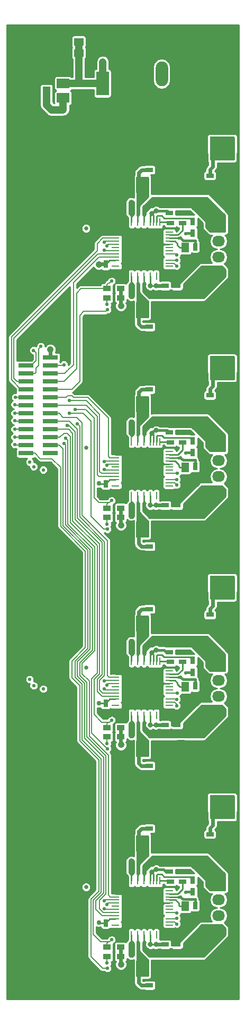
<source format=gbr>
G04 #@! TF.FileFunction,Copper,L1,Top,Mixed*
%FSLAX46Y46*%
G04 Gerber Fmt 4.6, Leading zero omitted, Abs format (unit mm)*
G04 Created by KiCad (PCBNEW 4.0.1-stable) date 07-10-2017 22:38:10*
%MOMM*%
G01*
G04 APERTURE LIST*
%ADD10C,0.100000*%
%ADD11R,1.300000X0.280000*%
%ADD12R,0.280000X1.300000*%
%ADD13R,5.000000X5.000000*%
%ADD14C,0.800000*%
%ADD15R,2.400000X0.740000*%
%ADD16R,1.200000X0.750000*%
%ADD17R,2.000000X2.500000*%
%ADD18R,4.000000X2.500000*%
%ADD19R,0.750000X1.200000*%
%ADD20R,1.200000X0.900000*%
%ADD21R,2.032000X1.727200*%
%ADD22O,2.032000X1.727200*%
%ADD23R,1.250000X1.500000*%
%ADD24R,2.000000X3.800000*%
%ADD25R,2.000000X1.500000*%
%ADD26R,1.980000X3.960000*%
%ADD27O,1.980000X3.960000*%
%ADD28R,1.500000X1.250000*%
%ADD29C,0.550000*%
%ADD30C,0.850000*%
%ADD31C,0.750000*%
%ADD32C,1.050000*%
%ADD33C,1.150000*%
%ADD34C,0.650000*%
%ADD35C,0.406400*%
%ADD36C,0.254000*%
%ADD37C,0.609600*%
%ADD38C,0.812800*%
%ADD39C,1.219200*%
%ADD40C,0.203200*%
G04 APERTURE END LIST*
D10*
D11*
X249700000Y-254650000D03*
X249700000Y-255150000D03*
X249700000Y-255650000D03*
X249700000Y-256150000D03*
X249700000Y-256650000D03*
X249700000Y-257150000D03*
X249700000Y-257650000D03*
X249700000Y-258150000D03*
X249700000Y-258650000D03*
X249700000Y-259150000D03*
X249700000Y-260150000D03*
D12*
X251250000Y-261700000D03*
X252250000Y-261700000D03*
X253250000Y-261700000D03*
X254250000Y-261700000D03*
X255250000Y-261700000D03*
X256250000Y-261700000D03*
X256750000Y-261700000D03*
D11*
X258300000Y-260150000D03*
X258300000Y-259650000D03*
X258300000Y-259150000D03*
X258300000Y-258150000D03*
X258300000Y-257650000D03*
X258300000Y-257150000D03*
X258300000Y-256650000D03*
X258300000Y-256150000D03*
X258300000Y-255650000D03*
X258300000Y-255150000D03*
X258300000Y-254650000D03*
D12*
X256750000Y-253100000D03*
X256250000Y-253100000D03*
X255750000Y-253100000D03*
X255250000Y-253100000D03*
X254250000Y-253100000D03*
X253250000Y-253100000D03*
X252250000Y-253100000D03*
X251250000Y-253100000D03*
D13*
X254000000Y-257400000D03*
D11*
X249700000Y-219650000D03*
X249700000Y-220150000D03*
X249700000Y-220650000D03*
X249700000Y-221150000D03*
X249700000Y-221650000D03*
X249700000Y-222150000D03*
X249700000Y-222650000D03*
X249700000Y-223150000D03*
X249700000Y-223650000D03*
X249700000Y-224150000D03*
X249700000Y-225150000D03*
D12*
X251250000Y-226700000D03*
X252250000Y-226700000D03*
X253250000Y-226700000D03*
X254250000Y-226700000D03*
X255250000Y-226700000D03*
X256250000Y-226700000D03*
X256750000Y-226700000D03*
D11*
X258300000Y-225150000D03*
X258300000Y-224650000D03*
X258300000Y-224150000D03*
X258300000Y-223150000D03*
X258300000Y-222650000D03*
X258300000Y-222150000D03*
X258300000Y-221650000D03*
X258300000Y-221150000D03*
X258300000Y-220650000D03*
X258300000Y-220150000D03*
X258300000Y-219650000D03*
D12*
X256750000Y-218100000D03*
X256250000Y-218100000D03*
X255750000Y-218100000D03*
X255250000Y-218100000D03*
X254250000Y-218100000D03*
X253250000Y-218100000D03*
X252250000Y-218100000D03*
X251250000Y-218100000D03*
D13*
X254000000Y-222400000D03*
D14*
X255524000Y-216748500D03*
D15*
X235368000Y-169672000D03*
X239268000Y-169672000D03*
X235368000Y-170942000D03*
X239268000Y-170942000D03*
X235368000Y-172212000D03*
X239268000Y-172212000D03*
X235368000Y-173482000D03*
X239268000Y-173482000D03*
X235368000Y-174752000D03*
X239268000Y-174752000D03*
X235368000Y-176022000D03*
X239268000Y-176022000D03*
X235368000Y-177292000D03*
X239268000Y-177292000D03*
X235368000Y-178562000D03*
X239268000Y-178562000D03*
X235368000Y-179832000D03*
X239268000Y-179832000D03*
X235368000Y-181102000D03*
X239268000Y-181102000D03*
X235368000Y-182372000D03*
X239268000Y-182372000D03*
X235368000Y-183642000D03*
X239268000Y-183642000D03*
X235368000Y-184912000D03*
X239268000Y-184912000D03*
D14*
X252247400Y-181748500D03*
X252247400Y-180848000D03*
X252247400Y-179984400D03*
X259715000Y-246097000D03*
X259715000Y-211097000D03*
X259715000Y-176097000D03*
X260604000Y-246097000D03*
X260604000Y-211097000D03*
X260604000Y-176097000D03*
X259715000Y-248129000D03*
X259715000Y-213129000D03*
X259715000Y-178129000D03*
X260604000Y-247113000D03*
X260604000Y-212113000D03*
X260604000Y-177113000D03*
X260604000Y-248129000D03*
X260604000Y-213129000D03*
X260604000Y-178129000D03*
X259715000Y-247113000D03*
X259715000Y-212113000D03*
X259715000Y-177113000D03*
D16*
X258320500Y-251621500D03*
X260220500Y-251621500D03*
X258320500Y-216621500D03*
X260220500Y-216621500D03*
X258320500Y-181621500D03*
X260220500Y-181621500D03*
D14*
X252247400Y-249970500D03*
X252247400Y-214970500D03*
X252247400Y-250859500D03*
X252247400Y-215859500D03*
X255524000Y-251748500D03*
X255524000Y-181748500D03*
D16*
X255082000Y-244763500D03*
X256982000Y-244763500D03*
X255082000Y-209763500D03*
X256982000Y-209763500D03*
X255082000Y-174763500D03*
X256982000Y-174763500D03*
D14*
X256222500Y-251304000D03*
X256222500Y-216304000D03*
X256222500Y-181304000D03*
D17*
X254032000Y-247113000D03*
X258032000Y-247113000D03*
X254032000Y-212113000D03*
X258032000Y-212113000D03*
X254032000Y-177113000D03*
X258032000Y-177113000D03*
D14*
X252247400Y-251748500D03*
X252247400Y-216748500D03*
X261003800Y-242655300D03*
X261003800Y-207655300D03*
X261003800Y-172655300D03*
X267239500Y-242668000D03*
X267239500Y-207668000D03*
X267239500Y-172668000D03*
X265239500Y-242668000D03*
X265239500Y-207668000D03*
X265239500Y-172668000D03*
D16*
X264805200Y-245690600D03*
X262905200Y-245690600D03*
X264805200Y-210690600D03*
X262905200Y-210690600D03*
X264805200Y-175690600D03*
X262905200Y-175690600D03*
D14*
X262003800Y-242655300D03*
X262003800Y-207655300D03*
X262003800Y-172655300D03*
X260003800Y-242655300D03*
X260003800Y-207655300D03*
X260003800Y-172655300D03*
X266239500Y-242668000D03*
X266239500Y-207668000D03*
X266239500Y-172668000D03*
D18*
X266763500Y-240699500D03*
X260663500Y-240699500D03*
X266763500Y-205699500D03*
X260663500Y-205699500D03*
X266763500Y-170699500D03*
X260663500Y-170699500D03*
D14*
X252968000Y-258368000D03*
X252968000Y-223368000D03*
X252968000Y-188368000D03*
X251968000Y-258368000D03*
X251968000Y-223368000D03*
X251968000Y-188368000D03*
X251968000Y-259368000D03*
X251968000Y-224368000D03*
X251968000Y-189368000D03*
D19*
X248107200Y-259802800D03*
X248107200Y-261702800D03*
X248107200Y-224802800D03*
X248107200Y-226702800D03*
X248107200Y-189802800D03*
X248107200Y-191702800D03*
D14*
X252968000Y-259368000D03*
X252968000Y-224368000D03*
X252968000Y-189368000D03*
X259715000Y-267102800D03*
X259715000Y-232102800D03*
X259715000Y-197102800D03*
X260604000Y-267102800D03*
X260604000Y-232102800D03*
X260604000Y-197102800D03*
D16*
X255082000Y-269769800D03*
X256982000Y-269769800D03*
X255082000Y-234769800D03*
X256982000Y-234769800D03*
X255082000Y-199769800D03*
X256982000Y-199769800D03*
D14*
X259715000Y-266086800D03*
X259715000Y-231086800D03*
X259715000Y-196086800D03*
D17*
X254032000Y-267102800D03*
X258032000Y-267102800D03*
X254032000Y-232102800D03*
X258032000Y-232102800D03*
X254032000Y-197102800D03*
X258032000Y-197102800D03*
D14*
X260604000Y-266086800D03*
X260604000Y-231086800D03*
X260604000Y-196086800D03*
X259715000Y-268118800D03*
X259715000Y-233118800D03*
X259715000Y-198118800D03*
X260604000Y-268118800D03*
X260604000Y-233118800D03*
X260604000Y-198118800D03*
X252247400Y-264004000D03*
X252247400Y-229004000D03*
X252247400Y-194004000D03*
X252247400Y-264893000D03*
X252247400Y-229893000D03*
X252247400Y-194893000D03*
D20*
X248328000Y-263686500D03*
X250528000Y-263686500D03*
X248328000Y-228686500D03*
X250528000Y-228686500D03*
X248328000Y-193686500D03*
X250528000Y-193686500D03*
D14*
X252247400Y-263115000D03*
X252247400Y-228115000D03*
X252247400Y-193115000D03*
D20*
X248328000Y-265147000D03*
X250528000Y-265147000D03*
X248328000Y-230147000D03*
X250528000Y-230147000D03*
X248328000Y-195147000D03*
X250528000Y-195147000D03*
D14*
X253968000Y-255368000D03*
X253968000Y-220368000D03*
X253968000Y-185368000D03*
X253968000Y-257368000D03*
X253968000Y-222368000D03*
X253968000Y-187368000D03*
X254968000Y-256368000D03*
X254968000Y-221368000D03*
X254968000Y-186368000D03*
X254968000Y-255368000D03*
X254968000Y-220368000D03*
X254968000Y-185368000D03*
X253968000Y-256368000D03*
X253968000Y-221368000D03*
X253968000Y-186368000D03*
X254968000Y-257368000D03*
X254968000Y-222368000D03*
X254968000Y-187368000D03*
X255968000Y-258368000D03*
X255968000Y-223368000D03*
X255968000Y-188368000D03*
X254968000Y-259368000D03*
X254968000Y-224368000D03*
X254968000Y-189368000D03*
X255968000Y-259368000D03*
X255968000Y-224368000D03*
X255968000Y-189368000D03*
X254968000Y-258368000D03*
X254968000Y-223368000D03*
X254968000Y-188368000D03*
X253968000Y-258368000D03*
X253968000Y-223368000D03*
X253968000Y-188368000D03*
X253968000Y-259368000D03*
X253968000Y-224368000D03*
X253968000Y-189368000D03*
X251968000Y-255368000D03*
X251968000Y-220368000D03*
X251968000Y-185368000D03*
X252968000Y-255368000D03*
X252968000Y-220368000D03*
X252968000Y-185368000D03*
X251968000Y-256368000D03*
X251968000Y-221368000D03*
X251968000Y-186368000D03*
X252968000Y-256368000D03*
X252968000Y-221368000D03*
X252968000Y-186368000D03*
X252968000Y-257368000D03*
X252968000Y-222368000D03*
X252968000Y-187368000D03*
X251968000Y-257368000D03*
X251968000Y-222368000D03*
X251968000Y-187368000D03*
X255968000Y-256368000D03*
X255968000Y-221368000D03*
X255968000Y-186368000D03*
X255968000Y-257368000D03*
X255968000Y-222368000D03*
X255968000Y-187368000D03*
D11*
X249700000Y-184650000D03*
X249700000Y-185150000D03*
X249700000Y-185650000D03*
X249700000Y-186150000D03*
X249700000Y-186650000D03*
X249700000Y-187150000D03*
X249700000Y-187650000D03*
X249700000Y-188150000D03*
X249700000Y-188650000D03*
X249700000Y-189150000D03*
X249700000Y-190150000D03*
D12*
X251250000Y-191700000D03*
X252250000Y-191700000D03*
X253250000Y-191700000D03*
X254250000Y-191700000D03*
X255250000Y-191700000D03*
X256250000Y-191700000D03*
X256750000Y-191700000D03*
D11*
X258300000Y-190150000D03*
X258300000Y-189650000D03*
X258300000Y-189150000D03*
X258300000Y-188150000D03*
X258300000Y-187650000D03*
X258300000Y-187150000D03*
X258300000Y-186650000D03*
X258300000Y-186150000D03*
X258300000Y-185650000D03*
X258300000Y-185150000D03*
X258300000Y-184650000D03*
D12*
X256750000Y-183100000D03*
X256250000Y-183100000D03*
X255750000Y-183100000D03*
X255250000Y-183100000D03*
X254250000Y-183100000D03*
X253250000Y-183100000D03*
X252250000Y-183100000D03*
X251250000Y-183100000D03*
D13*
X254000000Y-187400000D03*
D14*
X255968000Y-255368000D03*
X255968000Y-220368000D03*
X255968000Y-185368000D03*
X256159000Y-263242000D03*
X256159000Y-228242000D03*
X256159000Y-193242000D03*
X255270000Y-263242000D03*
X255270000Y-228242000D03*
X255270000Y-193242000D03*
D21*
X266192000Y-253590000D03*
D22*
X266192000Y-256130000D03*
X266192000Y-258670000D03*
X266192000Y-261210000D03*
D21*
X266192000Y-218590000D03*
D22*
X266192000Y-221130000D03*
X266192000Y-223670000D03*
X266192000Y-226210000D03*
D21*
X266192000Y-183590000D03*
D22*
X266192000Y-186130000D03*
X266192000Y-188670000D03*
X266192000Y-191210000D03*
D19*
X262064500Y-254857500D03*
X262064500Y-252957500D03*
X262064500Y-219857500D03*
X262064500Y-217957500D03*
X262064500Y-184857500D03*
X262064500Y-182957500D03*
D16*
X257622000Y-263242000D03*
X259522000Y-263242000D03*
X257622000Y-228242000D03*
X259522000Y-228242000D03*
X257622000Y-193242000D03*
X259522000Y-193242000D03*
D23*
X260858000Y-257166000D03*
X260858000Y-259666000D03*
X260858000Y-222166000D03*
X260858000Y-224666000D03*
X260858000Y-187166000D03*
X260858000Y-189666000D03*
D19*
X262445500Y-257021500D03*
X262445500Y-258921500D03*
X262445500Y-222021500D03*
X262445500Y-223921500D03*
X262445500Y-187021500D03*
X262445500Y-188921500D03*
D16*
X260411000Y-253209000D03*
X258511000Y-253209000D03*
X260411000Y-218209000D03*
X258511000Y-218209000D03*
X260411000Y-183209000D03*
X258511000Y-183209000D03*
D24*
X247625000Y-125984000D03*
D25*
X241325000Y-125984000D03*
X241325000Y-128284000D03*
X241325000Y-123684000D03*
D14*
X267239500Y-137668000D03*
X266239500Y-137668000D03*
X265239500Y-137668000D03*
X262003800Y-137655300D03*
X261003800Y-137655300D03*
X260003800Y-137655300D03*
X256222500Y-146304000D03*
X255524000Y-146748500D03*
X256159000Y-158242000D03*
X255270000Y-158242000D03*
X252247400Y-159004000D03*
X252247400Y-158115000D03*
X252247400Y-159893000D03*
X260604000Y-163118800D03*
X260604000Y-161086800D03*
X260604000Y-162102800D03*
X259715000Y-163118800D03*
X259715000Y-162102800D03*
X259715000Y-161086800D03*
D17*
X254032000Y-162102800D03*
X258032000Y-162102800D03*
D16*
X255082000Y-164769800D03*
X256982000Y-164769800D03*
D14*
X252247400Y-145859500D03*
X252247400Y-144970500D03*
X252247400Y-146748500D03*
D20*
X248328000Y-158686500D03*
X250528000Y-158686500D03*
D18*
X266763500Y-135699500D03*
X260663500Y-135699500D03*
D16*
X257622000Y-158242000D03*
X259522000Y-158242000D03*
X264805200Y-140690600D03*
X262905200Y-140690600D03*
X258320500Y-146621500D03*
X260220500Y-146621500D03*
D19*
X248107200Y-154802800D03*
X248107200Y-156702800D03*
D16*
X255082000Y-139763500D03*
X256982000Y-139763500D03*
D20*
X248328000Y-160147000D03*
X250528000Y-160147000D03*
D14*
X259715000Y-142113000D03*
X260604000Y-142113000D03*
X260604000Y-141097000D03*
X259715000Y-141097000D03*
X259715000Y-143129000D03*
X260604000Y-143129000D03*
X255968000Y-154368000D03*
X254968000Y-154368000D03*
X253968000Y-154368000D03*
X252968000Y-154368000D03*
X251968000Y-154368000D03*
X255968000Y-153368000D03*
X254968000Y-153368000D03*
X253968000Y-153368000D03*
X252968000Y-153368000D03*
X251968000Y-153368000D03*
X255968000Y-152368000D03*
X254968000Y-152368000D03*
X253968000Y-152368000D03*
X252968000Y-152368000D03*
X251968000Y-152368000D03*
X255968000Y-151368000D03*
X254968000Y-151368000D03*
X253968000Y-151368000D03*
X252968000Y-151368000D03*
X251968000Y-151368000D03*
X255968000Y-150368000D03*
X254968000Y-150368000D03*
X253968000Y-150368000D03*
X252968000Y-150368000D03*
X251968000Y-150368000D03*
D17*
X254032000Y-142113000D03*
X258032000Y-142113000D03*
D11*
X249700000Y-149650000D03*
X249700000Y-150150000D03*
X249700000Y-150650000D03*
X249700000Y-151150000D03*
X249700000Y-151650000D03*
X249700000Y-152150000D03*
X249700000Y-152650000D03*
X249700000Y-153150000D03*
X249700000Y-153650000D03*
X249700000Y-154150000D03*
X249700000Y-155150000D03*
D12*
X251250000Y-156700000D03*
X252250000Y-156700000D03*
X253250000Y-156700000D03*
X254250000Y-156700000D03*
X255250000Y-156700000D03*
X256250000Y-156700000D03*
X256750000Y-156700000D03*
D11*
X258300000Y-155150000D03*
X258300000Y-154650000D03*
X258300000Y-154150000D03*
X258300000Y-153150000D03*
X258300000Y-152650000D03*
X258300000Y-152150000D03*
X258300000Y-151650000D03*
X258300000Y-151150000D03*
X258300000Y-150650000D03*
X258300000Y-150150000D03*
X258300000Y-149650000D03*
D12*
X256750000Y-148100000D03*
X256250000Y-148100000D03*
X255750000Y-148100000D03*
X255250000Y-148100000D03*
X254250000Y-148100000D03*
X253250000Y-148100000D03*
X252250000Y-148100000D03*
X251250000Y-148100000D03*
D13*
X254000000Y-152400000D03*
D19*
X262445500Y-152021500D03*
X262445500Y-153921500D03*
D23*
X260858000Y-152166000D03*
X260858000Y-154666000D03*
D19*
X262064500Y-149857500D03*
X262064500Y-147957500D03*
D16*
X260411000Y-148209000D03*
X258511000Y-148209000D03*
D21*
X266192000Y-148590000D03*
D22*
X266192000Y-151130000D03*
X266192000Y-153670000D03*
X266192000Y-156210000D03*
D23*
X238633000Y-127234000D03*
X238633000Y-124734000D03*
D26*
X252095000Y-124460000D03*
D27*
X257095000Y-124460000D03*
D28*
X243820000Y-121158000D03*
X241320000Y-121158000D03*
X243820000Y-119380000D03*
X241320000Y-119380000D03*
D29*
X260921500Y-254923500D03*
X260921500Y-219923500D03*
X260921500Y-184923500D03*
X260921500Y-149923500D03*
D30*
X249301000Y-261210000D03*
X249301000Y-226210000D03*
X249301000Y-191210000D03*
D29*
X261429500Y-251621500D03*
X261429500Y-216621500D03*
X261429500Y-181621500D03*
D31*
X260858000Y-261083000D03*
X260858000Y-226083000D03*
X260858000Y-191083000D03*
D30*
X249301000Y-156210000D03*
D32*
X235331000Y-168402000D03*
D33*
X239350800Y-121158000D03*
D29*
X261429500Y-146621500D03*
D31*
X260858000Y-156083000D03*
D34*
X244983000Y-254098000D03*
X244983000Y-219098000D03*
X244983000Y-184098000D03*
D29*
X260124000Y-255650000D03*
X260124000Y-220650000D03*
X260124000Y-185650000D03*
D32*
X239268000Y-168402000D03*
D34*
X244983000Y-149098000D03*
D33*
X241300000Y-130175000D03*
D29*
X260124000Y-150650000D03*
X259461000Y-154178000D03*
X248348500Y-161226500D03*
D31*
X247015000Y-259715000D03*
X247015000Y-224790000D03*
X247015000Y-189738000D03*
D32*
X250571000Y-266417000D03*
X250571000Y-231417000D03*
X250571000Y-196417000D03*
X247015000Y-154813000D03*
X250571000Y-161417000D03*
D33*
X247650000Y-122555000D03*
D29*
X259461000Y-155067000D03*
X249047000Y-157480000D03*
X236579980Y-168529000D03*
X235966000Y-186309000D03*
X235966000Y-220980000D03*
X247904000Y-256257000D03*
X247904000Y-221257000D03*
X247904000Y-186257000D03*
X247904000Y-151257000D03*
X237744000Y-167894000D03*
X236601000Y-187071000D03*
X236601000Y-221996000D03*
X248285000Y-256892000D03*
X248285000Y-221892000D03*
X248285000Y-186892000D03*
X248285000Y-151892000D03*
X238125000Y-187579000D03*
X238125000Y-222504000D03*
X247904000Y-257527000D03*
X247904000Y-222527000D03*
X247904000Y-187527000D03*
X241427000Y-170815000D03*
X247904000Y-152527000D03*
X259461000Y-153289000D03*
X248412000Y-162052000D03*
X259461000Y-259969000D03*
X249047000Y-262480000D03*
X241427000Y-183388000D03*
X233553000Y-183515000D03*
X233553000Y-182372000D03*
X241681000Y-182499000D03*
X259461000Y-258191000D03*
X248412000Y-267052000D03*
X259461000Y-225171000D03*
X241935000Y-180467000D03*
X233553000Y-181102000D03*
X249047000Y-227480000D03*
X233553000Y-179705000D03*
X243586000Y-180213000D03*
X259588000Y-223139000D03*
X248412000Y-232052000D03*
X259461000Y-189992000D03*
X243205000Y-177927000D03*
X249047000Y-192480000D03*
X233553000Y-177165000D03*
X233680000Y-176022000D03*
X242316000Y-176530000D03*
X259588000Y-188087000D03*
X242316000Y-178562000D03*
X233553000Y-178562000D03*
X248412000Y-197052000D03*
X259461000Y-189103000D03*
X248348500Y-196226500D03*
X259461000Y-224155000D03*
X248348500Y-231226500D03*
X259461000Y-259080000D03*
X248348500Y-266226500D03*
D35*
X256222500Y-146304000D02*
X258003000Y-146304000D01*
X258003000Y-146304000D02*
X258320500Y-146621500D01*
X258320500Y-181621500D02*
X258003000Y-181304000D01*
X258003000Y-181304000D02*
X256222500Y-181304000D01*
X257769500Y-216621500D02*
X257452000Y-216304000D01*
X257452000Y-216304000D02*
X256222500Y-216304000D01*
X258320500Y-216621500D02*
X257769500Y-216621500D01*
D36*
X255750000Y-218100000D02*
X255750000Y-216974500D01*
X255750000Y-216974500D02*
X255524000Y-216748500D01*
D35*
X255968500Y-216304000D02*
X255524000Y-216748500D01*
D36*
X255250000Y-217022500D02*
X255524000Y-216748500D01*
X255250000Y-218100000D02*
X255250000Y-217022500D01*
D35*
X256222500Y-216304000D02*
X255968500Y-216304000D01*
X257717500Y-251621500D02*
X257400000Y-251304000D01*
X257400000Y-251304000D02*
X256788185Y-251304000D01*
X258320500Y-251621500D02*
X257717500Y-251621500D01*
X256222500Y-251304000D02*
X256788185Y-251304000D01*
D36*
X255250000Y-261700000D02*
X255250000Y-263222000D01*
X255250000Y-226700000D02*
X255250000Y-228222000D01*
X255250000Y-191700000D02*
X255250000Y-193222000D01*
X255270000Y-263242000D02*
X256159000Y-263242000D01*
X255270000Y-228242000D02*
X256159000Y-228242000D01*
X255270000Y-193242000D02*
X256159000Y-193242000D01*
D37*
X257622000Y-263242000D02*
X256159000Y-263242000D01*
X257622000Y-228242000D02*
X256159000Y-228242000D01*
X257622000Y-193242000D02*
X256159000Y-193242000D01*
D36*
X255250000Y-263222000D02*
X255270000Y-263242000D01*
X255250000Y-228222000D02*
X255270000Y-228242000D01*
X255250000Y-193222000D02*
X255270000Y-193242000D01*
D37*
X265239500Y-244271700D02*
X265239500Y-242668000D01*
X265239500Y-209271700D02*
X265239500Y-207668000D01*
X265239500Y-174271700D02*
X265239500Y-172668000D01*
X264805200Y-245690600D02*
X264805200Y-244706000D01*
X264805200Y-210690600D02*
X264805200Y-209706000D01*
X264805200Y-175690600D02*
X264805200Y-174706000D01*
X264805200Y-244706000D02*
X265239500Y-244271700D01*
X264805200Y-209706000D02*
X265239500Y-209271700D01*
X264805200Y-174706000D02*
X265239500Y-174271700D01*
D35*
X256222500Y-251304000D02*
X255968500Y-251304000D01*
X256222500Y-181304000D02*
X255968500Y-181304000D01*
X255968500Y-251304000D02*
X255524000Y-251748500D01*
X255968500Y-181304000D02*
X255524000Y-181748500D01*
X262064500Y-254857500D02*
X260987500Y-254857500D01*
X262064500Y-219857500D02*
X260987500Y-219857500D01*
X262064500Y-184857500D02*
X260987500Y-184857500D01*
X260987500Y-254857500D02*
X260921500Y-254923500D01*
X260987500Y-219857500D02*
X260921500Y-219923500D01*
X260987500Y-184857500D02*
X260921500Y-184923500D01*
D36*
X255750000Y-253100000D02*
X255750000Y-251974500D01*
X255750000Y-183100000D02*
X255750000Y-181974500D01*
X255250000Y-253100000D02*
X255250000Y-252022500D01*
X255250000Y-183100000D02*
X255250000Y-182022500D01*
X255250000Y-252022500D02*
X255524000Y-251748500D01*
X255250000Y-182022500D02*
X255524000Y-181748500D01*
X255750000Y-251974500D02*
X255524000Y-251748500D01*
X255750000Y-181974500D02*
X255524000Y-181748500D01*
D37*
X265239500Y-139271700D02*
X265239500Y-137668000D01*
X264805200Y-140690600D02*
X264805200Y-139706000D01*
X264805200Y-139706000D02*
X265239500Y-139271700D01*
X257622000Y-158242000D02*
X256159000Y-158242000D01*
D35*
X262064500Y-149857500D02*
X260987500Y-149857500D01*
X260987500Y-149857500D02*
X260921500Y-149923500D01*
X256222500Y-146304000D02*
X255968500Y-146304000D01*
X255968500Y-146304000D02*
X255524000Y-146748500D01*
D36*
X255750000Y-148100000D02*
X255750000Y-146974500D01*
X255750000Y-146974500D02*
X255524000Y-146748500D01*
X255250000Y-148100000D02*
X255250000Y-147022500D01*
X255250000Y-147022500D02*
X255524000Y-146748500D01*
X255270000Y-158242000D02*
X256159000Y-158242000D01*
X255250000Y-156700000D02*
X255250000Y-158222000D01*
X255250000Y-158222000D02*
X255270000Y-158242000D01*
X255968000Y-259939500D02*
X256750000Y-260721500D01*
X255968000Y-224939500D02*
X256750000Y-225721500D01*
X255968000Y-189939500D02*
X256750000Y-190721500D01*
D37*
X259522000Y-263242000D02*
X259522000Y-262419000D01*
X259522000Y-228242000D02*
X259522000Y-227419000D01*
X259522000Y-193242000D02*
X259522000Y-192419000D01*
X259522000Y-262419000D02*
X260858000Y-261083000D01*
X259522000Y-227419000D02*
X260858000Y-226083000D01*
X259522000Y-192419000D02*
X260858000Y-191083000D01*
D36*
X256750000Y-260721500D02*
X256750000Y-261700000D01*
X256750000Y-225721500D02*
X256750000Y-226700000D01*
X256750000Y-190721500D02*
X256750000Y-191700000D01*
X255968000Y-259368000D02*
X255968000Y-259939500D01*
X255968000Y-224368000D02*
X255968000Y-224939500D01*
X255968000Y-189368000D02*
X255968000Y-189939500D01*
D37*
X260858000Y-261083000D02*
X261747000Y-260194000D01*
X260858000Y-226083000D02*
X261747000Y-225194000D01*
X260858000Y-191083000D02*
X261747000Y-190194000D01*
X262064500Y-260194000D02*
X262445500Y-259813000D01*
X262064500Y-225194000D02*
X262445500Y-224813000D01*
X262064500Y-190194000D02*
X262445500Y-189813000D01*
X262445500Y-259813000D02*
X262445500Y-258921500D01*
X262445500Y-224813000D02*
X262445500Y-223921500D01*
X262445500Y-189813000D02*
X262445500Y-188921500D01*
X260858000Y-261083000D02*
X260858000Y-259666000D01*
X260858000Y-226083000D02*
X260858000Y-224666000D01*
X260858000Y-191083000D02*
X260858000Y-189666000D01*
X261747000Y-260194000D02*
X262064500Y-260194000D01*
X261747000Y-225194000D02*
X262064500Y-225194000D01*
X261747000Y-190194000D02*
X262064500Y-190194000D01*
D38*
X258032000Y-267102800D02*
X259715000Y-267102800D01*
X258032000Y-232102800D02*
X259715000Y-232102800D01*
X258032000Y-197102800D02*
X259715000Y-197102800D01*
D37*
X258064000Y-269769800D02*
X259715000Y-268118800D01*
X258064000Y-234769800D02*
X259715000Y-233118800D01*
X258064000Y-199769800D02*
X259715000Y-198118800D01*
D38*
X258032000Y-267102800D02*
X258699000Y-267102800D01*
X258032000Y-232102800D02*
X258699000Y-232102800D01*
X258032000Y-197102800D02*
X258699000Y-197102800D01*
D37*
X256982000Y-269769800D02*
X258064000Y-269769800D01*
X256982000Y-234769800D02*
X258064000Y-234769800D01*
X256982000Y-199769800D02*
X258064000Y-199769800D01*
D38*
X258699000Y-267102800D02*
X259715000Y-268118800D01*
X258699000Y-232102800D02*
X259715000Y-233118800D01*
X258699000Y-197102800D02*
X259715000Y-198118800D01*
X260604000Y-266086800D02*
X260604000Y-266213800D01*
X260604000Y-231086800D02*
X260604000Y-231213800D01*
X260604000Y-196086800D02*
X260604000Y-196213800D01*
X258699000Y-267102800D02*
X259715000Y-266086800D01*
X258699000Y-232102800D02*
X259715000Y-231086800D01*
X258699000Y-197102800D02*
X259715000Y-196086800D01*
X260604000Y-267102800D02*
X260604000Y-266086800D01*
X260604000Y-232102800D02*
X260604000Y-231086800D01*
X260604000Y-197102800D02*
X260604000Y-196086800D01*
X259715000Y-267102800D02*
X259715000Y-266086800D01*
X259715000Y-232102800D02*
X259715000Y-231086800D01*
X259715000Y-197102800D02*
X259715000Y-196086800D01*
X260604000Y-266086800D02*
X259715000Y-266086800D01*
X260604000Y-231086800D02*
X259715000Y-231086800D01*
X260604000Y-196086800D02*
X259715000Y-196086800D01*
X260604000Y-266213800D02*
X259715000Y-267102800D01*
X260604000Y-231213800D02*
X259715000Y-232102800D01*
X260604000Y-196213800D02*
X259715000Y-197102800D01*
X260604000Y-268118800D02*
X259715000Y-268118800D01*
X260604000Y-233118800D02*
X259715000Y-233118800D01*
X260604000Y-198118800D02*
X259715000Y-198118800D01*
X260604000Y-267991800D02*
X259715000Y-267102800D01*
X260604000Y-232991800D02*
X259715000Y-232102800D01*
X260604000Y-197991800D02*
X259715000Y-197102800D01*
X260604000Y-268118800D02*
X260604000Y-267991800D01*
X260604000Y-233118800D02*
X260604000Y-232991800D01*
X260604000Y-198118800D02*
X260604000Y-197991800D01*
X259715000Y-267102800D02*
X259715000Y-268118800D01*
X259715000Y-232102800D02*
X259715000Y-233118800D01*
X259715000Y-197102800D02*
X259715000Y-198118800D01*
X260604000Y-267102800D02*
X259715000Y-267102800D01*
X260604000Y-232102800D02*
X259715000Y-232102800D01*
X260604000Y-197102800D02*
X259715000Y-197102800D01*
X260604000Y-268118800D02*
X260604000Y-267102800D01*
X260604000Y-233118800D02*
X260604000Y-232102800D01*
X260604000Y-198118800D02*
X260604000Y-197102800D01*
X260604000Y-248002000D02*
X259715000Y-247113000D01*
X260604000Y-213002000D02*
X259715000Y-212113000D01*
X260604000Y-178002000D02*
X259715000Y-177113000D01*
X258699000Y-247113000D02*
X259715000Y-248129000D01*
X258699000Y-212113000D02*
X259715000Y-213129000D01*
X258699000Y-177113000D02*
X259715000Y-178129000D01*
X259715000Y-247113000D02*
X259715000Y-248129000D01*
X259715000Y-212113000D02*
X259715000Y-213129000D01*
X259715000Y-177113000D02*
X259715000Y-178129000D01*
X260604000Y-248129000D02*
X259715000Y-248129000D01*
X260604000Y-213129000D02*
X259715000Y-213129000D01*
X260604000Y-178129000D02*
X259715000Y-178129000D01*
X260604000Y-248129000D02*
X260604000Y-248002000D01*
X260604000Y-213129000D02*
X260604000Y-213002000D01*
X260604000Y-178129000D02*
X260604000Y-178002000D01*
D37*
X262003800Y-243804600D02*
X262003800Y-242655300D01*
X262003800Y-208804600D02*
X262003800Y-207655300D01*
X262003800Y-173804600D02*
X262003800Y-172655300D01*
X262905200Y-245690600D02*
X262905200Y-244706000D01*
X262905200Y-210690600D02*
X262905200Y-209706000D01*
X262905200Y-175690600D02*
X262905200Y-174706000D01*
X262905200Y-244706000D02*
X262003800Y-243804600D01*
X262905200Y-209706000D02*
X262003800Y-208804600D01*
X262905200Y-174706000D02*
X262003800Y-173804600D01*
D38*
X260604000Y-248129000D02*
X260604000Y-246097000D01*
X260604000Y-213129000D02*
X260604000Y-211097000D01*
X260604000Y-178129000D02*
X260604000Y-176097000D01*
X260604000Y-246224000D02*
X259715000Y-247113000D01*
X260604000Y-211224000D02*
X259715000Y-212113000D01*
X260604000Y-176224000D02*
X259715000Y-177113000D01*
X260604000Y-246097000D02*
X259715000Y-246097000D01*
X260604000Y-211097000D02*
X259715000Y-211097000D01*
X260604000Y-176097000D02*
X259715000Y-176097000D01*
X260604000Y-246097000D02*
X260604000Y-246224000D01*
X260604000Y-211097000D02*
X260604000Y-211224000D01*
X260604000Y-176097000D02*
X260604000Y-176224000D01*
X259715000Y-247113000D02*
X259715000Y-246097000D01*
X259715000Y-212113000D02*
X259715000Y-211097000D01*
X259715000Y-177113000D02*
X259715000Y-176097000D01*
D37*
X256982000Y-244763500D02*
X258381500Y-244763500D01*
X256982000Y-209763500D02*
X258381500Y-209763500D01*
X256982000Y-174763500D02*
X258381500Y-174763500D01*
D38*
X258699000Y-247113000D02*
X259715000Y-246097000D01*
X258699000Y-212113000D02*
X259715000Y-211097000D01*
X258699000Y-177113000D02*
X259715000Y-176097000D01*
X258032000Y-247113000D02*
X259715000Y-247113000D01*
X258032000Y-212113000D02*
X259715000Y-212113000D01*
X258032000Y-177113000D02*
X259715000Y-177113000D01*
D37*
X258381500Y-244763500D02*
X259715000Y-246097000D01*
X258381500Y-209763500D02*
X259715000Y-211097000D01*
X258381500Y-174763500D02*
X259715000Y-176097000D01*
D38*
X258032000Y-247113000D02*
X258699000Y-247113000D01*
X258032000Y-212113000D02*
X258699000Y-212113000D01*
X258032000Y-177113000D02*
X258699000Y-177113000D01*
D37*
X248808200Y-261702800D02*
X249301000Y-261210000D01*
X248808200Y-226702800D02*
X249301000Y-226210000D01*
X248808200Y-191702800D02*
X249301000Y-191210000D01*
X248107200Y-261702800D02*
X248808200Y-261702800D01*
X248107200Y-226702800D02*
X248808200Y-226702800D01*
X248107200Y-191702800D02*
X248808200Y-191702800D01*
D36*
X251250000Y-261700000D02*
X251250000Y-260086000D01*
X251250000Y-226700000D02*
X251250000Y-225086000D01*
X251250000Y-191700000D02*
X251250000Y-190086000D01*
X251250000Y-260086000D02*
X251968000Y-259368000D01*
X251250000Y-225086000D02*
X251968000Y-224368000D01*
X251250000Y-190086000D02*
X251968000Y-189368000D01*
D35*
X260220500Y-251621500D02*
X261429500Y-251621500D01*
X260220500Y-216621500D02*
X261429500Y-216621500D01*
X260220500Y-181621500D02*
X261429500Y-181621500D01*
D36*
X258300000Y-256650000D02*
X254750000Y-256650000D01*
X258300000Y-221650000D02*
X254750000Y-221650000D01*
X258300000Y-186650000D02*
X254750000Y-186650000D01*
X254750000Y-256650000D02*
X254000000Y-257400000D01*
X254750000Y-221650000D02*
X254000000Y-222400000D01*
X254750000Y-186650000D02*
X254000000Y-187400000D01*
X251250000Y-253100000D02*
X251250000Y-254650000D01*
X251250000Y-218100000D02*
X251250000Y-219650000D01*
X251250000Y-183100000D02*
X251250000Y-184650000D01*
X251250000Y-254650000D02*
X254000000Y-257400000D01*
X251250000Y-219650000D02*
X254000000Y-222400000D01*
X251250000Y-184650000D02*
X254000000Y-187400000D01*
X249700000Y-255150000D02*
X251750000Y-255150000D01*
X249700000Y-220150000D02*
X251750000Y-220150000D01*
X249700000Y-185150000D02*
X251750000Y-185150000D01*
X251750000Y-255150000D02*
X254000000Y-257400000D01*
X251750000Y-220150000D02*
X254000000Y-222400000D01*
X251750000Y-185150000D02*
X254000000Y-187400000D01*
X249700000Y-254650000D02*
X251250000Y-254650000D01*
X249700000Y-219650000D02*
X251250000Y-219650000D01*
X249700000Y-184650000D02*
X251250000Y-184650000D01*
D37*
X248107200Y-156702800D02*
X248808200Y-156702800D01*
X248808200Y-156702800D02*
X249301000Y-156210000D01*
X235368000Y-169672000D02*
X235368000Y-168439000D01*
X235368000Y-168439000D02*
X235331000Y-168402000D01*
D39*
X238633000Y-121875800D02*
X239350800Y-121158000D01*
X238633000Y-124734000D02*
X238633000Y-121875800D01*
X239350800Y-121158000D02*
X241320000Y-121158000D01*
D35*
X260220500Y-146621500D02*
X261429500Y-146621500D01*
D39*
X241320000Y-121158000D02*
X241320000Y-123679000D01*
X241320000Y-123679000D02*
X241325000Y-123684000D01*
X241320000Y-119380000D02*
X241320000Y-121158000D01*
D37*
X262905200Y-140690600D02*
X262905200Y-139706000D01*
X262905200Y-139706000D02*
X262003800Y-138804600D01*
X262003800Y-138804600D02*
X262003800Y-137655300D01*
X259522000Y-158242000D02*
X259522000Y-157419000D01*
X259522000Y-157419000D02*
X260858000Y-156083000D01*
D36*
X255968000Y-154939500D02*
X256750000Y-155721500D01*
X256750000Y-155721500D02*
X256750000Y-156700000D01*
X255968000Y-154368000D02*
X255968000Y-154939500D01*
D37*
X260858000Y-156083000D02*
X261747000Y-155194000D01*
X261747000Y-155194000D02*
X262064500Y-155194000D01*
X262064500Y-155194000D02*
X262445500Y-154813000D01*
X262445500Y-154813000D02*
X262445500Y-153921500D01*
X260858000Y-156083000D02*
X260858000Y-154666000D01*
X256982000Y-164769800D02*
X258064000Y-164769800D01*
X258064000Y-164769800D02*
X259715000Y-163118800D01*
X256982000Y-139763500D02*
X258381500Y-139763500D01*
X258381500Y-139763500D02*
X259715000Y-141097000D01*
D38*
X260604000Y-163118800D02*
X259715000Y-163118800D01*
X260604000Y-163118800D02*
X260604000Y-162991800D01*
X260604000Y-162102800D02*
X259715000Y-162102800D01*
X260604000Y-163118800D02*
X260604000Y-162102800D01*
X260604000Y-162991800D02*
X259715000Y-162102800D01*
X259715000Y-162102800D02*
X259715000Y-163118800D01*
X258699000Y-162102800D02*
X259715000Y-161086800D01*
X260604000Y-161086800D02*
X260604000Y-161213800D01*
X260604000Y-161213800D02*
X259715000Y-162102800D01*
X260604000Y-162102800D02*
X260604000Y-161086800D01*
X260604000Y-161086800D02*
X259715000Y-161086800D01*
X259715000Y-162102800D02*
X259715000Y-161086800D01*
X258032000Y-162102800D02*
X258699000Y-162102800D01*
X258032000Y-162102800D02*
X259715000Y-162102800D01*
X258699000Y-162102800D02*
X259715000Y-163118800D01*
X260604000Y-143129000D02*
X260604000Y-143002000D01*
X260604000Y-143129000D02*
X259715000Y-143129000D01*
D36*
X254750000Y-151650000D02*
X254000000Y-152400000D01*
D38*
X260604000Y-141097000D02*
X260604000Y-141224000D01*
X260604000Y-141224000D02*
X259715000Y-142113000D01*
X260604000Y-143002000D02*
X259715000Y-142113000D01*
X260604000Y-141097000D02*
X259715000Y-141097000D01*
X260604000Y-143129000D02*
X260604000Y-141097000D01*
D36*
X251250000Y-156700000D02*
X251250000Y-155086000D01*
X251250000Y-155086000D02*
X251968000Y-154368000D01*
D38*
X258032000Y-142113000D02*
X258699000Y-142113000D01*
X258699000Y-142113000D02*
X259715000Y-141097000D01*
X259715000Y-142113000D02*
X259715000Y-141097000D01*
X259715000Y-142113000D02*
X259715000Y-143129000D01*
X258032000Y-142113000D02*
X259715000Y-142113000D01*
X258699000Y-142113000D02*
X259715000Y-143129000D01*
D36*
X251250000Y-148100000D02*
X251250000Y-149650000D01*
X251250000Y-149650000D02*
X254000000Y-152400000D01*
X249700000Y-149650000D02*
X251250000Y-149650000D01*
X249700000Y-150150000D02*
X251750000Y-150150000D01*
X251750000Y-150150000D02*
X254000000Y-152400000D01*
X258300000Y-151650000D02*
X254750000Y-151650000D01*
D35*
X262445500Y-256015100D02*
X262445500Y-257021500D01*
X262445500Y-221015100D02*
X262445500Y-222021500D01*
X262445500Y-186015100D02*
X262445500Y-187021500D01*
X260489100Y-256015100D02*
X260124000Y-255650000D01*
X260489100Y-221015100D02*
X260124000Y-220650000D01*
X260489100Y-186015100D02*
X260124000Y-185650000D01*
X262445500Y-256015100D02*
X260489100Y-256015100D01*
X262445500Y-221015100D02*
X260489100Y-221015100D01*
X262445500Y-186015100D02*
X260489100Y-186015100D01*
X260124000Y-255650000D02*
X259715000Y-255650000D01*
X260124000Y-220650000D02*
X259715000Y-220650000D01*
X260124000Y-185650000D02*
X259715000Y-185650000D01*
D36*
X258300000Y-255650000D02*
X259715000Y-255650000D01*
X258300000Y-220650000D02*
X259715000Y-220650000D01*
X258300000Y-185650000D02*
X259715000Y-185650000D01*
D37*
X239268000Y-169672000D02*
X239268000Y-168402000D01*
D39*
X238633000Y-129413000D02*
X239395000Y-130175000D01*
X239395000Y-130175000D02*
X241300000Y-130175000D01*
X238633000Y-127234000D02*
X238633000Y-129413000D01*
X241325000Y-128284000D02*
X241325000Y-130150000D01*
X241325000Y-130150000D02*
X241300000Y-130175000D01*
D35*
X260489100Y-151015100D02*
X260124000Y-150650000D01*
X260124000Y-150650000D02*
X259715000Y-150650000D01*
X262445500Y-151015100D02*
X260489100Y-151015100D01*
X262445500Y-151015100D02*
X262445500Y-152021500D01*
D36*
X258300000Y-150650000D02*
X259715000Y-150650000D01*
X259588000Y-151534000D02*
X259588000Y-151775000D01*
X259588000Y-151775000D02*
X259979000Y-152166000D01*
X259979000Y-152166000D02*
X260858000Y-152166000D01*
X258300000Y-151150000D02*
X259204000Y-151150000D01*
X259204000Y-151150000D02*
X259588000Y-151534000D01*
X256250000Y-148100000D02*
X256250000Y-147196000D01*
X261620000Y-147447000D02*
X262064500Y-147891500D01*
X256250000Y-147196000D02*
X256367289Y-147078711D01*
X256367289Y-147078711D02*
X257124211Y-147078711D01*
X257124211Y-147078711D02*
X257492500Y-147447000D01*
X257492500Y-147447000D02*
X261620000Y-147447000D01*
X262064500Y-147891500D02*
X262064500Y-147957500D01*
X259679000Y-150150000D02*
X260411000Y-149418000D01*
X260411000Y-149418000D02*
X260411000Y-148209000D01*
X258300000Y-150150000D02*
X259679000Y-150150000D01*
X256750000Y-148100000D02*
X258402000Y-148100000D01*
X258402000Y-148100000D02*
X258511000Y-148209000D01*
X256768000Y-148082000D02*
X256750000Y-148100000D01*
X253250000Y-156700000D02*
X253250000Y-161320800D01*
X253250000Y-161320800D02*
X254032000Y-162102800D01*
D37*
X255082000Y-164769800D02*
X253796800Y-164769800D01*
X253796800Y-164769800D02*
X253365000Y-164338000D01*
X253365000Y-164338000D02*
X253365000Y-162769800D01*
X253365000Y-162769800D02*
X254032000Y-162102800D01*
D36*
X253250000Y-148100000D02*
X253250000Y-142895000D01*
X253250000Y-142895000D02*
X254032000Y-142113000D01*
D37*
X255082000Y-139763500D02*
X253872400Y-139763500D01*
X253872400Y-139763500D02*
X253428500Y-140207400D01*
X253428500Y-140207400D02*
X253428500Y-141509500D01*
X253428500Y-141509500D02*
X254032000Y-142113000D01*
D40*
X258300000Y-154150000D02*
X259433000Y-154150000D01*
X259433000Y-154150000D02*
X259461000Y-154178000D01*
X248328000Y-160147000D02*
X248328000Y-161206000D01*
X248328000Y-161206000D02*
X248348500Y-161226500D01*
D36*
X248107200Y-259802800D02*
X247102800Y-259802800D01*
X247102800Y-259802800D02*
X247015000Y-259715000D01*
X248107200Y-224802800D02*
X247027800Y-224802800D01*
X247027800Y-224802800D02*
X247015000Y-224790000D01*
X248107200Y-189802800D02*
X247079800Y-189802800D01*
X247079800Y-189802800D02*
X247015000Y-189738000D01*
X249700000Y-259150000D02*
X248760000Y-259150000D01*
X249700000Y-224150000D02*
X248760000Y-224150000D01*
X249700000Y-189150000D02*
X248760000Y-189150000D01*
X248760000Y-259150000D02*
X248107200Y-259802800D01*
X248760000Y-224150000D02*
X248107200Y-224802800D01*
X248760000Y-189150000D02*
X248107200Y-189802800D01*
D37*
X250528000Y-263686500D02*
X250528000Y-265147000D01*
X250528000Y-228686500D02*
X250528000Y-230147000D01*
X250528000Y-193686500D02*
X250528000Y-195147000D01*
X250528000Y-265147000D02*
X250528000Y-266374000D01*
X250528000Y-230147000D02*
X250528000Y-231374000D01*
X250528000Y-195147000D02*
X250528000Y-196374000D01*
X250528000Y-266374000D02*
X250571000Y-266417000D01*
X250528000Y-231374000D02*
X250571000Y-231417000D01*
X250528000Y-196374000D02*
X250571000Y-196417000D01*
X248107200Y-154802800D02*
X247025200Y-154802800D01*
X247025200Y-154802800D02*
X247015000Y-154813000D01*
X250528000Y-160147000D02*
X250528000Y-161374000D01*
X250528000Y-161374000D02*
X250571000Y-161417000D01*
D39*
X247625000Y-125984000D02*
X247625000Y-122580000D01*
X247625000Y-122580000D02*
X247650000Y-122555000D01*
X243820000Y-119380000D02*
X243820000Y-121158000D01*
X243840000Y-125984000D02*
X247625000Y-125984000D01*
X243840000Y-125984000D02*
X243820000Y-125964000D01*
X241325000Y-125984000D02*
X243840000Y-125984000D01*
X243820000Y-125964000D02*
X243820000Y-121158000D01*
D36*
X249700000Y-154150000D02*
X248760000Y-154150000D01*
X248760000Y-154150000D02*
X248107200Y-154802800D01*
D37*
X250528000Y-158686500D02*
X250528000Y-160147000D01*
D40*
X258300000Y-154650000D02*
X259044000Y-154650000D01*
X259044000Y-154650000D02*
X259461000Y-155067000D01*
X239268000Y-173482000D02*
X241427000Y-173482000D01*
X241427000Y-173482000D02*
X243459000Y-171450000D01*
X244157500Y-158686500D02*
X247524800Y-158686500D01*
X243459000Y-171450000D02*
X243459000Y-159385000D01*
X243459000Y-159385000D02*
X244157500Y-158686500D01*
X247524800Y-158686500D02*
X248328000Y-158686500D01*
X248563800Y-157797500D02*
X248729500Y-157797500D01*
X248729500Y-157797500D02*
X249047000Y-157480000D01*
X248328000Y-158686500D02*
X248328000Y-158033300D01*
X248328000Y-158033300D02*
X248563800Y-157797500D01*
X249700000Y-150650000D02*
X247622000Y-150650000D01*
X247622000Y-150650000D02*
X246761000Y-151511000D01*
X246761000Y-151511000D02*
X246761000Y-152654000D01*
X246761000Y-152654000D02*
X233045000Y-166370000D01*
X233045000Y-166370000D02*
X233045000Y-173259000D01*
X233045000Y-173259000D02*
X234538000Y-174752000D01*
X234538000Y-174752000D02*
X235368000Y-174752000D01*
X236854979Y-168803999D02*
X236579980Y-168529000D01*
X236982000Y-170158000D02*
X236982000Y-168931020D01*
X235368000Y-170942000D02*
X236198000Y-170942000D01*
X236198000Y-170942000D02*
X236982000Y-170158000D01*
X236982000Y-168931020D02*
X236854979Y-168803999D01*
X249700000Y-256150000D02*
X248011000Y-256150000D01*
X249700000Y-221150000D02*
X248011000Y-221150000D01*
X249700000Y-186150000D02*
X248011000Y-186150000D01*
X248011000Y-256150000D02*
X247904000Y-256257000D01*
X248011000Y-221150000D02*
X247904000Y-221257000D01*
X248011000Y-186150000D02*
X247904000Y-186257000D01*
X249700000Y-151150000D02*
X248011000Y-151150000D01*
X248011000Y-151150000D02*
X247904000Y-151257000D01*
X237363000Y-170942000D02*
X237363000Y-168275000D01*
X237363000Y-168275000D02*
X237744000Y-167894000D01*
X249700000Y-256650000D02*
X248527000Y-256650000D01*
X249700000Y-221650000D02*
X248527000Y-221650000D01*
X249700000Y-186650000D02*
X248527000Y-186650000D01*
X248527000Y-256650000D02*
X248285000Y-256892000D01*
X248527000Y-221650000D02*
X248285000Y-221892000D01*
X248527000Y-186650000D02*
X248285000Y-186892000D01*
X236982000Y-171323000D02*
X237363000Y-170942000D01*
X236982000Y-172001200D02*
X236982000Y-171323000D01*
X235368000Y-172212000D02*
X236771200Y-172212000D01*
X236771200Y-172212000D02*
X236982000Y-172001200D01*
X249700000Y-151650000D02*
X248527000Y-151650000D01*
X248527000Y-151650000D02*
X248285000Y-151892000D01*
X249700000Y-257650000D02*
X248027000Y-257650000D01*
X249700000Y-222650000D02*
X248027000Y-222650000D01*
X249700000Y-187650000D02*
X248027000Y-187650000D01*
X248027000Y-257650000D02*
X247904000Y-257527000D01*
X248027000Y-222650000D02*
X247904000Y-222527000D01*
X248027000Y-187650000D02*
X247904000Y-187527000D01*
X239268000Y-170942000D02*
X241300000Y-170942000D01*
X241300000Y-170942000D02*
X241427000Y-170815000D01*
X249700000Y-152650000D02*
X248027000Y-152650000D01*
X248027000Y-152650000D02*
X247904000Y-152527000D01*
X249700000Y-153150000D02*
X246900000Y-153150000D01*
X246900000Y-153150000D02*
X233426000Y-166624000D01*
X233426000Y-166624000D02*
X233426000Y-172943200D01*
X233426000Y-172943200D02*
X233964800Y-173482000D01*
X233964800Y-173482000D02*
X235368000Y-173482000D01*
X242951000Y-170815000D02*
X242062000Y-171704000D01*
X239268000Y-172212000D02*
X241554000Y-172212000D01*
X241554000Y-172212000D02*
X242062000Y-171704000D01*
X242951000Y-157734000D02*
X242951000Y-170815000D01*
X247035000Y-153650000D02*
X242951000Y-157734000D01*
X249700000Y-153650000D02*
X247035000Y-153650000D01*
D36*
X252250000Y-156700000D02*
X252250000Y-158112400D01*
X252250000Y-158112400D02*
X252247400Y-158115000D01*
D40*
X252243400Y-157210000D02*
X252247400Y-157214000D01*
D36*
X254254000Y-157608000D02*
X254254000Y-158623000D01*
X254250000Y-156700000D02*
X254250000Y-157604000D01*
X254250000Y-157604000D02*
X254254000Y-157608000D01*
D40*
X258300000Y-153150000D02*
X259322000Y-153150000D01*
X259322000Y-153150000D02*
X259461000Y-153289000D01*
X243967000Y-173482000D02*
X242697000Y-174752000D01*
X242697000Y-174752000D02*
X239268000Y-174752000D01*
X243967000Y-162941000D02*
X243967000Y-173482000D01*
X244581001Y-162326999D02*
X243967000Y-162941000D01*
X248412000Y-162052000D02*
X248137001Y-162326999D01*
X248137001Y-162326999D02*
X244581001Y-162326999D01*
D36*
X254250000Y-148100000D02*
X254250000Y-147196000D01*
X254250000Y-147196000D02*
X254254000Y-147192000D01*
X252250000Y-148100000D02*
X252250000Y-146751100D01*
X252250000Y-146751100D02*
X252247400Y-146748500D01*
D40*
X259461000Y-259969000D02*
X259153200Y-259661200D01*
X259153200Y-259661200D02*
X259153200Y-259650000D01*
X258300000Y-259650000D02*
X259153200Y-259650000D01*
X239268000Y-183642000D02*
X240671200Y-183642000D01*
X240671200Y-183642000D02*
X241300000Y-184270800D01*
X241300000Y-184270800D02*
X241300000Y-185166000D01*
X241300000Y-185166000D02*
X241300000Y-196469000D01*
X241300000Y-185166000D02*
X241300000Y-185293000D01*
X243205000Y-220599000D02*
X244348000Y-221742000D01*
X246126000Y-256159000D02*
X246126000Y-261620000D01*
X244348000Y-230632000D02*
X247396000Y-233680000D01*
X247396000Y-254889000D02*
X246126000Y-256159000D01*
X243205000Y-218059000D02*
X243205000Y-220599000D01*
X241300000Y-196469000D02*
X245237000Y-200406000D01*
X245237000Y-200406000D02*
X245237000Y-216027000D01*
X245237000Y-216027000D02*
X243205000Y-218059000D01*
X246126000Y-261620000D02*
X247303500Y-262797500D01*
X244348000Y-221742000D02*
X244348000Y-230632000D01*
X247396000Y-233680000D02*
X247396000Y-254889000D01*
X247303500Y-262797500D02*
X248563800Y-262797500D01*
X248563800Y-262797500D02*
X248729500Y-262797500D01*
X248328000Y-263686500D02*
X248328000Y-263033300D01*
X248328000Y-263033300D02*
X248563800Y-262797500D01*
X248729500Y-262797500D02*
X249047000Y-262480000D01*
X241427000Y-181737000D02*
X240792000Y-182372000D01*
X242443000Y-195961000D02*
X242443000Y-182245000D01*
X246380000Y-199898000D02*
X242443000Y-195961000D01*
X246380000Y-216408000D02*
X246380000Y-199898000D01*
X244348000Y-218440000D02*
X246380000Y-216408000D01*
X248539000Y-233045000D02*
X245491000Y-229997000D01*
X248539000Y-255342200D02*
X248539000Y-233045000D01*
X248846800Y-255650000D02*
X248539000Y-255342200D01*
X245491000Y-229997000D02*
X245491000Y-221234000D01*
X245491000Y-221234000D02*
X244348000Y-220091000D01*
X242443000Y-182245000D02*
X241935000Y-181737000D01*
X241935000Y-181737000D02*
X241427000Y-181737000D01*
X244348000Y-220091000D02*
X244348000Y-218440000D01*
X240792000Y-182372000D02*
X239268000Y-182372000D01*
X249700000Y-255650000D02*
X248846800Y-255650000D01*
X241427000Y-183388000D02*
X241681000Y-183642000D01*
X246507000Y-257634000D02*
X247523000Y-258650000D01*
X241681000Y-183642000D02*
X241681000Y-196342000D01*
X245618000Y-216154000D02*
X243586000Y-218186000D01*
X243586000Y-218186000D02*
X243586000Y-220472000D01*
X241681000Y-196342000D02*
X245618000Y-200279000D01*
X245618000Y-200279000D02*
X245618000Y-216154000D01*
X247777000Y-233426000D02*
X247777000Y-255016000D01*
X243586000Y-220472000D02*
X244729000Y-221615000D01*
X244729000Y-221615000D02*
X244729000Y-230378000D01*
X244729000Y-230378000D02*
X247777000Y-233426000D01*
X247777000Y-255016000D02*
X246507000Y-256286000D01*
X246507000Y-256286000D02*
X246507000Y-257634000D01*
X247523000Y-258650000D02*
X249700000Y-258650000D01*
X235368000Y-183642000D02*
X233680000Y-183642000D01*
X233680000Y-183642000D02*
X233553000Y-183515000D01*
X248158000Y-255016000D02*
X248158000Y-233172000D01*
X249700000Y-258150000D02*
X247736000Y-258150000D01*
X247736000Y-258150000D02*
X247142000Y-257556000D01*
X247142000Y-257556000D02*
X247142000Y-256159000D01*
X247142000Y-256159000D02*
X248158000Y-255143000D01*
X248158000Y-255143000D02*
X248158000Y-255016000D01*
X242062000Y-183515000D02*
X242062000Y-183261000D01*
X242062000Y-196215000D02*
X242062000Y-183515000D01*
X245999000Y-200152000D02*
X242062000Y-196215000D01*
X243967000Y-218313000D02*
X245999000Y-216281000D01*
X243967000Y-220345000D02*
X243967000Y-218313000D01*
X245110000Y-221488000D02*
X243967000Y-220345000D01*
X245110000Y-230124000D02*
X245110000Y-221488000D01*
X242062000Y-182880000D02*
X241681000Y-182499000D01*
X242062000Y-183261000D02*
X242062000Y-182880000D01*
X245999000Y-216281000D02*
X245999000Y-200152000D01*
X248158000Y-233172000D02*
X245110000Y-230124000D01*
X235368000Y-182372000D02*
X233553000Y-182372000D01*
X258300000Y-258150000D02*
X259420000Y-258150000D01*
X259420000Y-258150000D02*
X259461000Y-258191000D01*
X244856000Y-200533000D02*
X240919000Y-196596000D01*
X248412000Y-267052000D02*
X247621000Y-267052000D01*
X237660200Y-185801000D02*
X236771200Y-184912000D01*
X247621000Y-267052000D02*
X245745000Y-265176000D01*
X245745000Y-265176000D02*
X245745000Y-256032000D01*
X242697000Y-220726000D02*
X242697000Y-218059000D01*
X245745000Y-256032000D02*
X247015000Y-254762000D01*
X247015000Y-254762000D02*
X247015000Y-233807000D01*
X247015000Y-233807000D02*
X243967000Y-230759000D01*
X242697000Y-218059000D02*
X244856000Y-215900000D01*
X243967000Y-230759000D02*
X243967000Y-221996000D01*
X243967000Y-221996000D02*
X242697000Y-220726000D01*
X239522000Y-185801000D02*
X237660200Y-185801000D01*
X240919000Y-187198000D02*
X239522000Y-185801000D01*
X240919000Y-196596000D02*
X240919000Y-187198000D01*
X244856000Y-215900000D02*
X244856000Y-200533000D01*
X236771200Y-184912000D02*
X235368000Y-184912000D01*
X258300000Y-224650000D02*
X259153200Y-224650000D01*
X259461000Y-224957800D02*
X259461000Y-225171000D01*
X259153200Y-224650000D02*
X259461000Y-224957800D01*
X242316000Y-180594000D02*
X242189000Y-180467000D01*
X242189000Y-180467000D02*
X241935000Y-180467000D01*
X243205000Y-181483000D02*
X242316000Y-180594000D01*
X233553000Y-181102000D02*
X235368000Y-181102000D01*
X243205000Y-195453000D02*
X243205000Y-181483000D01*
X247142000Y-199390000D02*
X243205000Y-195453000D01*
X247142000Y-220091000D02*
X247142000Y-199390000D01*
X246253000Y-220980000D02*
X247142000Y-220091000D01*
X246253000Y-226568000D02*
X246253000Y-220980000D01*
X247482500Y-227797500D02*
X246253000Y-226568000D01*
X248563800Y-227797500D02*
X247482500Y-227797500D01*
X248563800Y-227797500D02*
X248729500Y-227797500D01*
X248328000Y-228686500D02*
X248328000Y-228033300D01*
X248328000Y-228033300D02*
X248563800Y-227797500D01*
X248729500Y-227797500D02*
X249047000Y-227480000D01*
X249700000Y-220650000D02*
X248666000Y-220650000D01*
X239268000Y-178562000D02*
X240671200Y-178562000D01*
X240671200Y-178562000D02*
X241306200Y-179197000D01*
X241306200Y-179197000D02*
X243459000Y-179197000D01*
X243459000Y-179197000D02*
X244348000Y-180086000D01*
X244348000Y-180086000D02*
X244348000Y-194818000D01*
X244348000Y-194818000D02*
X248412000Y-198882000D01*
X248412000Y-198882000D02*
X248412000Y-220396000D01*
X248412000Y-220396000D02*
X248666000Y-220650000D01*
X249700000Y-223650000D02*
X247523000Y-223650000D01*
X246761000Y-220980000D02*
X246761000Y-222888000D01*
X239268000Y-179832000D02*
X242316000Y-179832000D01*
X242316000Y-179832000D02*
X243586000Y-181102000D01*
X243586000Y-181102000D02*
X243586000Y-195199000D01*
X243586000Y-195199000D02*
X247523000Y-199136000D01*
X247523000Y-199136000D02*
X247523000Y-220218000D01*
X246761000Y-222888000D02*
X247523000Y-223650000D01*
X247523000Y-220218000D02*
X246761000Y-220980000D01*
X235368000Y-179832000D02*
X233680000Y-179832000D01*
X233680000Y-179832000D02*
X233553000Y-179705000D01*
X243967000Y-180594000D02*
X243586000Y-180213000D01*
X243967000Y-195072000D02*
X243967000Y-180594000D01*
X247904000Y-199009000D02*
X243967000Y-195072000D01*
X247904000Y-220345000D02*
X247904000Y-199009000D01*
X247142000Y-221107000D02*
X247904000Y-220345000D01*
X247142000Y-222631000D02*
X247142000Y-221107000D01*
X247661000Y-223150000D02*
X247142000Y-222631000D01*
X249700000Y-223150000D02*
X247777000Y-223150000D01*
X247777000Y-223150000D02*
X247661000Y-223150000D01*
X259588000Y-223139000D02*
X258311000Y-223139000D01*
X258311000Y-223139000D02*
X258300000Y-223150000D01*
X239268000Y-181102000D02*
X242189000Y-181102000D01*
X242189000Y-181102000D02*
X242824000Y-181737000D01*
X246761000Y-199644000D02*
X246761000Y-219964000D01*
X242824000Y-181737000D02*
X242824000Y-195707000D01*
X242824000Y-195707000D02*
X246761000Y-199644000D01*
X246761000Y-219964000D02*
X245872000Y-220853000D01*
X245872000Y-220853000D02*
X245872000Y-229512000D01*
X245872000Y-229512000D02*
X248412000Y-232052000D01*
X258300000Y-189650000D02*
X259119000Y-189650000D01*
X259119000Y-189650000D02*
X259461000Y-189992000D01*
X244983000Y-178054000D02*
X246253000Y-179324000D01*
X243205000Y-177927000D02*
X244856000Y-177927000D01*
X244856000Y-177927000D02*
X244983000Y-178054000D01*
X246253000Y-192024000D02*
X246761000Y-192532000D01*
X248563800Y-192797500D02*
X247026500Y-192797500D01*
X247026500Y-192797500D02*
X246761000Y-192532000D01*
X248563800Y-192797500D02*
X248729500Y-192797500D01*
X248328000Y-193686500D02*
X248328000Y-193033300D01*
X248328000Y-193033300D02*
X248563800Y-192797500D01*
X248729500Y-192797500D02*
X249047000Y-192480000D01*
X246253000Y-179324000D02*
X246253000Y-192024000D01*
X235368000Y-177292000D02*
X233680000Y-177292000D01*
X233680000Y-177292000D02*
X233553000Y-177165000D01*
X245237000Y-176022000D02*
X242951000Y-176022000D01*
X242697000Y-175768000D02*
X242951000Y-176022000D01*
X242062000Y-175768000D02*
X242697000Y-175768000D01*
X241808000Y-176022000D02*
X239268000Y-176022000D01*
X241808000Y-176022000D02*
X242062000Y-175768000D01*
X249700000Y-185650000D02*
X248769000Y-185650000D01*
X248769000Y-185650000D02*
X248539000Y-185420000D01*
X248539000Y-185420000D02*
X248539000Y-179324000D01*
X248539000Y-179324000D02*
X245237000Y-176022000D01*
X249700000Y-188650000D02*
X247035000Y-188650000D01*
X247035000Y-188650000D02*
X246761000Y-188376000D01*
X246761000Y-188376000D02*
X246761000Y-179070000D01*
X246761000Y-179070000D02*
X244983000Y-177292000D01*
X244983000Y-177292000D02*
X239268000Y-177292000D01*
X233680000Y-176022000D02*
X235368000Y-176022000D01*
X247142000Y-178689000D02*
X244983000Y-176530000D01*
X244983000Y-176530000D02*
X242316000Y-176530000D01*
X247142000Y-185420000D02*
X247142000Y-178689000D01*
X248412000Y-188150000D02*
X247459000Y-188150000D01*
X249700000Y-188150000D02*
X248412000Y-188150000D01*
X247459000Y-188150000D02*
X247142000Y-187833000D01*
X247142000Y-187833000D02*
X247142000Y-185420000D01*
X258300000Y-188150000D02*
X259525000Y-188150000D01*
X259525000Y-188150000D02*
X259588000Y-188087000D01*
X247852000Y-197052000D02*
X245745000Y-194945000D01*
X245745000Y-194945000D02*
X245745000Y-179832000D01*
X248412000Y-197052000D02*
X247852000Y-197052000D01*
X244475000Y-178562000D02*
X245745000Y-179832000D01*
X242316000Y-178562000D02*
X244475000Y-178562000D01*
X233553000Y-178562000D02*
X235368000Y-178562000D01*
D36*
X259842000Y-186788000D02*
X259842000Y-187029000D01*
X259842000Y-187029000D02*
X259979000Y-187166000D01*
X259979000Y-187166000D02*
X260858000Y-187166000D01*
X258300000Y-186150000D02*
X259204000Y-186150000D01*
X259204000Y-186150000D02*
X259842000Y-186788000D01*
X256250000Y-183100000D02*
X256250000Y-182196000D01*
X257124211Y-182078711D02*
X257492500Y-182447000D01*
X256250000Y-182196000D02*
X256367289Y-182078711D01*
X256367289Y-182078711D02*
X257124211Y-182078711D01*
X262064500Y-182891500D02*
X262064500Y-182957500D01*
X257492500Y-182447000D02*
X261620000Y-182447000D01*
X261620000Y-182447000D02*
X262064500Y-182891500D01*
X260411000Y-184418000D02*
X260411000Y-183209000D01*
X259679000Y-185150000D02*
X260411000Y-184418000D01*
X258300000Y-185150000D02*
X259679000Y-185150000D01*
X256768000Y-183082000D02*
X256750000Y-183100000D01*
X256750000Y-183100000D02*
X258402000Y-183100000D01*
X258402000Y-183100000D02*
X258511000Y-183209000D01*
X253250000Y-196320800D02*
X254032000Y-197102800D01*
X253250000Y-191700000D02*
X253250000Y-196320800D01*
D37*
X253796800Y-199769800D02*
X253365000Y-199338000D01*
X253365000Y-197769800D02*
X254032000Y-197102800D01*
X255082000Y-199769800D02*
X253796800Y-199769800D01*
X253365000Y-199338000D02*
X253365000Y-197769800D01*
X253428500Y-175207400D02*
X253428500Y-176509500D01*
X253428500Y-176509500D02*
X254032000Y-177113000D01*
X253872400Y-174763500D02*
X253428500Y-175207400D01*
X255082000Y-174763500D02*
X253872400Y-174763500D01*
D36*
X253250000Y-183100000D02*
X253250000Y-177895000D01*
X253250000Y-177895000D02*
X254032000Y-177113000D01*
X259588000Y-221775000D02*
X259588000Y-221534000D01*
X259588000Y-221534000D02*
X259204000Y-221150000D01*
X260858000Y-222166000D02*
X259979000Y-222166000D01*
X259979000Y-222166000D02*
X259588000Y-221775000D01*
X258300000Y-221150000D02*
X259204000Y-221150000D01*
X256250000Y-218100000D02*
X256250000Y-217196000D01*
X257124211Y-217078711D02*
X257492500Y-217447000D01*
X256250000Y-217196000D02*
X256367289Y-217078711D01*
X256367289Y-217078711D02*
X257124211Y-217078711D01*
X262064500Y-217891500D02*
X262064500Y-217957500D01*
X257492500Y-217447000D02*
X261620000Y-217447000D01*
X261620000Y-217447000D02*
X262064500Y-217891500D01*
X260411000Y-219418000D02*
X260411000Y-218209000D01*
X259679000Y-220150000D02*
X260411000Y-219418000D01*
X258300000Y-220150000D02*
X259679000Y-220150000D01*
X256768000Y-218082000D02*
X256750000Y-218100000D01*
X256750000Y-218100000D02*
X258402000Y-218100000D01*
X258402000Y-218100000D02*
X258511000Y-218209000D01*
X253250000Y-231320800D02*
X254032000Y-232102800D01*
X253250000Y-226700000D02*
X253250000Y-231320800D01*
D37*
X253796800Y-234769800D02*
X253365000Y-234338000D01*
X253365000Y-232769800D02*
X254032000Y-232102800D01*
X255082000Y-234769800D02*
X253796800Y-234769800D01*
X253365000Y-234338000D02*
X253365000Y-232769800D01*
X253428500Y-210207400D02*
X253428500Y-211509500D01*
X253428500Y-211509500D02*
X254032000Y-212113000D01*
X253872400Y-209763500D02*
X253428500Y-210207400D01*
X255082000Y-209763500D02*
X253872400Y-209763500D01*
D36*
X253250000Y-218100000D02*
X253250000Y-212895000D01*
X253250000Y-212895000D02*
X254032000Y-212113000D01*
X259842000Y-257029000D02*
X259842000Y-256667000D01*
X259842000Y-256667000D02*
X259325000Y-256150000D01*
X260858000Y-257166000D02*
X259979000Y-257166000D01*
X259979000Y-257166000D02*
X259842000Y-257029000D01*
X259204000Y-256150000D02*
X259325000Y-256150000D01*
X258300000Y-256150000D02*
X259204000Y-256150000D01*
X256250000Y-253100000D02*
X256250000Y-252196000D01*
X257124211Y-252078711D02*
X257492500Y-252447000D01*
X256250000Y-252196000D02*
X256367289Y-252078711D01*
X256367289Y-252078711D02*
X257124211Y-252078711D01*
X262064500Y-252891500D02*
X262064500Y-252957500D01*
X257492500Y-252447000D02*
X261620000Y-252447000D01*
X261620000Y-252447000D02*
X262064500Y-252891500D01*
X260411000Y-254418000D02*
X260411000Y-253209000D01*
X259679000Y-255150000D02*
X260411000Y-254418000D01*
X258300000Y-255150000D02*
X259679000Y-255150000D01*
X256768000Y-253082000D02*
X256750000Y-253100000D01*
X256750000Y-253100000D02*
X258402000Y-253100000D01*
X258402000Y-253100000D02*
X258511000Y-253209000D01*
D37*
X253796800Y-269769800D02*
X253365000Y-269338000D01*
X255082000Y-269769800D02*
X253796800Y-269769800D01*
D36*
X253250000Y-266320800D02*
X254032000Y-267102800D01*
X253250000Y-261700000D02*
X253250000Y-266320800D01*
D37*
X253365000Y-267769800D02*
X254032000Y-267102800D01*
X253365000Y-269338000D02*
X253365000Y-267769800D01*
X253428500Y-245207400D02*
X253428500Y-246509500D01*
X253428500Y-246509500D02*
X254032000Y-247113000D01*
X253872400Y-244763500D02*
X253428500Y-245207400D01*
X255082000Y-244763500D02*
X253872400Y-244763500D01*
D36*
X253250000Y-253100000D02*
X253250000Y-247895000D01*
X253250000Y-247895000D02*
X254032000Y-247113000D01*
X254250000Y-183100000D02*
X254250000Y-182196000D01*
X254250000Y-182196000D02*
X254254000Y-182192000D01*
D40*
X252250000Y-183100000D02*
X252250000Y-181751100D01*
X252250000Y-181751100D02*
X252247400Y-181748500D01*
X252250000Y-191700000D02*
X252250000Y-193112400D01*
X252250000Y-193112400D02*
X252247400Y-193115000D01*
D36*
X254250000Y-192604000D02*
X254254000Y-192608000D01*
X254254000Y-192608000D02*
X254254000Y-193623000D01*
X254250000Y-191700000D02*
X254250000Y-192604000D01*
X254250000Y-218100000D02*
X254250000Y-217196000D01*
X254250000Y-217196000D02*
X254254000Y-217192000D01*
X252250000Y-218100000D02*
X252250000Y-216751100D01*
X252250000Y-216751100D02*
X252247400Y-216748500D01*
X252250000Y-226700000D02*
X252250000Y-228112400D01*
X252250000Y-228112400D02*
X252247400Y-228115000D01*
X254250000Y-227604000D02*
X254254000Y-227608000D01*
X254254000Y-227608000D02*
X254254000Y-228623000D01*
X254250000Y-226700000D02*
X254250000Y-227604000D01*
X254250000Y-253100000D02*
X254250000Y-252196000D01*
X254250000Y-252196000D02*
X254254000Y-252192000D01*
X252250000Y-253100000D02*
X252250000Y-251751100D01*
X252250000Y-251751100D02*
X252247400Y-251748500D01*
X252247400Y-263115000D02*
X252247400Y-261702600D01*
X252247400Y-261702600D02*
X252250000Y-261700000D01*
X254250000Y-262604000D02*
X254254000Y-262608000D01*
X254254000Y-262608000D02*
X254254000Y-263623000D01*
X254250000Y-261700000D02*
X254250000Y-262604000D01*
D40*
X258300000Y-189150000D02*
X259414000Y-189150000D01*
X259414000Y-189150000D02*
X259461000Y-189103000D01*
X248328000Y-196206000D02*
X248348500Y-196226500D01*
X248328000Y-195147000D02*
X248328000Y-196206000D01*
X258300000Y-224150000D02*
X259456000Y-224150000D01*
X259456000Y-224150000D02*
X259461000Y-224155000D01*
X248328000Y-231206000D02*
X248348500Y-231226500D01*
X248328000Y-230147000D02*
X248328000Y-231206000D01*
X258300000Y-259150000D02*
X259391000Y-259150000D01*
X259391000Y-259150000D02*
X259461000Y-259080000D01*
X248328000Y-266206000D02*
X248348500Y-266226500D01*
X248328000Y-265147000D02*
X248328000Y-266206000D01*
D36*
G36*
X252259197Y-157696803D02*
X252603000Y-158040606D01*
X252603000Y-159967394D01*
X252359894Y-160210500D01*
X252084106Y-160210500D01*
X251841000Y-159967394D01*
X251841000Y-158104106D01*
X252248303Y-157696803D01*
X252253709Y-157688651D01*
X252259197Y-157696803D01*
X252259197Y-157696803D01*
G37*
X252259197Y-157696803D02*
X252603000Y-158040606D01*
X252603000Y-159967394D01*
X252359894Y-160210500D01*
X252084106Y-160210500D01*
X251841000Y-159967394D01*
X251841000Y-158104106D01*
X252248303Y-157696803D01*
X252253709Y-157688651D01*
X252259197Y-157696803D01*
G36*
X253248006Y-157656410D02*
X253275197Y-157696803D01*
X253509500Y-157931106D01*
X253509500Y-159194500D01*
X253540884Y-159355177D01*
X253634565Y-159496435D01*
X254777565Y-160639435D01*
X254889000Y-160714451D01*
X254889000Y-163195000D01*
X253174500Y-163195000D01*
X253174500Y-157723106D01*
X253200803Y-157696803D01*
X253228666Y-157654789D01*
X253238000Y-157607000D01*
X253248006Y-157656410D01*
X253248006Y-157656410D01*
G37*
X253248006Y-157656410D02*
X253275197Y-157696803D01*
X253509500Y-157931106D01*
X253509500Y-159194500D01*
X253540884Y-159355177D01*
X253634565Y-159496435D01*
X254777565Y-160639435D01*
X254889000Y-160714451D01*
X254889000Y-163195000D01*
X253174500Y-163195000D01*
X253174500Y-157723106D01*
X253200803Y-157696803D01*
X253228666Y-157654789D01*
X253238000Y-157607000D01*
X253248006Y-157656410D01*
G36*
X267271500Y-155691106D02*
X267271500Y-156728894D01*
X263789894Y-160210500D01*
X255132106Y-160210500D01*
X254063500Y-159141894D01*
X254063500Y-157850106D01*
X254216803Y-157696803D01*
X254244666Y-157654789D01*
X254254000Y-157607000D01*
X254264006Y-157656410D01*
X254291197Y-157696803D01*
X254508000Y-157913606D01*
X254508000Y-157920587D01*
X254443144Y-158076778D01*
X254442857Y-158405779D01*
X254568495Y-158709846D01*
X254800930Y-158942688D01*
X255104778Y-159068856D01*
X255433779Y-159069143D01*
X255714815Y-158953021D01*
X255993778Y-159068856D01*
X256322779Y-159069143D01*
X256553527Y-158973800D01*
X256787836Y-158973800D01*
X256852619Y-159018064D01*
X257022000Y-159052365D01*
X258222000Y-159052365D01*
X258380237Y-159022591D01*
X258507809Y-158940500D01*
X258639100Y-158940500D01*
X258752619Y-159018064D01*
X258922000Y-159052365D01*
X260122000Y-159052365D01*
X260280237Y-159022591D01*
X260425567Y-158929073D01*
X260523064Y-158786381D01*
X260557365Y-158617000D01*
X260557365Y-158023741D01*
X263450606Y-155130500D01*
X266710894Y-155130500D01*
X267271500Y-155691106D01*
X267271500Y-155691106D01*
G37*
X267271500Y-155691106D02*
X267271500Y-156728894D01*
X263789894Y-160210500D01*
X255132106Y-160210500D01*
X254063500Y-159141894D01*
X254063500Y-157850106D01*
X254216803Y-157696803D01*
X254244666Y-157654789D01*
X254254000Y-157607000D01*
X254264006Y-157656410D01*
X254291197Y-157696803D01*
X254508000Y-157913606D01*
X254508000Y-157920587D01*
X254443144Y-158076778D01*
X254442857Y-158405779D01*
X254568495Y-158709846D01*
X254800930Y-158942688D01*
X255104778Y-159068856D01*
X255433779Y-159069143D01*
X255714815Y-158953021D01*
X255993778Y-159068856D01*
X256322779Y-159069143D01*
X256553527Y-158973800D01*
X256787836Y-158973800D01*
X256852619Y-159018064D01*
X257022000Y-159052365D01*
X258222000Y-159052365D01*
X258380237Y-159022591D01*
X258507809Y-158940500D01*
X258639100Y-158940500D01*
X258752619Y-159018064D01*
X258922000Y-159052365D01*
X260122000Y-159052365D01*
X260280237Y-159022591D01*
X260425567Y-158929073D01*
X260523064Y-158786381D01*
X260557365Y-158617000D01*
X260557365Y-158023741D01*
X263450606Y-155130500D01*
X266710894Y-155130500D01*
X267271500Y-155691106D01*
G36*
X267208000Y-146991606D02*
X267208000Y-149606000D01*
X264847606Y-149606000D01*
X264160000Y-148918394D01*
X264160000Y-148082000D01*
X264149994Y-148032590D01*
X264122803Y-147992197D01*
X261900303Y-145769697D01*
X261858289Y-145741834D01*
X261810500Y-145732500D01*
X258260224Y-145732500D01*
X258244167Y-145721771D01*
X258003000Y-145673800D01*
X256761935Y-145673800D01*
X256691570Y-145603312D01*
X256387722Y-145477144D01*
X256058721Y-145476857D01*
X255754654Y-145602495D01*
X255624421Y-145732500D01*
X255270000Y-145732500D01*
X255220590Y-145742506D01*
X255180197Y-145769697D01*
X254545197Y-146404697D01*
X254517334Y-146446711D01*
X254508000Y-146494500D01*
X254508000Y-146886394D01*
X254291197Y-147103197D01*
X254263334Y-147145211D01*
X254254000Y-147193000D01*
X254243994Y-147143590D01*
X254216803Y-147103197D01*
X254063500Y-146949894D01*
X254063500Y-145658106D01*
X255576606Y-144145000D01*
X264361394Y-144145000D01*
X267208000Y-146991606D01*
X267208000Y-146991606D01*
G37*
X267208000Y-146991606D02*
X267208000Y-149606000D01*
X264847606Y-149606000D01*
X264160000Y-148918394D01*
X264160000Y-148082000D01*
X264149994Y-148032590D01*
X264122803Y-147992197D01*
X261900303Y-145769697D01*
X261858289Y-145741834D01*
X261810500Y-145732500D01*
X258260224Y-145732500D01*
X258244167Y-145721771D01*
X258003000Y-145673800D01*
X256761935Y-145673800D01*
X256691570Y-145603312D01*
X256387722Y-145477144D01*
X256058721Y-145476857D01*
X255754654Y-145602495D01*
X255624421Y-145732500D01*
X255270000Y-145732500D01*
X255220590Y-145742506D01*
X255180197Y-145769697D01*
X254545197Y-146404697D01*
X254517334Y-146446711D01*
X254508000Y-146494500D01*
X254508000Y-146886394D01*
X254291197Y-147103197D01*
X254263334Y-147145211D01*
X254254000Y-147193000D01*
X254243994Y-147143590D01*
X254216803Y-147103197D01*
X254063500Y-146949894D01*
X254063500Y-145658106D01*
X255576606Y-144145000D01*
X264361394Y-144145000D01*
X267208000Y-146991606D01*
G36*
X254889000Y-144049130D02*
X253634565Y-145303565D01*
X253543142Y-145439373D01*
X253509500Y-145605500D01*
X253509500Y-146868894D01*
X253275197Y-147103197D01*
X253247334Y-147145211D01*
X253238000Y-147193000D01*
X253227994Y-147143590D01*
X253200803Y-147103197D01*
X253174500Y-147076894D01*
X253174500Y-141033500D01*
X254889000Y-141033500D01*
X254889000Y-144049130D01*
X254889000Y-144049130D01*
G37*
X254889000Y-144049130D02*
X253634565Y-145303565D01*
X253543142Y-145439373D01*
X253509500Y-145605500D01*
X253509500Y-146868894D01*
X253275197Y-147103197D01*
X253247334Y-147145211D01*
X253238000Y-147193000D01*
X253227994Y-147143590D01*
X253200803Y-147103197D01*
X253174500Y-147076894D01*
X253174500Y-141033500D01*
X254889000Y-141033500D01*
X254889000Y-144049130D01*
G36*
X252603000Y-144896106D02*
X252603000Y-146822894D01*
X252259197Y-147166697D01*
X252253791Y-147174849D01*
X252248303Y-147166697D01*
X251841000Y-146759394D01*
X251841000Y-144896106D01*
X252084106Y-144653000D01*
X252359894Y-144653000D01*
X252603000Y-144896106D01*
X252603000Y-144896106D01*
G37*
X252603000Y-144896106D02*
X252603000Y-146822894D01*
X252259197Y-147166697D01*
X252253791Y-147174849D01*
X252248303Y-147166697D01*
X251841000Y-146759394D01*
X251841000Y-144896106D01*
X252084106Y-144653000D01*
X252359894Y-144653000D01*
X252603000Y-144896106D01*
G36*
X269373000Y-271913000D02*
X232277000Y-271913000D01*
X232277000Y-254246926D01*
X244230869Y-254246926D01*
X244345113Y-254523418D01*
X244556470Y-254735143D01*
X244832762Y-254849870D01*
X245131926Y-254850131D01*
X245408418Y-254735887D01*
X245620143Y-254524530D01*
X245734870Y-254248238D01*
X245735131Y-253949074D01*
X245620887Y-253672582D01*
X245409530Y-253460857D01*
X245133238Y-253346130D01*
X244834074Y-253345869D01*
X244557582Y-253460113D01*
X244345857Y-253671470D01*
X244231130Y-253947762D01*
X244230869Y-254246926D01*
X232277000Y-254246926D01*
X232277000Y-221119024D01*
X235263878Y-221119024D01*
X235370526Y-221377132D01*
X235567830Y-221574780D01*
X235825751Y-221681878D01*
X235971267Y-221682005D01*
X235899122Y-221855751D01*
X235898878Y-222135024D01*
X236005526Y-222393132D01*
X236202830Y-222590780D01*
X236460751Y-222697878D01*
X236740024Y-222698122D01*
X236873371Y-222643024D01*
X237422878Y-222643024D01*
X237529526Y-222901132D01*
X237726830Y-223098780D01*
X237984751Y-223205878D01*
X238264024Y-223206122D01*
X238522132Y-223099474D01*
X238719780Y-222902170D01*
X238826878Y-222644249D01*
X238827122Y-222364976D01*
X238720474Y-222106868D01*
X238523170Y-221909220D01*
X238265249Y-221802122D01*
X237985976Y-221801878D01*
X237727868Y-221908526D01*
X237530220Y-222105830D01*
X237423122Y-222363751D01*
X237422878Y-222643024D01*
X236873371Y-222643024D01*
X236998132Y-222591474D01*
X237195780Y-222394170D01*
X237302878Y-222136249D01*
X237303122Y-221856976D01*
X237196474Y-221598868D01*
X236999170Y-221401220D01*
X236741249Y-221294122D01*
X236595733Y-221293995D01*
X236667878Y-221120249D01*
X236668122Y-220840976D01*
X236561474Y-220582868D01*
X236364170Y-220385220D01*
X236106249Y-220278122D01*
X235826976Y-220277878D01*
X235568868Y-220384526D01*
X235371220Y-220581830D01*
X235264122Y-220839751D01*
X235263878Y-221119024D01*
X232277000Y-221119024D01*
X232277000Y-166370000D01*
X232516399Y-166370000D01*
X232516400Y-166370005D01*
X232516400Y-173258995D01*
X232516399Y-173259000D01*
X232556637Y-173461287D01*
X232671223Y-173632777D01*
X233732635Y-174694189D01*
X233732635Y-175122000D01*
X233762409Y-175280237D01*
X233788056Y-175320094D01*
X233540976Y-175319878D01*
X233282868Y-175426526D01*
X233085220Y-175623830D01*
X232978122Y-175881751D01*
X232977878Y-176161024D01*
X233084526Y-176419132D01*
X233211650Y-176546477D01*
X233155868Y-176569526D01*
X232958220Y-176766830D01*
X232851122Y-177024751D01*
X232850878Y-177304024D01*
X232957526Y-177562132D01*
X233154830Y-177759780D01*
X233404912Y-177863623D01*
X233155868Y-177966526D01*
X232958220Y-178163830D01*
X232851122Y-178421751D01*
X232850878Y-178701024D01*
X232957526Y-178959132D01*
X233131721Y-179133631D01*
X232958220Y-179306830D01*
X232851122Y-179564751D01*
X232850878Y-179844024D01*
X232957526Y-180102132D01*
X233154830Y-180299780D01*
X233404912Y-180403623D01*
X233155868Y-180506526D01*
X232958220Y-180703830D01*
X232851122Y-180961751D01*
X232850878Y-181241024D01*
X232957526Y-181499132D01*
X233154830Y-181696780D01*
X233251610Y-181736966D01*
X233155868Y-181776526D01*
X232958220Y-181973830D01*
X232851122Y-182231751D01*
X232850878Y-182511024D01*
X232957526Y-182769132D01*
X233131721Y-182943631D01*
X232958220Y-183116830D01*
X232851122Y-183374751D01*
X232850878Y-183654024D01*
X232957526Y-183912132D01*
X233154830Y-184109780D01*
X233412751Y-184216878D01*
X233692024Y-184217122D01*
X233771459Y-184184300D01*
X233831672Y-184277874D01*
X233766936Y-184372619D01*
X233732635Y-184542000D01*
X233732635Y-185282000D01*
X233762409Y-185440237D01*
X233855927Y-185585567D01*
X233998619Y-185683064D01*
X234168000Y-185717365D01*
X235565022Y-185717365D01*
X235371220Y-185910830D01*
X235264122Y-186168751D01*
X235263878Y-186448024D01*
X235370526Y-186706132D01*
X235567830Y-186903780D01*
X235825751Y-187010878D01*
X235899052Y-187010942D01*
X235898878Y-187210024D01*
X236005526Y-187468132D01*
X236202830Y-187665780D01*
X236460751Y-187772878D01*
X236740024Y-187773122D01*
X236873371Y-187718024D01*
X237422878Y-187718024D01*
X237529526Y-187976132D01*
X237726830Y-188173780D01*
X237984751Y-188280878D01*
X238264024Y-188281122D01*
X238522132Y-188174474D01*
X238719780Y-187977170D01*
X238826878Y-187719249D01*
X238827122Y-187439976D01*
X238720474Y-187181868D01*
X238523170Y-186984220D01*
X238265249Y-186877122D01*
X237985976Y-186876878D01*
X237727868Y-186983526D01*
X237530220Y-187180830D01*
X237423122Y-187438751D01*
X237422878Y-187718024D01*
X236873371Y-187718024D01*
X236998132Y-187666474D01*
X237195780Y-187469170D01*
X237302878Y-187211249D01*
X237303122Y-186931976D01*
X237196474Y-186673868D01*
X236999170Y-186476220D01*
X236741249Y-186369122D01*
X236667948Y-186369058D01*
X236668122Y-186169976D01*
X236561474Y-185911868D01*
X236367310Y-185717365D01*
X236568000Y-185717365D01*
X236726237Y-185687591D01*
X236770655Y-185659009D01*
X237286423Y-186174777D01*
X237457913Y-186289363D01*
X237660200Y-186329601D01*
X237660205Y-186329600D01*
X239303046Y-186329600D01*
X240390400Y-187416953D01*
X240390400Y-196595995D01*
X240390399Y-196596000D01*
X240430637Y-196798287D01*
X240545223Y-196969777D01*
X244327400Y-200751953D01*
X244327400Y-215681046D01*
X242323223Y-217685223D01*
X242208637Y-217856713D01*
X242168399Y-218059000D01*
X242168400Y-218059005D01*
X242168400Y-220725995D01*
X242168399Y-220726000D01*
X242208637Y-220928287D01*
X242323223Y-221099777D01*
X243438400Y-222214953D01*
X243438400Y-230758995D01*
X243438399Y-230759000D01*
X243478637Y-230961287D01*
X243593223Y-231132777D01*
X246486400Y-234025954D01*
X246486400Y-254543047D01*
X245371223Y-255658223D01*
X245256637Y-255829713D01*
X245216399Y-256032000D01*
X245216400Y-256032005D01*
X245216400Y-265175995D01*
X245216399Y-265176000D01*
X245256637Y-265378287D01*
X245371223Y-265549777D01*
X247247221Y-267425774D01*
X247247223Y-267425777D01*
X247283730Y-267450170D01*
X247418713Y-267540363D01*
X247621000Y-267580601D01*
X247621005Y-267580600D01*
X247947765Y-267580600D01*
X248013830Y-267646780D01*
X248271751Y-267753878D01*
X248551024Y-267754122D01*
X248809132Y-267647474D01*
X249006780Y-267450170D01*
X249113878Y-267192249D01*
X249114122Y-266912976D01*
X249007474Y-266654868D01*
X248953282Y-266600582D01*
X249050378Y-266366749D01*
X249050622Y-266087476D01*
X249020648Y-266014932D01*
X249086237Y-266002591D01*
X249231567Y-265909073D01*
X249329064Y-265766381D01*
X249363365Y-265597000D01*
X249363365Y-264697000D01*
X249333591Y-264538763D01*
X249254220Y-264415419D01*
X249329064Y-264305881D01*
X249363365Y-264136500D01*
X249363365Y-263236500D01*
X249492635Y-263236500D01*
X249492635Y-264136500D01*
X249522409Y-264294737D01*
X249601780Y-264418081D01*
X249526936Y-264527619D01*
X249492635Y-264697000D01*
X249492635Y-265597000D01*
X249522409Y-265755237D01*
X249615927Y-265900567D01*
X249723976Y-265974393D01*
X249619165Y-266226805D01*
X249618835Y-266605534D01*
X249763463Y-266955560D01*
X250031031Y-267223596D01*
X250380805Y-267368835D01*
X250759534Y-267369165D01*
X251109560Y-267224537D01*
X251377596Y-266956969D01*
X251522835Y-266607195D01*
X251523165Y-266228466D01*
X251399674Y-265929596D01*
X251431567Y-265909073D01*
X251529064Y-265766381D01*
X251563365Y-265597000D01*
X251563365Y-265473235D01*
X251729565Y-265639435D01*
X251865373Y-265730858D01*
X252031500Y-265764500D01*
X252412500Y-265764500D01*
X252573177Y-265733116D01*
X252620500Y-265701732D01*
X252620500Y-265734953D01*
X252596635Y-265852800D01*
X252596635Y-268352800D01*
X252626409Y-268511037D01*
X252633200Y-268521590D01*
X252633200Y-269338000D01*
X252688905Y-269618048D01*
X252847539Y-269855461D01*
X253279337Y-270287258D01*
X253279339Y-270287261D01*
X253516752Y-270445895D01*
X253796800Y-270501600D01*
X254247836Y-270501600D01*
X254312619Y-270545864D01*
X254482000Y-270580165D01*
X255682000Y-270580165D01*
X255840237Y-270550391D01*
X255985567Y-270456873D01*
X256083064Y-270314181D01*
X256117365Y-270144800D01*
X256117365Y-269394800D01*
X256087591Y-269236563D01*
X255994073Y-269091233D01*
X255851381Y-268993736D01*
X255682000Y-268959435D01*
X254482000Y-268959435D01*
X254323763Y-268989209D01*
X254247940Y-269038000D01*
X254099921Y-269038000D01*
X254096800Y-269034878D01*
X254096800Y-268788165D01*
X255032000Y-268788165D01*
X255190237Y-268758391D01*
X255335567Y-268664873D01*
X255433064Y-268522181D01*
X255467365Y-268352800D01*
X255467365Y-265852800D01*
X255450750Y-265764500D01*
X263842500Y-265764500D01*
X264003177Y-265733116D01*
X264144435Y-265639435D01*
X267700435Y-262083435D01*
X267791858Y-261947627D01*
X267825500Y-261781500D01*
X267825500Y-260638500D01*
X267794116Y-260477823D01*
X267700435Y-260336565D01*
X267082166Y-259718296D01*
X267285262Y-259582592D01*
X267565029Y-259163891D01*
X267663270Y-258670000D01*
X267565029Y-258176109D01*
X267285262Y-257757408D01*
X266866561Y-257477641D01*
X266476233Y-257400000D01*
X266866561Y-257322359D01*
X267285262Y-257042592D01*
X267565029Y-256623891D01*
X267663270Y-256130000D01*
X267565029Y-255636109D01*
X267285262Y-255217408D01*
X267199345Y-255160000D01*
X267335000Y-255160000D01*
X267490196Y-255130798D01*
X267632735Y-255039077D01*
X267728358Y-254899127D01*
X267762000Y-254733000D01*
X267762000Y-251939000D01*
X267730616Y-251778323D01*
X267636935Y-251637065D01*
X264715935Y-248716065D01*
X264580127Y-248624642D01*
X264414000Y-248591000D01*
X255524000Y-248591000D01*
X255443000Y-248606821D01*
X255443000Y-248483316D01*
X255467365Y-248363000D01*
X255467365Y-245863000D01*
X255437591Y-245704763D01*
X255353360Y-245573865D01*
X255682000Y-245573865D01*
X255840237Y-245544091D01*
X255985567Y-245450573D01*
X256077789Y-245315600D01*
X263769835Y-245315600D01*
X263769835Y-246065600D01*
X263799609Y-246223837D01*
X263893127Y-246369167D01*
X264035819Y-246466664D01*
X264205200Y-246500965D01*
X265405200Y-246500965D01*
X265563437Y-246471191D01*
X265708767Y-246377673D01*
X265806264Y-246234981D01*
X265840565Y-246065600D01*
X265840565Y-245315600D01*
X265810791Y-245157363D01*
X265717273Y-245012033D01*
X265608447Y-244937675D01*
X265756961Y-244789161D01*
X265823259Y-244689939D01*
X265915595Y-244551748D01*
X265971300Y-244271700D01*
X265971300Y-243666500D01*
X268731994Y-243666500D01*
X268887190Y-243637298D01*
X269029729Y-243545577D01*
X269125352Y-243405627D01*
X269158994Y-243239500D01*
X269158994Y-242127033D01*
X269164564Y-242118881D01*
X269198865Y-241949500D01*
X269198865Y-239449500D01*
X269169091Y-239291263D01*
X269075573Y-239145933D01*
X268932881Y-239048436D01*
X268763500Y-239014135D01*
X264763500Y-239014135D01*
X264605263Y-239043909D01*
X264459933Y-239137427D01*
X264362436Y-239280119D01*
X264328135Y-239449500D01*
X264328135Y-241949500D01*
X264357909Y-242107737D01*
X264367994Y-242123409D01*
X264367994Y-243239500D01*
X264397196Y-243394696D01*
X264488917Y-243537235D01*
X264507700Y-243550069D01*
X264507700Y-243968578D01*
X264287739Y-244188539D01*
X264129105Y-244425952D01*
X264073400Y-244706000D01*
X264073400Y-244905035D01*
X264046963Y-244910009D01*
X263901633Y-245003527D01*
X263804136Y-245146219D01*
X263769835Y-245315600D01*
X256077789Y-245315600D01*
X256083064Y-245307881D01*
X256117365Y-245138500D01*
X256117365Y-244388500D01*
X256087591Y-244230263D01*
X255994073Y-244084933D01*
X255851381Y-243987436D01*
X255682000Y-243953135D01*
X254482000Y-243953135D01*
X254323763Y-243982909D01*
X254247940Y-244031700D01*
X253872400Y-244031700D01*
X253592352Y-244087405D01*
X253354939Y-244246039D01*
X253354937Y-244246042D01*
X252911039Y-244689939D01*
X252752405Y-244927352D01*
X252696700Y-245207400D01*
X252696700Y-245597370D01*
X252630936Y-245693619D01*
X252596635Y-245863000D01*
X252596635Y-248363000D01*
X252620500Y-248489833D01*
X252620500Y-249160830D01*
X252578627Y-249132642D01*
X252412500Y-249099000D01*
X252031500Y-249099000D01*
X251870823Y-249130384D01*
X251729565Y-249224065D01*
X251412065Y-249541565D01*
X251320642Y-249677373D01*
X251287000Y-249843500D01*
X251287000Y-251812000D01*
X251318384Y-251972677D01*
X251412065Y-252113935D01*
X251687012Y-252388882D01*
X251674635Y-252450000D01*
X251674635Y-253750000D01*
X251704409Y-253908237D01*
X251797927Y-254053567D01*
X251940619Y-254151064D01*
X252110000Y-254185365D01*
X252390000Y-254185365D01*
X252548237Y-254155591D01*
X252693567Y-254062073D01*
X252750130Y-253979290D01*
X252797927Y-254053567D01*
X252940619Y-254151064D01*
X253110000Y-254185365D01*
X253390000Y-254185365D01*
X253548237Y-254155591D01*
X253693567Y-254062073D01*
X253750130Y-253979290D01*
X253797927Y-254053567D01*
X253940619Y-254151064D01*
X254110000Y-254185365D01*
X254390000Y-254185365D01*
X254548237Y-254155591D01*
X254693567Y-254062073D01*
X254750130Y-253979290D01*
X254797927Y-254053567D01*
X254940619Y-254151064D01*
X255110000Y-254185365D01*
X255390000Y-254185365D01*
X255504040Y-254163907D01*
X255610000Y-254185365D01*
X255890000Y-254185365D01*
X256004040Y-254163907D01*
X256110000Y-254185365D01*
X256390000Y-254185365D01*
X256504040Y-254163907D01*
X256610000Y-254185365D01*
X256890000Y-254185365D01*
X257048237Y-254155591D01*
X257193567Y-254062073D01*
X257291064Y-253919381D01*
X257325365Y-253750000D01*
X257325365Y-253654000D01*
X257488806Y-253654000D01*
X257505409Y-253742237D01*
X257598927Y-253887567D01*
X257741619Y-253985064D01*
X257911000Y-254019365D01*
X259111000Y-254019365D01*
X259269237Y-253989591D01*
X259414567Y-253896073D01*
X259460831Y-253828364D01*
X259498927Y-253887567D01*
X259641619Y-253985064D01*
X259811000Y-254019365D01*
X259857000Y-254019365D01*
X259857000Y-254188526D01*
X259449526Y-254596000D01*
X259385365Y-254596000D01*
X259385365Y-254510000D01*
X259355591Y-254351763D01*
X259262073Y-254206433D01*
X259119381Y-254108936D01*
X258950000Y-254074635D01*
X257650000Y-254074635D01*
X257491763Y-254104409D01*
X257346433Y-254197927D01*
X257248936Y-254340619D01*
X257214635Y-254510000D01*
X257214635Y-254790000D01*
X257236093Y-254904040D01*
X257214635Y-255010000D01*
X257214635Y-255290000D01*
X257236093Y-255404040D01*
X257214635Y-255510000D01*
X257214635Y-255790000D01*
X257236093Y-255904040D01*
X257214635Y-256010000D01*
X257214635Y-256290000D01*
X257244409Y-256448237D01*
X257337927Y-256593567D01*
X257420710Y-256650130D01*
X257346433Y-256697927D01*
X257248936Y-256840619D01*
X257214635Y-257010000D01*
X257214635Y-257290000D01*
X257236093Y-257404040D01*
X257214635Y-257510000D01*
X257214635Y-257790000D01*
X257236093Y-257904040D01*
X257214635Y-258010000D01*
X257214635Y-258290000D01*
X257244409Y-258448237D01*
X257337927Y-258593567D01*
X257420710Y-258650130D01*
X257346433Y-258697927D01*
X257248936Y-258840619D01*
X257214635Y-259010000D01*
X257214635Y-259290000D01*
X257236093Y-259404040D01*
X257214635Y-259510000D01*
X257214635Y-259790000D01*
X257236093Y-259904040D01*
X257214635Y-260010000D01*
X257214635Y-260290000D01*
X257244409Y-260448237D01*
X257337927Y-260593567D01*
X257480619Y-260691064D01*
X257650000Y-260725365D01*
X258950000Y-260725365D01*
X259108237Y-260695591D01*
X259214928Y-260626937D01*
X259320751Y-260670878D01*
X259600024Y-260671122D01*
X259858132Y-260564474D01*
X260055780Y-260367170D01*
X260162878Y-260109249D01*
X260163122Y-259829976D01*
X260056474Y-259571868D01*
X260009279Y-259524590D01*
X260055780Y-259478170D01*
X260162878Y-259220249D01*
X260163122Y-258940976D01*
X260056474Y-258682868D01*
X260009279Y-258635590D01*
X260055780Y-258589170D01*
X260160612Y-258336706D01*
X260233000Y-258351365D01*
X261483000Y-258351365D01*
X261641237Y-258321591D01*
X261786567Y-258228073D01*
X261884064Y-258085381D01*
X261897312Y-258019963D01*
X261901119Y-258022564D01*
X262070500Y-258056865D01*
X262820500Y-258056865D01*
X262978737Y-258027091D01*
X263124067Y-257933573D01*
X263221564Y-257790881D01*
X263255865Y-257621500D01*
X263255865Y-256421500D01*
X263226091Y-256263263D01*
X263132573Y-256117933D01*
X263075700Y-256079073D01*
X263075700Y-256015100D01*
X263027729Y-255773933D01*
X262891119Y-255569481D01*
X262856828Y-255546569D01*
X262874865Y-255457500D01*
X262874865Y-254257500D01*
X262845091Y-254099263D01*
X262751573Y-253953933D01*
X262683864Y-253907669D01*
X262743067Y-253869573D01*
X262840564Y-253726881D01*
X262874865Y-253557500D01*
X262874865Y-252527735D01*
X263606000Y-253258870D01*
X263606000Y-253971000D01*
X263637384Y-254131677D01*
X263731065Y-254272935D01*
X264493065Y-255034935D01*
X264628873Y-255126358D01*
X264795000Y-255160000D01*
X265184655Y-255160000D01*
X265098738Y-255217408D01*
X264818971Y-255636109D01*
X264720730Y-256130000D01*
X264818971Y-256623891D01*
X265098738Y-257042592D01*
X265517439Y-257322359D01*
X265907767Y-257400000D01*
X265517439Y-257477641D01*
X265098738Y-257757408D01*
X264818971Y-258176109D01*
X264720730Y-258670000D01*
X264818971Y-259163891D01*
X265094667Y-259576500D01*
X263398000Y-259576500D01*
X263237323Y-259607884D01*
X263096065Y-259701565D01*
X259411130Y-263386500D01*
X258657365Y-263386500D01*
X258657365Y-262867000D01*
X258627591Y-262708763D01*
X258534073Y-262563433D01*
X258391381Y-262465936D01*
X258222000Y-262431635D01*
X257022000Y-262431635D01*
X256863763Y-262461409D01*
X256793670Y-262506513D01*
X256825365Y-262350000D01*
X256825365Y-261050000D01*
X256795591Y-260891763D01*
X256702073Y-260746433D01*
X256559381Y-260648936D01*
X256390000Y-260614635D01*
X256110000Y-260614635D01*
X255951763Y-260644409D01*
X255806433Y-260737927D01*
X255749870Y-260820710D01*
X255702073Y-260746433D01*
X255559381Y-260648936D01*
X255390000Y-260614635D01*
X255110000Y-260614635D01*
X254951763Y-260644409D01*
X254806433Y-260737927D01*
X254749870Y-260820710D01*
X254702073Y-260746433D01*
X254559381Y-260648936D01*
X254390000Y-260614635D01*
X254110000Y-260614635D01*
X253951763Y-260644409D01*
X253806433Y-260737927D01*
X253749870Y-260820710D01*
X253702073Y-260746433D01*
X253559381Y-260648936D01*
X253390000Y-260614635D01*
X253110000Y-260614635D01*
X252951763Y-260644409D01*
X252806433Y-260737927D01*
X252749870Y-260820710D01*
X252702073Y-260746433D01*
X252559381Y-260648936D01*
X252390000Y-260614635D01*
X252110000Y-260614635D01*
X251951763Y-260644409D01*
X251806433Y-260737927D01*
X251708936Y-260880619D01*
X251674635Y-261050000D01*
X251674635Y-262350000D01*
X251693400Y-262449729D01*
X251693400Y-262468230D01*
X251412065Y-262749565D01*
X251336339Y-262862055D01*
X251297381Y-262835436D01*
X251128000Y-262801135D01*
X249928000Y-262801135D01*
X249769763Y-262830909D01*
X249624433Y-262924427D01*
X249526936Y-263067119D01*
X249492635Y-263236500D01*
X249363365Y-263236500D01*
X249341078Y-263118055D01*
X249444132Y-263075474D01*
X249641780Y-262878170D01*
X249748878Y-262620249D01*
X249749122Y-262340976D01*
X249642474Y-262082868D01*
X249445170Y-261885220D01*
X249187249Y-261778122D01*
X248907976Y-261777878D01*
X248649868Y-261884526D01*
X248452220Y-262081830D01*
X248374542Y-262268900D01*
X247522453Y-262268900D01*
X246654600Y-261401046D01*
X246654600Y-260433742D01*
X246854772Y-260516860D01*
X247173828Y-260517139D01*
X247307924Y-260461732D01*
X247326609Y-260561037D01*
X247420127Y-260706367D01*
X247562819Y-260803864D01*
X247732200Y-260838165D01*
X248482200Y-260838165D01*
X248640437Y-260808391D01*
X248785767Y-260714873D01*
X248827046Y-260654459D01*
X248880619Y-260691064D01*
X249050000Y-260725365D01*
X250350000Y-260725365D01*
X250508237Y-260695591D01*
X250653567Y-260602073D01*
X250751064Y-260459381D01*
X250785365Y-260290000D01*
X250785365Y-260010000D01*
X250755591Y-259851763D01*
X250662073Y-259706433D01*
X250579290Y-259649870D01*
X250653567Y-259602073D01*
X250751064Y-259459381D01*
X250785365Y-259290000D01*
X250785365Y-259010000D01*
X250763907Y-258895960D01*
X250785365Y-258790000D01*
X250785365Y-258510000D01*
X250763907Y-258395960D01*
X250785365Y-258290000D01*
X250785365Y-258010000D01*
X250763907Y-257895960D01*
X250785365Y-257790000D01*
X250785365Y-257510000D01*
X250763907Y-257395960D01*
X250785365Y-257290000D01*
X250785365Y-257010000D01*
X250763907Y-256895960D01*
X250785365Y-256790000D01*
X250785365Y-256510000D01*
X250763907Y-256395960D01*
X250785365Y-256290000D01*
X250785365Y-256010000D01*
X250763907Y-255895960D01*
X250785365Y-255790000D01*
X250785365Y-255510000D01*
X250755591Y-255351763D01*
X250662073Y-255206433D01*
X250519381Y-255108936D01*
X250350000Y-255074635D01*
X249067600Y-255074635D01*
X249067600Y-233045005D01*
X249067601Y-233045000D01*
X249027363Y-232842713D01*
X248912777Y-232671223D01*
X248849115Y-232607561D01*
X249006780Y-232450170D01*
X249113878Y-232192249D01*
X249114122Y-231912976D01*
X249007474Y-231654868D01*
X248953282Y-231600582D01*
X249050378Y-231366749D01*
X249050622Y-231087476D01*
X249020648Y-231014932D01*
X249086237Y-231002591D01*
X249231567Y-230909073D01*
X249329064Y-230766381D01*
X249363365Y-230597000D01*
X249363365Y-229697000D01*
X249333591Y-229538763D01*
X249254220Y-229415419D01*
X249329064Y-229305881D01*
X249363365Y-229136500D01*
X249363365Y-228236500D01*
X249492635Y-228236500D01*
X249492635Y-229136500D01*
X249522409Y-229294737D01*
X249601780Y-229418081D01*
X249526936Y-229527619D01*
X249492635Y-229697000D01*
X249492635Y-230597000D01*
X249522409Y-230755237D01*
X249615927Y-230900567D01*
X249723976Y-230974393D01*
X249619165Y-231226805D01*
X249618835Y-231605534D01*
X249763463Y-231955560D01*
X250031031Y-232223596D01*
X250380805Y-232368835D01*
X250759534Y-232369165D01*
X251109560Y-232224537D01*
X251377596Y-231956969D01*
X251522835Y-231607195D01*
X251523165Y-231228466D01*
X251399674Y-230929596D01*
X251431567Y-230909073D01*
X251529064Y-230766381D01*
X251563365Y-230597000D01*
X251563365Y-230473235D01*
X251729565Y-230639435D01*
X251865373Y-230730858D01*
X252031500Y-230764500D01*
X252412500Y-230764500D01*
X252573177Y-230733116D01*
X252620500Y-230701732D01*
X252620500Y-230734953D01*
X252596635Y-230852800D01*
X252596635Y-233352800D01*
X252626409Y-233511037D01*
X252633200Y-233521590D01*
X252633200Y-234338000D01*
X252688905Y-234618048D01*
X252847539Y-234855461D01*
X253279337Y-235287258D01*
X253279339Y-235287261D01*
X253516752Y-235445895D01*
X253796800Y-235501600D01*
X254247836Y-235501600D01*
X254312619Y-235545864D01*
X254482000Y-235580165D01*
X255682000Y-235580165D01*
X255840237Y-235550391D01*
X255985567Y-235456873D01*
X256083064Y-235314181D01*
X256117365Y-235144800D01*
X256117365Y-234394800D01*
X256087591Y-234236563D01*
X255994073Y-234091233D01*
X255851381Y-233993736D01*
X255682000Y-233959435D01*
X254482000Y-233959435D01*
X254323763Y-233989209D01*
X254247940Y-234038000D01*
X254099921Y-234038000D01*
X254096800Y-234034878D01*
X254096800Y-233788165D01*
X255032000Y-233788165D01*
X255190237Y-233758391D01*
X255335567Y-233664873D01*
X255433064Y-233522181D01*
X255467365Y-233352800D01*
X255467365Y-230852800D01*
X255450750Y-230764500D01*
X263842500Y-230764500D01*
X264003177Y-230733116D01*
X264144435Y-230639435D01*
X267700435Y-227083435D01*
X267791858Y-226947627D01*
X267825500Y-226781500D01*
X267825500Y-225638500D01*
X267794116Y-225477823D01*
X267700435Y-225336565D01*
X267082166Y-224718296D01*
X267285262Y-224582592D01*
X267565029Y-224163891D01*
X267663270Y-223670000D01*
X267565029Y-223176109D01*
X267285262Y-222757408D01*
X266866561Y-222477641D01*
X266476233Y-222400000D01*
X266866561Y-222322359D01*
X267285262Y-222042592D01*
X267565029Y-221623891D01*
X267663270Y-221130000D01*
X267565029Y-220636109D01*
X267285262Y-220217408D01*
X267199345Y-220160000D01*
X267335000Y-220160000D01*
X267490196Y-220130798D01*
X267632735Y-220039077D01*
X267728358Y-219899127D01*
X267762000Y-219733000D01*
X267762000Y-216939000D01*
X267730616Y-216778323D01*
X267636935Y-216637065D01*
X264715935Y-213716065D01*
X264580127Y-213624642D01*
X264414000Y-213591000D01*
X255524000Y-213591000D01*
X255443000Y-213606821D01*
X255443000Y-213483316D01*
X255467365Y-213363000D01*
X255467365Y-210863000D01*
X255437591Y-210704763D01*
X255353360Y-210573865D01*
X255682000Y-210573865D01*
X255840237Y-210544091D01*
X255985567Y-210450573D01*
X256077789Y-210315600D01*
X263769835Y-210315600D01*
X263769835Y-211065600D01*
X263799609Y-211223837D01*
X263893127Y-211369167D01*
X264035819Y-211466664D01*
X264205200Y-211500965D01*
X265405200Y-211500965D01*
X265563437Y-211471191D01*
X265708767Y-211377673D01*
X265806264Y-211234981D01*
X265840565Y-211065600D01*
X265840565Y-210315600D01*
X265810791Y-210157363D01*
X265717273Y-210012033D01*
X265608447Y-209937675D01*
X265756961Y-209789161D01*
X265823259Y-209689939D01*
X265915595Y-209551748D01*
X265971300Y-209271700D01*
X265971300Y-208666500D01*
X268731994Y-208666500D01*
X268887190Y-208637298D01*
X269029729Y-208545577D01*
X269125352Y-208405627D01*
X269158994Y-208239500D01*
X269158994Y-207127033D01*
X269164564Y-207118881D01*
X269198865Y-206949500D01*
X269198865Y-204449500D01*
X269169091Y-204291263D01*
X269075573Y-204145933D01*
X268932881Y-204048436D01*
X268763500Y-204014135D01*
X264763500Y-204014135D01*
X264605263Y-204043909D01*
X264459933Y-204137427D01*
X264362436Y-204280119D01*
X264328135Y-204449500D01*
X264328135Y-206949500D01*
X264357909Y-207107737D01*
X264367994Y-207123409D01*
X264367994Y-208239500D01*
X264397196Y-208394696D01*
X264488917Y-208537235D01*
X264507700Y-208550069D01*
X264507700Y-208968578D01*
X264287739Y-209188539D01*
X264129105Y-209425952D01*
X264073400Y-209706000D01*
X264073400Y-209905035D01*
X264046963Y-209910009D01*
X263901633Y-210003527D01*
X263804136Y-210146219D01*
X263769835Y-210315600D01*
X256077789Y-210315600D01*
X256083064Y-210307881D01*
X256117365Y-210138500D01*
X256117365Y-209388500D01*
X256087591Y-209230263D01*
X255994073Y-209084933D01*
X255851381Y-208987436D01*
X255682000Y-208953135D01*
X254482000Y-208953135D01*
X254323763Y-208982909D01*
X254247940Y-209031700D01*
X253872400Y-209031700D01*
X253592352Y-209087405D01*
X253354939Y-209246039D01*
X253354937Y-209246042D01*
X252911039Y-209689939D01*
X252752405Y-209927352D01*
X252696700Y-210207400D01*
X252696700Y-210597370D01*
X252630936Y-210693619D01*
X252596635Y-210863000D01*
X252596635Y-213363000D01*
X252620500Y-213489833D01*
X252620500Y-214160830D01*
X252578627Y-214132642D01*
X252412500Y-214099000D01*
X252031500Y-214099000D01*
X251870823Y-214130384D01*
X251729565Y-214224065D01*
X251412065Y-214541565D01*
X251320642Y-214677373D01*
X251287000Y-214843500D01*
X251287000Y-216812000D01*
X251318384Y-216972677D01*
X251412065Y-217113935D01*
X251687012Y-217388882D01*
X251674635Y-217450000D01*
X251674635Y-218750000D01*
X251704409Y-218908237D01*
X251797927Y-219053567D01*
X251940619Y-219151064D01*
X252110000Y-219185365D01*
X252390000Y-219185365D01*
X252548237Y-219155591D01*
X252693567Y-219062073D01*
X252750130Y-218979290D01*
X252797927Y-219053567D01*
X252940619Y-219151064D01*
X253110000Y-219185365D01*
X253390000Y-219185365D01*
X253548237Y-219155591D01*
X253693567Y-219062073D01*
X253750130Y-218979290D01*
X253797927Y-219053567D01*
X253940619Y-219151064D01*
X254110000Y-219185365D01*
X254390000Y-219185365D01*
X254548237Y-219155591D01*
X254693567Y-219062073D01*
X254750130Y-218979290D01*
X254797927Y-219053567D01*
X254940619Y-219151064D01*
X255110000Y-219185365D01*
X255390000Y-219185365D01*
X255504040Y-219163907D01*
X255610000Y-219185365D01*
X255890000Y-219185365D01*
X256004040Y-219163907D01*
X256110000Y-219185365D01*
X256390000Y-219185365D01*
X256504040Y-219163907D01*
X256610000Y-219185365D01*
X256890000Y-219185365D01*
X257048237Y-219155591D01*
X257193567Y-219062073D01*
X257291064Y-218919381D01*
X257325365Y-218750000D01*
X257325365Y-218654000D01*
X257488806Y-218654000D01*
X257505409Y-218742237D01*
X257598927Y-218887567D01*
X257741619Y-218985064D01*
X257911000Y-219019365D01*
X259111000Y-219019365D01*
X259269237Y-218989591D01*
X259414567Y-218896073D01*
X259460831Y-218828364D01*
X259498927Y-218887567D01*
X259641619Y-218985064D01*
X259811000Y-219019365D01*
X259857000Y-219019365D01*
X259857000Y-219188526D01*
X259449526Y-219596000D01*
X259385365Y-219596000D01*
X259385365Y-219510000D01*
X259355591Y-219351763D01*
X259262073Y-219206433D01*
X259119381Y-219108936D01*
X258950000Y-219074635D01*
X257650000Y-219074635D01*
X257491763Y-219104409D01*
X257346433Y-219197927D01*
X257248936Y-219340619D01*
X257214635Y-219510000D01*
X257214635Y-219790000D01*
X257236093Y-219904040D01*
X257214635Y-220010000D01*
X257214635Y-220290000D01*
X257236093Y-220404040D01*
X257214635Y-220510000D01*
X257214635Y-220790000D01*
X257236093Y-220904040D01*
X257214635Y-221010000D01*
X257214635Y-221290000D01*
X257244409Y-221448237D01*
X257337927Y-221593567D01*
X257420710Y-221650130D01*
X257346433Y-221697927D01*
X257248936Y-221840619D01*
X257214635Y-222010000D01*
X257214635Y-222290000D01*
X257236093Y-222404040D01*
X257214635Y-222510000D01*
X257214635Y-222790000D01*
X257236093Y-222904040D01*
X257214635Y-223010000D01*
X257214635Y-223290000D01*
X257244409Y-223448237D01*
X257337927Y-223593567D01*
X257420710Y-223650130D01*
X257346433Y-223697927D01*
X257248936Y-223840619D01*
X257214635Y-224010000D01*
X257214635Y-224290000D01*
X257236093Y-224404040D01*
X257214635Y-224510000D01*
X257214635Y-224790000D01*
X257236093Y-224904040D01*
X257214635Y-225010000D01*
X257214635Y-225290000D01*
X257244409Y-225448237D01*
X257337927Y-225593567D01*
X257480619Y-225691064D01*
X257650000Y-225725365D01*
X258950000Y-225725365D01*
X259011023Y-225713883D01*
X259062830Y-225765780D01*
X259320751Y-225872878D01*
X259600024Y-225873122D01*
X259858132Y-225766474D01*
X260055780Y-225569170D01*
X260162878Y-225311249D01*
X260163122Y-225031976D01*
X260056474Y-224773868D01*
X259945779Y-224662980D01*
X260055780Y-224553170D01*
X260162878Y-224295249D01*
X260163122Y-224015976D01*
X260056474Y-223757868D01*
X260009168Y-223710480D01*
X260182780Y-223537170D01*
X260259933Y-223351365D01*
X261483000Y-223351365D01*
X261641237Y-223321591D01*
X261786567Y-223228073D01*
X261884064Y-223085381D01*
X261897312Y-223019963D01*
X261901119Y-223022564D01*
X262070500Y-223056865D01*
X262820500Y-223056865D01*
X262978737Y-223027091D01*
X263124067Y-222933573D01*
X263221564Y-222790881D01*
X263255865Y-222621500D01*
X263255865Y-221421500D01*
X263226091Y-221263263D01*
X263132573Y-221117933D01*
X263075700Y-221079073D01*
X263075700Y-221015100D01*
X263027729Y-220773933D01*
X262891119Y-220569481D01*
X262856828Y-220546569D01*
X262874865Y-220457500D01*
X262874865Y-219257500D01*
X262845091Y-219099263D01*
X262751573Y-218953933D01*
X262683864Y-218907669D01*
X262743067Y-218869573D01*
X262840564Y-218726881D01*
X262874865Y-218557500D01*
X262874865Y-217527735D01*
X263606000Y-218258870D01*
X263606000Y-218971000D01*
X263637384Y-219131677D01*
X263731065Y-219272935D01*
X264493065Y-220034935D01*
X264628873Y-220126358D01*
X264795000Y-220160000D01*
X265184655Y-220160000D01*
X265098738Y-220217408D01*
X264818971Y-220636109D01*
X264720730Y-221130000D01*
X264818971Y-221623891D01*
X265098738Y-222042592D01*
X265517439Y-222322359D01*
X265907767Y-222400000D01*
X265517439Y-222477641D01*
X265098738Y-222757408D01*
X264818971Y-223176109D01*
X264720730Y-223670000D01*
X264818971Y-224163891D01*
X265094667Y-224576500D01*
X263398000Y-224576500D01*
X263237323Y-224607884D01*
X263096065Y-224701565D01*
X259411130Y-228386500D01*
X258657365Y-228386500D01*
X258657365Y-227867000D01*
X258627591Y-227708763D01*
X258534073Y-227563433D01*
X258391381Y-227465936D01*
X258222000Y-227431635D01*
X257022000Y-227431635D01*
X256863763Y-227461409D01*
X256793670Y-227506513D01*
X256825365Y-227350000D01*
X256825365Y-226050000D01*
X256795591Y-225891763D01*
X256702073Y-225746433D01*
X256559381Y-225648936D01*
X256390000Y-225614635D01*
X256110000Y-225614635D01*
X255951763Y-225644409D01*
X255806433Y-225737927D01*
X255749870Y-225820710D01*
X255702073Y-225746433D01*
X255559381Y-225648936D01*
X255390000Y-225614635D01*
X255110000Y-225614635D01*
X254951763Y-225644409D01*
X254806433Y-225737927D01*
X254749870Y-225820710D01*
X254702073Y-225746433D01*
X254559381Y-225648936D01*
X254390000Y-225614635D01*
X254110000Y-225614635D01*
X253951763Y-225644409D01*
X253806433Y-225737927D01*
X253749870Y-225820710D01*
X253702073Y-225746433D01*
X253559381Y-225648936D01*
X253390000Y-225614635D01*
X253110000Y-225614635D01*
X252951763Y-225644409D01*
X252806433Y-225737927D01*
X252749870Y-225820710D01*
X252702073Y-225746433D01*
X252559381Y-225648936D01*
X252390000Y-225614635D01*
X252110000Y-225614635D01*
X251951763Y-225644409D01*
X251806433Y-225737927D01*
X251708936Y-225880619D01*
X251674635Y-226050000D01*
X251674635Y-227350000D01*
X251696000Y-227463547D01*
X251696000Y-227465630D01*
X251412065Y-227749565D01*
X251336339Y-227862055D01*
X251297381Y-227835436D01*
X251128000Y-227801135D01*
X249928000Y-227801135D01*
X249769763Y-227830909D01*
X249624433Y-227924427D01*
X249526936Y-228067119D01*
X249492635Y-228236500D01*
X249363365Y-228236500D01*
X249341078Y-228118055D01*
X249444132Y-228075474D01*
X249641780Y-227878170D01*
X249748878Y-227620249D01*
X249749122Y-227340976D01*
X249642474Y-227082868D01*
X249445170Y-226885220D01*
X249187249Y-226778122D01*
X248907976Y-226777878D01*
X248649868Y-226884526D01*
X248452220Y-227081830D01*
X248374542Y-227268900D01*
X247701453Y-227268900D01*
X246781600Y-226349046D01*
X246781600Y-225561476D01*
X246854772Y-225591860D01*
X247173828Y-225592139D01*
X247321018Y-225531321D01*
X247326609Y-225561037D01*
X247420127Y-225706367D01*
X247562819Y-225803864D01*
X247732200Y-225838165D01*
X248482200Y-225838165D01*
X248640437Y-225808391D01*
X248785767Y-225714873D01*
X248827046Y-225654459D01*
X248880619Y-225691064D01*
X249050000Y-225725365D01*
X250350000Y-225725365D01*
X250508237Y-225695591D01*
X250653567Y-225602073D01*
X250751064Y-225459381D01*
X250785365Y-225290000D01*
X250785365Y-225010000D01*
X250755591Y-224851763D01*
X250662073Y-224706433D01*
X250579290Y-224649870D01*
X250653567Y-224602073D01*
X250751064Y-224459381D01*
X250785365Y-224290000D01*
X250785365Y-224010000D01*
X250763907Y-223895960D01*
X250785365Y-223790000D01*
X250785365Y-223510000D01*
X250763907Y-223395960D01*
X250785365Y-223290000D01*
X250785365Y-223010000D01*
X250763907Y-222895960D01*
X250785365Y-222790000D01*
X250785365Y-222510000D01*
X250763907Y-222395960D01*
X250785365Y-222290000D01*
X250785365Y-222010000D01*
X250763907Y-221895960D01*
X250785365Y-221790000D01*
X250785365Y-221510000D01*
X250763907Y-221395960D01*
X250785365Y-221290000D01*
X250785365Y-221010000D01*
X250763907Y-220895960D01*
X250785365Y-220790000D01*
X250785365Y-220510000D01*
X250755591Y-220351763D01*
X250662073Y-220206433D01*
X250519381Y-220108936D01*
X250350000Y-220074635D01*
X249050000Y-220074635D01*
X248940600Y-220095220D01*
X248940600Y-198882005D01*
X248940601Y-198882000D01*
X248900363Y-198679713D01*
X248785777Y-198508223D01*
X247858154Y-197580600D01*
X247947765Y-197580600D01*
X248013830Y-197646780D01*
X248271751Y-197753878D01*
X248551024Y-197754122D01*
X248809132Y-197647474D01*
X249006780Y-197450170D01*
X249113878Y-197192249D01*
X249114122Y-196912976D01*
X249007474Y-196654868D01*
X248953282Y-196600582D01*
X249050378Y-196366749D01*
X249050622Y-196087476D01*
X249020648Y-196014932D01*
X249086237Y-196002591D01*
X249231567Y-195909073D01*
X249329064Y-195766381D01*
X249363365Y-195597000D01*
X249363365Y-194697000D01*
X249333591Y-194538763D01*
X249254220Y-194415419D01*
X249329064Y-194305881D01*
X249363365Y-194136500D01*
X249363365Y-193236500D01*
X249492635Y-193236500D01*
X249492635Y-194136500D01*
X249522409Y-194294737D01*
X249601780Y-194418081D01*
X249526936Y-194527619D01*
X249492635Y-194697000D01*
X249492635Y-195597000D01*
X249522409Y-195755237D01*
X249615927Y-195900567D01*
X249723976Y-195974393D01*
X249619165Y-196226805D01*
X249618835Y-196605534D01*
X249763463Y-196955560D01*
X250031031Y-197223596D01*
X250380805Y-197368835D01*
X250759534Y-197369165D01*
X251109560Y-197224537D01*
X251377596Y-196956969D01*
X251522835Y-196607195D01*
X251523165Y-196228466D01*
X251399674Y-195929596D01*
X251431567Y-195909073D01*
X251529064Y-195766381D01*
X251563365Y-195597000D01*
X251563365Y-195473235D01*
X251729565Y-195639435D01*
X251865373Y-195730858D01*
X252031500Y-195764500D01*
X252412500Y-195764500D01*
X252573177Y-195733116D01*
X252620500Y-195701732D01*
X252620500Y-195734953D01*
X252596635Y-195852800D01*
X252596635Y-198352800D01*
X252626409Y-198511037D01*
X252633200Y-198521590D01*
X252633200Y-199338000D01*
X252688905Y-199618048D01*
X252847539Y-199855461D01*
X253279337Y-200287258D01*
X253279339Y-200287261D01*
X253516752Y-200445895D01*
X253796800Y-200501600D01*
X254247836Y-200501600D01*
X254312619Y-200545864D01*
X254482000Y-200580165D01*
X255682000Y-200580165D01*
X255840237Y-200550391D01*
X255985567Y-200456873D01*
X256083064Y-200314181D01*
X256117365Y-200144800D01*
X256117365Y-199394800D01*
X256087591Y-199236563D01*
X255994073Y-199091233D01*
X255851381Y-198993736D01*
X255682000Y-198959435D01*
X254482000Y-198959435D01*
X254323763Y-198989209D01*
X254247940Y-199038000D01*
X254099921Y-199038000D01*
X254096800Y-199034878D01*
X254096800Y-198788165D01*
X255032000Y-198788165D01*
X255190237Y-198758391D01*
X255335567Y-198664873D01*
X255433064Y-198522181D01*
X255467365Y-198352800D01*
X255467365Y-195852800D01*
X255450750Y-195764500D01*
X263842500Y-195764500D01*
X264003177Y-195733116D01*
X264144435Y-195639435D01*
X267700435Y-192083435D01*
X267791858Y-191947627D01*
X267825500Y-191781500D01*
X267825500Y-190638500D01*
X267794116Y-190477823D01*
X267700435Y-190336565D01*
X267082166Y-189718296D01*
X267285262Y-189582592D01*
X267565029Y-189163891D01*
X267663270Y-188670000D01*
X267565029Y-188176109D01*
X267285262Y-187757408D01*
X266866561Y-187477641D01*
X266476233Y-187400000D01*
X266866561Y-187322359D01*
X267285262Y-187042592D01*
X267565029Y-186623891D01*
X267663270Y-186130000D01*
X267565029Y-185636109D01*
X267285262Y-185217408D01*
X267199345Y-185160000D01*
X267335000Y-185160000D01*
X267490196Y-185130798D01*
X267632735Y-185039077D01*
X267728358Y-184899127D01*
X267762000Y-184733000D01*
X267762000Y-181939000D01*
X267730616Y-181778323D01*
X267636935Y-181637065D01*
X264715935Y-178716065D01*
X264580127Y-178624642D01*
X264414000Y-178591000D01*
X255524000Y-178591000D01*
X255443000Y-178606821D01*
X255443000Y-178483316D01*
X255467365Y-178363000D01*
X255467365Y-175863000D01*
X255437591Y-175704763D01*
X255353360Y-175573865D01*
X255682000Y-175573865D01*
X255840237Y-175544091D01*
X255985567Y-175450573D01*
X256077789Y-175315600D01*
X263769835Y-175315600D01*
X263769835Y-176065600D01*
X263799609Y-176223837D01*
X263893127Y-176369167D01*
X264035819Y-176466664D01*
X264205200Y-176500965D01*
X265405200Y-176500965D01*
X265563437Y-176471191D01*
X265708767Y-176377673D01*
X265806264Y-176234981D01*
X265840565Y-176065600D01*
X265840565Y-175315600D01*
X265810791Y-175157363D01*
X265717273Y-175012033D01*
X265608447Y-174937675D01*
X265756961Y-174789161D01*
X265823259Y-174689939D01*
X265915595Y-174551748D01*
X265971300Y-174271700D01*
X265971300Y-173666500D01*
X268731994Y-173666500D01*
X268887190Y-173637298D01*
X269029729Y-173545577D01*
X269125352Y-173405627D01*
X269158994Y-173239500D01*
X269158994Y-172127033D01*
X269164564Y-172118881D01*
X269198865Y-171949500D01*
X269198865Y-169449500D01*
X269169091Y-169291263D01*
X269075573Y-169145933D01*
X268932881Y-169048436D01*
X268763500Y-169014135D01*
X264763500Y-169014135D01*
X264605263Y-169043909D01*
X264459933Y-169137427D01*
X264362436Y-169280119D01*
X264328135Y-169449500D01*
X264328135Y-171949500D01*
X264357909Y-172107737D01*
X264367994Y-172123409D01*
X264367994Y-173239500D01*
X264397196Y-173394696D01*
X264488917Y-173537235D01*
X264507700Y-173550069D01*
X264507700Y-173968578D01*
X264287739Y-174188539D01*
X264129105Y-174425952D01*
X264073400Y-174706000D01*
X264073400Y-174905035D01*
X264046963Y-174910009D01*
X263901633Y-175003527D01*
X263804136Y-175146219D01*
X263769835Y-175315600D01*
X256077789Y-175315600D01*
X256083064Y-175307881D01*
X256117365Y-175138500D01*
X256117365Y-174388500D01*
X256087591Y-174230263D01*
X255994073Y-174084933D01*
X255851381Y-173987436D01*
X255682000Y-173953135D01*
X254482000Y-173953135D01*
X254323763Y-173982909D01*
X254247940Y-174031700D01*
X253872400Y-174031700D01*
X253592352Y-174087405D01*
X253354939Y-174246039D01*
X253354937Y-174246042D01*
X252911039Y-174689939D01*
X252752405Y-174927352D01*
X252696700Y-175207400D01*
X252696700Y-175597370D01*
X252630936Y-175693619D01*
X252596635Y-175863000D01*
X252596635Y-178363000D01*
X252620500Y-178489833D01*
X252620500Y-179160830D01*
X252578627Y-179132642D01*
X252412500Y-179099000D01*
X252031500Y-179099000D01*
X251870823Y-179130384D01*
X251729565Y-179224065D01*
X251412065Y-179541565D01*
X251320642Y-179677373D01*
X251287000Y-179843500D01*
X251287000Y-181812000D01*
X251318384Y-181972677D01*
X251412065Y-182113935D01*
X251687012Y-182388882D01*
X251674635Y-182450000D01*
X251674635Y-183750000D01*
X251704409Y-183908237D01*
X251797927Y-184053567D01*
X251940619Y-184151064D01*
X252110000Y-184185365D01*
X252390000Y-184185365D01*
X252548237Y-184155591D01*
X252693567Y-184062073D01*
X252750130Y-183979290D01*
X252797927Y-184053567D01*
X252940619Y-184151064D01*
X253110000Y-184185365D01*
X253390000Y-184185365D01*
X253548237Y-184155591D01*
X253693567Y-184062073D01*
X253750130Y-183979290D01*
X253797927Y-184053567D01*
X253940619Y-184151064D01*
X254110000Y-184185365D01*
X254390000Y-184185365D01*
X254548237Y-184155591D01*
X254693567Y-184062073D01*
X254750130Y-183979290D01*
X254797927Y-184053567D01*
X254940619Y-184151064D01*
X255110000Y-184185365D01*
X255390000Y-184185365D01*
X255504040Y-184163907D01*
X255610000Y-184185365D01*
X255890000Y-184185365D01*
X256004040Y-184163907D01*
X256110000Y-184185365D01*
X256390000Y-184185365D01*
X256504040Y-184163907D01*
X256610000Y-184185365D01*
X256890000Y-184185365D01*
X257048237Y-184155591D01*
X257193567Y-184062073D01*
X257291064Y-183919381D01*
X257325365Y-183750000D01*
X257325365Y-183654000D01*
X257488806Y-183654000D01*
X257505409Y-183742237D01*
X257598927Y-183887567D01*
X257741619Y-183985064D01*
X257911000Y-184019365D01*
X259111000Y-184019365D01*
X259269237Y-183989591D01*
X259414567Y-183896073D01*
X259460831Y-183828364D01*
X259498927Y-183887567D01*
X259641619Y-183985064D01*
X259811000Y-184019365D01*
X259857000Y-184019365D01*
X259857000Y-184188526D01*
X259449526Y-184596000D01*
X259385365Y-184596000D01*
X259385365Y-184510000D01*
X259355591Y-184351763D01*
X259262073Y-184206433D01*
X259119381Y-184108936D01*
X258950000Y-184074635D01*
X257650000Y-184074635D01*
X257491763Y-184104409D01*
X257346433Y-184197927D01*
X257248936Y-184340619D01*
X257214635Y-184510000D01*
X257214635Y-184790000D01*
X257236093Y-184904040D01*
X257214635Y-185010000D01*
X257214635Y-185290000D01*
X257236093Y-185404040D01*
X257214635Y-185510000D01*
X257214635Y-185790000D01*
X257236093Y-185904040D01*
X257214635Y-186010000D01*
X257214635Y-186290000D01*
X257244409Y-186448237D01*
X257337927Y-186593567D01*
X257420710Y-186650130D01*
X257346433Y-186697927D01*
X257248936Y-186840619D01*
X257214635Y-187010000D01*
X257214635Y-187290000D01*
X257236093Y-187404040D01*
X257214635Y-187510000D01*
X257214635Y-187790000D01*
X257236093Y-187904040D01*
X257214635Y-188010000D01*
X257214635Y-188290000D01*
X257244409Y-188448237D01*
X257337927Y-188593567D01*
X257420710Y-188650130D01*
X257346433Y-188697927D01*
X257248936Y-188840619D01*
X257214635Y-189010000D01*
X257214635Y-189290000D01*
X257236093Y-189404040D01*
X257214635Y-189510000D01*
X257214635Y-189790000D01*
X257236093Y-189904040D01*
X257214635Y-190010000D01*
X257214635Y-190290000D01*
X257244409Y-190448237D01*
X257337927Y-190593567D01*
X257480619Y-190691064D01*
X257650000Y-190725365D01*
X258950000Y-190725365D01*
X259108237Y-190695591D01*
X259193204Y-190640916D01*
X259320751Y-190693878D01*
X259600024Y-190694122D01*
X259858132Y-190587474D01*
X260055780Y-190390170D01*
X260162878Y-190132249D01*
X260163122Y-189852976D01*
X260056474Y-189594868D01*
X260009279Y-189547590D01*
X260055780Y-189501170D01*
X260162878Y-189243249D01*
X260163122Y-188963976D01*
X260056474Y-188705868D01*
X260009168Y-188658480D01*
X260182780Y-188485170D01*
X260238341Y-188351365D01*
X261483000Y-188351365D01*
X261641237Y-188321591D01*
X261786567Y-188228073D01*
X261884064Y-188085381D01*
X261897312Y-188019963D01*
X261901119Y-188022564D01*
X262070500Y-188056865D01*
X262820500Y-188056865D01*
X262978737Y-188027091D01*
X263124067Y-187933573D01*
X263221564Y-187790881D01*
X263255865Y-187621500D01*
X263255865Y-186421500D01*
X263226091Y-186263263D01*
X263132573Y-186117933D01*
X263075700Y-186079073D01*
X263075700Y-186015100D01*
X263027729Y-185773933D01*
X262891119Y-185569481D01*
X262856828Y-185546569D01*
X262874865Y-185457500D01*
X262874865Y-184257500D01*
X262845091Y-184099263D01*
X262751573Y-183953933D01*
X262683864Y-183907669D01*
X262743067Y-183869573D01*
X262840564Y-183726881D01*
X262874865Y-183557500D01*
X262874865Y-182527735D01*
X263606000Y-183258870D01*
X263606000Y-183971000D01*
X263637384Y-184131677D01*
X263731065Y-184272935D01*
X264493065Y-185034935D01*
X264628873Y-185126358D01*
X264795000Y-185160000D01*
X265184655Y-185160000D01*
X265098738Y-185217408D01*
X264818971Y-185636109D01*
X264720730Y-186130000D01*
X264818971Y-186623891D01*
X265098738Y-187042592D01*
X265517439Y-187322359D01*
X265907767Y-187400000D01*
X265517439Y-187477641D01*
X265098738Y-187757408D01*
X264818971Y-188176109D01*
X264720730Y-188670000D01*
X264818971Y-189163891D01*
X265094667Y-189576500D01*
X263398000Y-189576500D01*
X263237323Y-189607884D01*
X263096065Y-189701565D01*
X259411130Y-193386500D01*
X258657365Y-193386500D01*
X258657365Y-192867000D01*
X258627591Y-192708763D01*
X258534073Y-192563433D01*
X258391381Y-192465936D01*
X258222000Y-192431635D01*
X257022000Y-192431635D01*
X256863763Y-192461409D01*
X256793670Y-192506513D01*
X256825365Y-192350000D01*
X256825365Y-191050000D01*
X256795591Y-190891763D01*
X256702073Y-190746433D01*
X256559381Y-190648936D01*
X256390000Y-190614635D01*
X256110000Y-190614635D01*
X255951763Y-190644409D01*
X255806433Y-190737927D01*
X255749870Y-190820710D01*
X255702073Y-190746433D01*
X255559381Y-190648936D01*
X255390000Y-190614635D01*
X255110000Y-190614635D01*
X254951763Y-190644409D01*
X254806433Y-190737927D01*
X254749870Y-190820710D01*
X254702073Y-190746433D01*
X254559381Y-190648936D01*
X254390000Y-190614635D01*
X254110000Y-190614635D01*
X253951763Y-190644409D01*
X253806433Y-190737927D01*
X253749870Y-190820710D01*
X253702073Y-190746433D01*
X253559381Y-190648936D01*
X253390000Y-190614635D01*
X253110000Y-190614635D01*
X252951763Y-190644409D01*
X252806433Y-190737927D01*
X252749870Y-190820710D01*
X252702073Y-190746433D01*
X252559381Y-190648936D01*
X252390000Y-190614635D01*
X252110000Y-190614635D01*
X251951763Y-190644409D01*
X251806433Y-190737927D01*
X251708936Y-190880619D01*
X251674635Y-191050000D01*
X251674635Y-192350000D01*
X251696330Y-192465300D01*
X251412065Y-192749565D01*
X251336339Y-192862055D01*
X251297381Y-192835436D01*
X251128000Y-192801135D01*
X249928000Y-192801135D01*
X249769763Y-192830909D01*
X249624433Y-192924427D01*
X249526936Y-193067119D01*
X249492635Y-193236500D01*
X249363365Y-193236500D01*
X249341078Y-193118055D01*
X249444132Y-193075474D01*
X249641780Y-192878170D01*
X249748878Y-192620249D01*
X249749122Y-192340976D01*
X249642474Y-192082868D01*
X249445170Y-191885220D01*
X249187249Y-191778122D01*
X248907976Y-191777878D01*
X248649868Y-191884526D01*
X248452220Y-192081830D01*
X248374542Y-192268900D01*
X247245454Y-192268900D01*
X247134777Y-192158223D01*
X247134774Y-192158221D01*
X246781600Y-191805046D01*
X246781600Y-190509476D01*
X246854772Y-190539860D01*
X247173828Y-190540139D01*
X247311939Y-190483073D01*
X247326609Y-190561037D01*
X247420127Y-190706367D01*
X247562819Y-190803864D01*
X247732200Y-190838165D01*
X248482200Y-190838165D01*
X248640437Y-190808391D01*
X248785767Y-190714873D01*
X248827046Y-190654459D01*
X248880619Y-190691064D01*
X249050000Y-190725365D01*
X250350000Y-190725365D01*
X250508237Y-190695591D01*
X250653567Y-190602073D01*
X250751064Y-190459381D01*
X250785365Y-190290000D01*
X250785365Y-190010000D01*
X250755591Y-189851763D01*
X250662073Y-189706433D01*
X250579290Y-189649870D01*
X250653567Y-189602073D01*
X250751064Y-189459381D01*
X250785365Y-189290000D01*
X250785365Y-189010000D01*
X250763907Y-188895960D01*
X250785365Y-188790000D01*
X250785365Y-188510000D01*
X250763907Y-188395960D01*
X250785365Y-188290000D01*
X250785365Y-188010000D01*
X250763907Y-187895960D01*
X250785365Y-187790000D01*
X250785365Y-187510000D01*
X250763907Y-187395960D01*
X250785365Y-187290000D01*
X250785365Y-187010000D01*
X250763907Y-186895960D01*
X250785365Y-186790000D01*
X250785365Y-186510000D01*
X250763907Y-186395960D01*
X250785365Y-186290000D01*
X250785365Y-186010000D01*
X250763907Y-185895960D01*
X250785365Y-185790000D01*
X250785365Y-185510000D01*
X250755591Y-185351763D01*
X250662073Y-185206433D01*
X250519381Y-185108936D01*
X250350000Y-185074635D01*
X249067600Y-185074635D01*
X249067600Y-179324000D01*
X249027363Y-179121714D01*
X248912777Y-178950223D01*
X245610777Y-175648223D01*
X245439287Y-175533637D01*
X245237000Y-175493399D01*
X245236995Y-175493400D01*
X243169954Y-175493400D01*
X243070777Y-175394223D01*
X242899287Y-175279637D01*
X242800567Y-175260000D01*
X242899287Y-175240363D01*
X243070777Y-175125777D01*
X244340774Y-173855779D01*
X244340777Y-173855777D01*
X244455363Y-173684286D01*
X244495600Y-173482000D01*
X244495600Y-163159954D01*
X244799954Y-162855599D01*
X248136996Y-162855599D01*
X248137001Y-162855600D01*
X248339288Y-162815362D01*
X248431097Y-162754017D01*
X248551024Y-162754122D01*
X248809132Y-162647474D01*
X249006780Y-162450170D01*
X249113878Y-162192249D01*
X249114122Y-161912976D01*
X249007474Y-161654868D01*
X248953282Y-161600582D01*
X249050378Y-161366749D01*
X249050622Y-161087476D01*
X249020648Y-161014932D01*
X249086237Y-161002591D01*
X249231567Y-160909073D01*
X249329064Y-160766381D01*
X249363365Y-160597000D01*
X249363365Y-159697000D01*
X249333591Y-159538763D01*
X249254220Y-159415419D01*
X249329064Y-159305881D01*
X249363365Y-159136500D01*
X249363365Y-158236500D01*
X249492635Y-158236500D01*
X249492635Y-159136500D01*
X249522409Y-159294737D01*
X249601780Y-159418081D01*
X249526936Y-159527619D01*
X249492635Y-159697000D01*
X249492635Y-160597000D01*
X249522409Y-160755237D01*
X249615927Y-160900567D01*
X249723976Y-160974393D01*
X249619165Y-161226805D01*
X249618835Y-161605534D01*
X249763463Y-161955560D01*
X250031031Y-162223596D01*
X250380805Y-162368835D01*
X250759534Y-162369165D01*
X251109560Y-162224537D01*
X251377596Y-161956969D01*
X251522835Y-161607195D01*
X251523165Y-161228466D01*
X251399674Y-160929596D01*
X251431567Y-160909073D01*
X251529064Y-160766381D01*
X251563365Y-160597000D01*
X251563365Y-160473235D01*
X251729565Y-160639435D01*
X251865373Y-160730858D01*
X252031500Y-160764500D01*
X252412500Y-160764500D01*
X252573177Y-160733116D01*
X252620500Y-160701732D01*
X252620500Y-160734953D01*
X252596635Y-160852800D01*
X252596635Y-163352800D01*
X252626409Y-163511037D01*
X252633200Y-163521590D01*
X252633200Y-164338000D01*
X252688905Y-164618048D01*
X252847539Y-164855461D01*
X253279337Y-165287258D01*
X253279339Y-165287261D01*
X253516752Y-165445895D01*
X253796800Y-165501600D01*
X254247836Y-165501600D01*
X254312619Y-165545864D01*
X254482000Y-165580165D01*
X255682000Y-165580165D01*
X255840237Y-165550391D01*
X255985567Y-165456873D01*
X256083064Y-165314181D01*
X256117365Y-165144800D01*
X256117365Y-164394800D01*
X256087591Y-164236563D01*
X255994073Y-164091233D01*
X255851381Y-163993736D01*
X255682000Y-163959435D01*
X254482000Y-163959435D01*
X254323763Y-163989209D01*
X254247940Y-164038000D01*
X254099921Y-164038000D01*
X254096800Y-164034878D01*
X254096800Y-163788165D01*
X255032000Y-163788165D01*
X255190237Y-163758391D01*
X255335567Y-163664873D01*
X255433064Y-163522181D01*
X255467365Y-163352800D01*
X255467365Y-160852800D01*
X255450750Y-160764500D01*
X263842500Y-160764500D01*
X264003177Y-160733116D01*
X264144435Y-160639435D01*
X267700435Y-157083435D01*
X267791858Y-156947627D01*
X267825500Y-156781500D01*
X267825500Y-155638500D01*
X267794116Y-155477823D01*
X267700435Y-155336565D01*
X267082166Y-154718296D01*
X267285262Y-154582592D01*
X267565029Y-154163891D01*
X267663270Y-153670000D01*
X267565029Y-153176109D01*
X267285262Y-152757408D01*
X266866561Y-152477641D01*
X266476233Y-152400000D01*
X266866561Y-152322359D01*
X267285262Y-152042592D01*
X267565029Y-151623891D01*
X267663270Y-151130000D01*
X267565029Y-150636109D01*
X267285262Y-150217408D01*
X267199345Y-150160000D01*
X267335000Y-150160000D01*
X267490196Y-150130798D01*
X267632735Y-150039077D01*
X267728358Y-149899127D01*
X267762000Y-149733000D01*
X267762000Y-146939000D01*
X267730616Y-146778323D01*
X267636935Y-146637065D01*
X264715935Y-143716065D01*
X264580127Y-143624642D01*
X264414000Y-143591000D01*
X255524000Y-143591000D01*
X255443000Y-143606821D01*
X255443000Y-143483316D01*
X255467365Y-143363000D01*
X255467365Y-140863000D01*
X255437591Y-140704763D01*
X255353360Y-140573865D01*
X255682000Y-140573865D01*
X255840237Y-140544091D01*
X255985567Y-140450573D01*
X256077789Y-140315600D01*
X263769835Y-140315600D01*
X263769835Y-141065600D01*
X263799609Y-141223837D01*
X263893127Y-141369167D01*
X264035819Y-141466664D01*
X264205200Y-141500965D01*
X265405200Y-141500965D01*
X265563437Y-141471191D01*
X265708767Y-141377673D01*
X265806264Y-141234981D01*
X265840565Y-141065600D01*
X265840565Y-140315600D01*
X265810791Y-140157363D01*
X265717273Y-140012033D01*
X265608447Y-139937675D01*
X265756961Y-139789161D01*
X265823259Y-139689939D01*
X265915595Y-139551748D01*
X265971300Y-139271700D01*
X265971300Y-138666500D01*
X268731994Y-138666500D01*
X268887190Y-138637298D01*
X269029729Y-138545577D01*
X269125352Y-138405627D01*
X269158994Y-138239500D01*
X269158994Y-137127033D01*
X269164564Y-137118881D01*
X269198865Y-136949500D01*
X269198865Y-134449500D01*
X269169091Y-134291263D01*
X269075573Y-134145933D01*
X268932881Y-134048436D01*
X268763500Y-134014135D01*
X264763500Y-134014135D01*
X264605263Y-134043909D01*
X264459933Y-134137427D01*
X264362436Y-134280119D01*
X264328135Y-134449500D01*
X264328135Y-136949500D01*
X264357909Y-137107737D01*
X264367994Y-137123409D01*
X264367994Y-138239500D01*
X264397196Y-138394696D01*
X264488917Y-138537235D01*
X264507700Y-138550069D01*
X264507700Y-138968578D01*
X264287739Y-139188539D01*
X264129105Y-139425952D01*
X264073400Y-139706000D01*
X264073400Y-139905035D01*
X264046963Y-139910009D01*
X263901633Y-140003527D01*
X263804136Y-140146219D01*
X263769835Y-140315600D01*
X256077789Y-140315600D01*
X256083064Y-140307881D01*
X256117365Y-140138500D01*
X256117365Y-139388500D01*
X256087591Y-139230263D01*
X255994073Y-139084933D01*
X255851381Y-138987436D01*
X255682000Y-138953135D01*
X254482000Y-138953135D01*
X254323763Y-138982909D01*
X254247940Y-139031700D01*
X253872400Y-139031700D01*
X253592352Y-139087405D01*
X253354939Y-139246039D01*
X253354937Y-139246042D01*
X252911039Y-139689939D01*
X252752405Y-139927352D01*
X252696700Y-140207400D01*
X252696700Y-140597370D01*
X252630936Y-140693619D01*
X252596635Y-140863000D01*
X252596635Y-143363000D01*
X252620500Y-143489833D01*
X252620500Y-144160830D01*
X252578627Y-144132642D01*
X252412500Y-144099000D01*
X252031500Y-144099000D01*
X251870823Y-144130384D01*
X251729565Y-144224065D01*
X251412065Y-144541565D01*
X251320642Y-144677373D01*
X251287000Y-144843500D01*
X251287000Y-146812000D01*
X251318384Y-146972677D01*
X251412065Y-147113935D01*
X251687012Y-147388882D01*
X251674635Y-147450000D01*
X251674635Y-148750000D01*
X251704409Y-148908237D01*
X251797927Y-149053567D01*
X251940619Y-149151064D01*
X252110000Y-149185365D01*
X252390000Y-149185365D01*
X252548237Y-149155591D01*
X252693567Y-149062073D01*
X252750130Y-148979290D01*
X252797927Y-149053567D01*
X252940619Y-149151064D01*
X253110000Y-149185365D01*
X253390000Y-149185365D01*
X253548237Y-149155591D01*
X253693567Y-149062073D01*
X253750130Y-148979290D01*
X253797927Y-149053567D01*
X253940619Y-149151064D01*
X254110000Y-149185365D01*
X254390000Y-149185365D01*
X254548237Y-149155591D01*
X254693567Y-149062073D01*
X254750130Y-148979290D01*
X254797927Y-149053567D01*
X254940619Y-149151064D01*
X255110000Y-149185365D01*
X255390000Y-149185365D01*
X255504040Y-149163907D01*
X255610000Y-149185365D01*
X255890000Y-149185365D01*
X256004040Y-149163907D01*
X256110000Y-149185365D01*
X256390000Y-149185365D01*
X256504040Y-149163907D01*
X256610000Y-149185365D01*
X256890000Y-149185365D01*
X257048237Y-149155591D01*
X257193567Y-149062073D01*
X257291064Y-148919381D01*
X257325365Y-148750000D01*
X257325365Y-148654000D01*
X257488806Y-148654000D01*
X257505409Y-148742237D01*
X257598927Y-148887567D01*
X257741619Y-148985064D01*
X257911000Y-149019365D01*
X259111000Y-149019365D01*
X259269237Y-148989591D01*
X259414567Y-148896073D01*
X259460831Y-148828364D01*
X259498927Y-148887567D01*
X259641619Y-148985064D01*
X259811000Y-149019365D01*
X259857000Y-149019365D01*
X259857000Y-149188526D01*
X259449526Y-149596000D01*
X259385365Y-149596000D01*
X259385365Y-149510000D01*
X259355591Y-149351763D01*
X259262073Y-149206433D01*
X259119381Y-149108936D01*
X258950000Y-149074635D01*
X257650000Y-149074635D01*
X257491763Y-149104409D01*
X257346433Y-149197927D01*
X257248936Y-149340619D01*
X257214635Y-149510000D01*
X257214635Y-149790000D01*
X257236093Y-149904040D01*
X257214635Y-150010000D01*
X257214635Y-150290000D01*
X257236093Y-150404040D01*
X257214635Y-150510000D01*
X257214635Y-150790000D01*
X257236093Y-150904040D01*
X257214635Y-151010000D01*
X257214635Y-151290000D01*
X257244409Y-151448237D01*
X257337927Y-151593567D01*
X257420710Y-151650130D01*
X257346433Y-151697927D01*
X257248936Y-151840619D01*
X257214635Y-152010000D01*
X257214635Y-152290000D01*
X257236093Y-152404040D01*
X257214635Y-152510000D01*
X257214635Y-152790000D01*
X257236093Y-152904040D01*
X257214635Y-153010000D01*
X257214635Y-153290000D01*
X257244409Y-153448237D01*
X257337927Y-153593567D01*
X257420710Y-153650130D01*
X257346433Y-153697927D01*
X257248936Y-153840619D01*
X257214635Y-154010000D01*
X257214635Y-154290000D01*
X257236093Y-154404040D01*
X257214635Y-154510000D01*
X257214635Y-154790000D01*
X257236093Y-154904040D01*
X257214635Y-155010000D01*
X257214635Y-155290000D01*
X257244409Y-155448237D01*
X257337927Y-155593567D01*
X257480619Y-155691064D01*
X257650000Y-155725365D01*
X258950000Y-155725365D01*
X259108237Y-155695591D01*
X259122364Y-155686501D01*
X259320751Y-155768878D01*
X259600024Y-155769122D01*
X259858132Y-155662474D01*
X260055780Y-155465170D01*
X260162878Y-155207249D01*
X260163122Y-154927976D01*
X260056474Y-154669868D01*
X260009279Y-154622590D01*
X260055780Y-154576170D01*
X260162878Y-154318249D01*
X260163122Y-154038976D01*
X260056474Y-153780868D01*
X260009279Y-153733590D01*
X260055780Y-153687170D01*
X260162878Y-153429249D01*
X260162958Y-153337181D01*
X260233000Y-153351365D01*
X261483000Y-153351365D01*
X261641237Y-153321591D01*
X261786567Y-153228073D01*
X261884064Y-153085381D01*
X261897312Y-153019963D01*
X261901119Y-153022564D01*
X262070500Y-153056865D01*
X262820500Y-153056865D01*
X262978737Y-153027091D01*
X263124067Y-152933573D01*
X263221564Y-152790881D01*
X263255865Y-152621500D01*
X263255865Y-151421500D01*
X263226091Y-151263263D01*
X263132573Y-151117933D01*
X263075700Y-151079073D01*
X263075700Y-151015100D01*
X263027729Y-150773933D01*
X262891119Y-150569481D01*
X262856828Y-150546569D01*
X262874865Y-150457500D01*
X262874865Y-149257500D01*
X262845091Y-149099263D01*
X262751573Y-148953933D01*
X262683864Y-148907669D01*
X262743067Y-148869573D01*
X262840564Y-148726881D01*
X262874865Y-148557500D01*
X262874865Y-147527735D01*
X263606000Y-148258870D01*
X263606000Y-148971000D01*
X263637384Y-149131677D01*
X263731065Y-149272935D01*
X264493065Y-150034935D01*
X264628873Y-150126358D01*
X264795000Y-150160000D01*
X265184655Y-150160000D01*
X265098738Y-150217408D01*
X264818971Y-150636109D01*
X264720730Y-151130000D01*
X264818971Y-151623891D01*
X265098738Y-152042592D01*
X265517439Y-152322359D01*
X265907767Y-152400000D01*
X265517439Y-152477641D01*
X265098738Y-152757408D01*
X264818971Y-153176109D01*
X264720730Y-153670000D01*
X264818971Y-154163891D01*
X265094667Y-154576500D01*
X263398000Y-154576500D01*
X263237323Y-154607884D01*
X263096065Y-154701565D01*
X259411130Y-158386500D01*
X258657365Y-158386500D01*
X258657365Y-157867000D01*
X258627591Y-157708763D01*
X258534073Y-157563433D01*
X258391381Y-157465936D01*
X258222000Y-157431635D01*
X257022000Y-157431635D01*
X256863763Y-157461409D01*
X256793670Y-157506513D01*
X256825365Y-157350000D01*
X256825365Y-156050000D01*
X256795591Y-155891763D01*
X256702073Y-155746433D01*
X256559381Y-155648936D01*
X256390000Y-155614635D01*
X256110000Y-155614635D01*
X255951763Y-155644409D01*
X255806433Y-155737927D01*
X255749870Y-155820710D01*
X255702073Y-155746433D01*
X255559381Y-155648936D01*
X255390000Y-155614635D01*
X255110000Y-155614635D01*
X254951763Y-155644409D01*
X254806433Y-155737927D01*
X254749870Y-155820710D01*
X254702073Y-155746433D01*
X254559381Y-155648936D01*
X254390000Y-155614635D01*
X254110000Y-155614635D01*
X253951763Y-155644409D01*
X253806433Y-155737927D01*
X253749870Y-155820710D01*
X253702073Y-155746433D01*
X253559381Y-155648936D01*
X253390000Y-155614635D01*
X253110000Y-155614635D01*
X252951763Y-155644409D01*
X252806433Y-155737927D01*
X252749870Y-155820710D01*
X252702073Y-155746433D01*
X252559381Y-155648936D01*
X252390000Y-155614635D01*
X252110000Y-155614635D01*
X251951763Y-155644409D01*
X251806433Y-155737927D01*
X251708936Y-155880619D01*
X251674635Y-156050000D01*
X251674635Y-157350000D01*
X251696000Y-157463547D01*
X251696000Y-157465630D01*
X251412065Y-157749565D01*
X251336339Y-157862055D01*
X251297381Y-157835436D01*
X251128000Y-157801135D01*
X249928000Y-157801135D01*
X249769763Y-157830909D01*
X249624433Y-157924427D01*
X249526936Y-158067119D01*
X249492635Y-158236500D01*
X249363365Y-158236500D01*
X249341078Y-158118055D01*
X249444132Y-158075474D01*
X249641780Y-157878170D01*
X249748878Y-157620249D01*
X249749122Y-157340976D01*
X249642474Y-157082868D01*
X249445170Y-156885220D01*
X249187249Y-156778122D01*
X248907976Y-156777878D01*
X248649868Y-156884526D01*
X248452220Y-157081830D01*
X248356421Y-157312539D01*
X248313863Y-157340976D01*
X248190023Y-157423723D01*
X248190021Y-157423726D01*
X247954223Y-157659523D01*
X247859601Y-157801135D01*
X247728000Y-157801135D01*
X247569763Y-157830909D01*
X247424433Y-157924427D01*
X247326936Y-158067119D01*
X247308552Y-158157900D01*
X244157500Y-158157900D01*
X243955214Y-158198137D01*
X243823922Y-158285863D01*
X243783723Y-158312723D01*
X243479600Y-158616846D01*
X243479600Y-157952954D01*
X246170486Y-155262068D01*
X246207463Y-155351560D01*
X246475031Y-155619596D01*
X246824805Y-155764835D01*
X247203534Y-155765165D01*
X247404523Y-155682118D01*
X247420127Y-155706367D01*
X247562819Y-155803864D01*
X247732200Y-155838165D01*
X248482200Y-155838165D01*
X248640437Y-155808391D01*
X248785767Y-155714873D01*
X248827046Y-155654459D01*
X248880619Y-155691064D01*
X249050000Y-155725365D01*
X250350000Y-155725365D01*
X250508237Y-155695591D01*
X250653567Y-155602073D01*
X250751064Y-155459381D01*
X250785365Y-155290000D01*
X250785365Y-155010000D01*
X250755591Y-154851763D01*
X250662073Y-154706433D01*
X250579290Y-154649870D01*
X250653567Y-154602073D01*
X250751064Y-154459381D01*
X250785365Y-154290000D01*
X250785365Y-154010000D01*
X250763907Y-153895960D01*
X250785365Y-153790000D01*
X250785365Y-153510000D01*
X250763907Y-153395960D01*
X250785365Y-153290000D01*
X250785365Y-153010000D01*
X250763907Y-152895960D01*
X250785365Y-152790000D01*
X250785365Y-152510000D01*
X250763907Y-152395960D01*
X250785365Y-152290000D01*
X250785365Y-152010000D01*
X250763907Y-151895960D01*
X250785365Y-151790000D01*
X250785365Y-151510000D01*
X250763907Y-151395960D01*
X250785365Y-151290000D01*
X250785365Y-151010000D01*
X250763907Y-150895960D01*
X250785365Y-150790000D01*
X250785365Y-150510000D01*
X250755591Y-150351763D01*
X250662073Y-150206433D01*
X250519381Y-150108936D01*
X250350000Y-150074635D01*
X249050000Y-150074635D01*
X248891763Y-150104409D01*
X248865358Y-150121400D01*
X247622005Y-150121400D01*
X247622000Y-150121399D01*
X247419713Y-150161637D01*
X247248223Y-150276223D01*
X246387223Y-151137223D01*
X246272637Y-151308713D01*
X246232399Y-151511000D01*
X246232400Y-151511005D01*
X246232400Y-152435047D01*
X232671223Y-165996223D01*
X232556637Y-166167713D01*
X232516399Y-166370000D01*
X232277000Y-166370000D01*
X232277000Y-149246926D01*
X244230869Y-149246926D01*
X244345113Y-149523418D01*
X244556470Y-149735143D01*
X244832762Y-149849870D01*
X245131926Y-149850131D01*
X245408418Y-149735887D01*
X245620143Y-149524530D01*
X245734870Y-149248238D01*
X245735131Y-148949074D01*
X245620887Y-148672582D01*
X245409530Y-148460857D01*
X245133238Y-148346130D01*
X244834074Y-148345869D01*
X244557582Y-148460113D01*
X244345857Y-148671470D01*
X244231130Y-148947762D01*
X244230869Y-149246926D01*
X232277000Y-149246926D01*
X232277000Y-126484000D01*
X237572635Y-126484000D01*
X237572635Y-127984000D01*
X237596400Y-128110302D01*
X237596400Y-129413000D01*
X237675306Y-129809690D01*
X237900013Y-130145987D01*
X238662013Y-130907987D01*
X238998310Y-131132694D01*
X239395000Y-131211600D01*
X241300000Y-131211600D01*
X241473188Y-131177151D01*
X241498436Y-131177173D01*
X241521976Y-131167447D01*
X241696690Y-131132694D01*
X241843512Y-131034590D01*
X241866846Y-131024949D01*
X241884872Y-131006955D01*
X242032987Y-130907987D01*
X242057987Y-130882987D01*
X242282694Y-130546690D01*
X242361600Y-130150000D01*
X242361600Y-129462478D01*
X242483237Y-129439591D01*
X242628567Y-129346073D01*
X242726064Y-129203381D01*
X242760365Y-129034000D01*
X242760365Y-127534000D01*
X242730591Y-127375763D01*
X242637073Y-127230433D01*
X242494381Y-127132936D01*
X242493771Y-127132812D01*
X242628567Y-127046073D01*
X242645972Y-127020600D01*
X246189635Y-127020600D01*
X246189635Y-127884000D01*
X246219409Y-128042237D01*
X246312927Y-128187567D01*
X246455619Y-128285064D01*
X246625000Y-128319365D01*
X248625000Y-128319365D01*
X248783237Y-128289591D01*
X248928567Y-128196073D01*
X249026064Y-128053381D01*
X249060365Y-127884000D01*
X249060365Y-124084000D01*
X249030591Y-123925763D01*
X248937073Y-123780433D01*
X248794381Y-123682936D01*
X248661600Y-123656047D01*
X248661600Y-123422844D01*
X255678000Y-123422844D01*
X255678000Y-125497156D01*
X255785863Y-126039418D01*
X256093030Y-126499126D01*
X256552738Y-126806293D01*
X257095000Y-126914156D01*
X257637262Y-126806293D01*
X258096970Y-126499126D01*
X258404137Y-126039418D01*
X258512000Y-125497156D01*
X258512000Y-123422844D01*
X258404137Y-122880582D01*
X258096970Y-122420874D01*
X257637262Y-122113707D01*
X257095000Y-122005844D01*
X256552738Y-122113707D01*
X256093030Y-122420874D01*
X255785863Y-122880582D01*
X255678000Y-123422844D01*
X248661600Y-123422844D01*
X248661600Y-122680684D01*
X248686600Y-122555000D01*
X248652151Y-122381812D01*
X248652173Y-122356564D01*
X248642446Y-122333024D01*
X248607694Y-122158311D01*
X248509591Y-122011489D01*
X248499949Y-121988154D01*
X248481954Y-121970127D01*
X248382987Y-121822013D01*
X248236167Y-121723911D01*
X248218328Y-121706041D01*
X248194803Y-121696273D01*
X248046689Y-121597306D01*
X247873501Y-121562857D01*
X247850184Y-121553175D01*
X247824715Y-121553153D01*
X247650000Y-121518400D01*
X247476812Y-121552849D01*
X247451564Y-121552827D01*
X247428024Y-121562553D01*
X247253310Y-121597306D01*
X247106488Y-121695410D01*
X247083154Y-121705051D01*
X247065128Y-121723045D01*
X246917013Y-121822013D01*
X246892013Y-121847013D01*
X246667306Y-122183310D01*
X246588400Y-122580000D01*
X246588400Y-123655522D01*
X246466763Y-123678409D01*
X246321433Y-123771927D01*
X246223936Y-123914619D01*
X246189635Y-124084000D01*
X246189635Y-124947400D01*
X244856600Y-124947400D01*
X244856600Y-122105991D01*
X244873567Y-122095073D01*
X244971064Y-121952381D01*
X245005365Y-121783000D01*
X245005365Y-120533000D01*
X244975591Y-120374763D01*
X244906991Y-120268156D01*
X244971064Y-120174381D01*
X245005365Y-120005000D01*
X245005365Y-118755000D01*
X244975591Y-118596763D01*
X244882073Y-118451433D01*
X244739381Y-118353936D01*
X244570000Y-118319635D01*
X243070000Y-118319635D01*
X242911763Y-118349409D01*
X242766433Y-118442927D01*
X242668936Y-118585619D01*
X242634635Y-118755000D01*
X242634635Y-120005000D01*
X242664409Y-120163237D01*
X242733009Y-120269844D01*
X242668936Y-120363619D01*
X242634635Y-120533000D01*
X242634635Y-121783000D01*
X242664409Y-121941237D01*
X242757927Y-122086567D01*
X242783400Y-122103972D01*
X242783400Y-124947400D01*
X242647991Y-124947400D01*
X242637073Y-124930433D01*
X242494381Y-124832936D01*
X242325000Y-124798635D01*
X240325000Y-124798635D01*
X240166763Y-124828409D01*
X240021433Y-124921927D01*
X239923936Y-125064619D01*
X239889635Y-125234000D01*
X239889635Y-126734000D01*
X239919409Y-126892237D01*
X240012927Y-127037567D01*
X240155619Y-127135064D01*
X240156229Y-127135188D01*
X240021433Y-127221927D01*
X239923936Y-127364619D01*
X239889635Y-127534000D01*
X239889635Y-129034000D01*
X239909279Y-129138400D01*
X239824374Y-129138400D01*
X239669600Y-128983626D01*
X239669600Y-128101353D01*
X239693365Y-127984000D01*
X239693365Y-126484000D01*
X239663591Y-126325763D01*
X239570073Y-126180433D01*
X239427381Y-126082936D01*
X239258000Y-126048635D01*
X238008000Y-126048635D01*
X237849763Y-126078409D01*
X237704433Y-126171927D01*
X237606936Y-126314619D01*
X237572635Y-126484000D01*
X232277000Y-126484000D01*
X232277000Y-116707000D01*
X269373000Y-116707000D01*
X269373000Y-271913000D01*
X269373000Y-271913000D01*
G37*
X269373000Y-271913000D02*
X232277000Y-271913000D01*
X232277000Y-254246926D01*
X244230869Y-254246926D01*
X244345113Y-254523418D01*
X244556470Y-254735143D01*
X244832762Y-254849870D01*
X245131926Y-254850131D01*
X245408418Y-254735887D01*
X245620143Y-254524530D01*
X245734870Y-254248238D01*
X245735131Y-253949074D01*
X245620887Y-253672582D01*
X245409530Y-253460857D01*
X245133238Y-253346130D01*
X244834074Y-253345869D01*
X244557582Y-253460113D01*
X244345857Y-253671470D01*
X244231130Y-253947762D01*
X244230869Y-254246926D01*
X232277000Y-254246926D01*
X232277000Y-221119024D01*
X235263878Y-221119024D01*
X235370526Y-221377132D01*
X235567830Y-221574780D01*
X235825751Y-221681878D01*
X235971267Y-221682005D01*
X235899122Y-221855751D01*
X235898878Y-222135024D01*
X236005526Y-222393132D01*
X236202830Y-222590780D01*
X236460751Y-222697878D01*
X236740024Y-222698122D01*
X236873371Y-222643024D01*
X237422878Y-222643024D01*
X237529526Y-222901132D01*
X237726830Y-223098780D01*
X237984751Y-223205878D01*
X238264024Y-223206122D01*
X238522132Y-223099474D01*
X238719780Y-222902170D01*
X238826878Y-222644249D01*
X238827122Y-222364976D01*
X238720474Y-222106868D01*
X238523170Y-221909220D01*
X238265249Y-221802122D01*
X237985976Y-221801878D01*
X237727868Y-221908526D01*
X237530220Y-222105830D01*
X237423122Y-222363751D01*
X237422878Y-222643024D01*
X236873371Y-222643024D01*
X236998132Y-222591474D01*
X237195780Y-222394170D01*
X237302878Y-222136249D01*
X237303122Y-221856976D01*
X237196474Y-221598868D01*
X236999170Y-221401220D01*
X236741249Y-221294122D01*
X236595733Y-221293995D01*
X236667878Y-221120249D01*
X236668122Y-220840976D01*
X236561474Y-220582868D01*
X236364170Y-220385220D01*
X236106249Y-220278122D01*
X235826976Y-220277878D01*
X235568868Y-220384526D01*
X235371220Y-220581830D01*
X235264122Y-220839751D01*
X235263878Y-221119024D01*
X232277000Y-221119024D01*
X232277000Y-166370000D01*
X232516399Y-166370000D01*
X232516400Y-166370005D01*
X232516400Y-173258995D01*
X232516399Y-173259000D01*
X232556637Y-173461287D01*
X232671223Y-173632777D01*
X233732635Y-174694189D01*
X233732635Y-175122000D01*
X233762409Y-175280237D01*
X233788056Y-175320094D01*
X233540976Y-175319878D01*
X233282868Y-175426526D01*
X233085220Y-175623830D01*
X232978122Y-175881751D01*
X232977878Y-176161024D01*
X233084526Y-176419132D01*
X233211650Y-176546477D01*
X233155868Y-176569526D01*
X232958220Y-176766830D01*
X232851122Y-177024751D01*
X232850878Y-177304024D01*
X232957526Y-177562132D01*
X233154830Y-177759780D01*
X233404912Y-177863623D01*
X233155868Y-177966526D01*
X232958220Y-178163830D01*
X232851122Y-178421751D01*
X232850878Y-178701024D01*
X232957526Y-178959132D01*
X233131721Y-179133631D01*
X232958220Y-179306830D01*
X232851122Y-179564751D01*
X232850878Y-179844024D01*
X232957526Y-180102132D01*
X233154830Y-180299780D01*
X233404912Y-180403623D01*
X233155868Y-180506526D01*
X232958220Y-180703830D01*
X232851122Y-180961751D01*
X232850878Y-181241024D01*
X232957526Y-181499132D01*
X233154830Y-181696780D01*
X233251610Y-181736966D01*
X233155868Y-181776526D01*
X232958220Y-181973830D01*
X232851122Y-182231751D01*
X232850878Y-182511024D01*
X232957526Y-182769132D01*
X233131721Y-182943631D01*
X232958220Y-183116830D01*
X232851122Y-183374751D01*
X232850878Y-183654024D01*
X232957526Y-183912132D01*
X233154830Y-184109780D01*
X233412751Y-184216878D01*
X233692024Y-184217122D01*
X233771459Y-184184300D01*
X233831672Y-184277874D01*
X233766936Y-184372619D01*
X233732635Y-184542000D01*
X233732635Y-185282000D01*
X233762409Y-185440237D01*
X233855927Y-185585567D01*
X233998619Y-185683064D01*
X234168000Y-185717365D01*
X235565022Y-185717365D01*
X235371220Y-185910830D01*
X235264122Y-186168751D01*
X235263878Y-186448024D01*
X235370526Y-186706132D01*
X235567830Y-186903780D01*
X235825751Y-187010878D01*
X235899052Y-187010942D01*
X235898878Y-187210024D01*
X236005526Y-187468132D01*
X236202830Y-187665780D01*
X236460751Y-187772878D01*
X236740024Y-187773122D01*
X236873371Y-187718024D01*
X237422878Y-187718024D01*
X237529526Y-187976132D01*
X237726830Y-188173780D01*
X237984751Y-188280878D01*
X238264024Y-188281122D01*
X238522132Y-188174474D01*
X238719780Y-187977170D01*
X238826878Y-187719249D01*
X238827122Y-187439976D01*
X238720474Y-187181868D01*
X238523170Y-186984220D01*
X238265249Y-186877122D01*
X237985976Y-186876878D01*
X237727868Y-186983526D01*
X237530220Y-187180830D01*
X237423122Y-187438751D01*
X237422878Y-187718024D01*
X236873371Y-187718024D01*
X236998132Y-187666474D01*
X237195780Y-187469170D01*
X237302878Y-187211249D01*
X237303122Y-186931976D01*
X237196474Y-186673868D01*
X236999170Y-186476220D01*
X236741249Y-186369122D01*
X236667948Y-186369058D01*
X236668122Y-186169976D01*
X236561474Y-185911868D01*
X236367310Y-185717365D01*
X236568000Y-185717365D01*
X236726237Y-185687591D01*
X236770655Y-185659009D01*
X237286423Y-186174777D01*
X237457913Y-186289363D01*
X237660200Y-186329601D01*
X237660205Y-186329600D01*
X239303046Y-186329600D01*
X240390400Y-187416953D01*
X240390400Y-196595995D01*
X240390399Y-196596000D01*
X240430637Y-196798287D01*
X240545223Y-196969777D01*
X244327400Y-200751953D01*
X244327400Y-215681046D01*
X242323223Y-217685223D01*
X242208637Y-217856713D01*
X242168399Y-218059000D01*
X242168400Y-218059005D01*
X242168400Y-220725995D01*
X242168399Y-220726000D01*
X242208637Y-220928287D01*
X242323223Y-221099777D01*
X243438400Y-222214953D01*
X243438400Y-230758995D01*
X243438399Y-230759000D01*
X243478637Y-230961287D01*
X243593223Y-231132777D01*
X246486400Y-234025954D01*
X246486400Y-254543047D01*
X245371223Y-255658223D01*
X245256637Y-255829713D01*
X245216399Y-256032000D01*
X245216400Y-256032005D01*
X245216400Y-265175995D01*
X245216399Y-265176000D01*
X245256637Y-265378287D01*
X245371223Y-265549777D01*
X247247221Y-267425774D01*
X247247223Y-267425777D01*
X247283730Y-267450170D01*
X247418713Y-267540363D01*
X247621000Y-267580601D01*
X247621005Y-267580600D01*
X247947765Y-267580600D01*
X248013830Y-267646780D01*
X248271751Y-267753878D01*
X248551024Y-267754122D01*
X248809132Y-267647474D01*
X249006780Y-267450170D01*
X249113878Y-267192249D01*
X249114122Y-266912976D01*
X249007474Y-266654868D01*
X248953282Y-266600582D01*
X249050378Y-266366749D01*
X249050622Y-266087476D01*
X249020648Y-266014932D01*
X249086237Y-266002591D01*
X249231567Y-265909073D01*
X249329064Y-265766381D01*
X249363365Y-265597000D01*
X249363365Y-264697000D01*
X249333591Y-264538763D01*
X249254220Y-264415419D01*
X249329064Y-264305881D01*
X249363365Y-264136500D01*
X249363365Y-263236500D01*
X249492635Y-263236500D01*
X249492635Y-264136500D01*
X249522409Y-264294737D01*
X249601780Y-264418081D01*
X249526936Y-264527619D01*
X249492635Y-264697000D01*
X249492635Y-265597000D01*
X249522409Y-265755237D01*
X249615927Y-265900567D01*
X249723976Y-265974393D01*
X249619165Y-266226805D01*
X249618835Y-266605534D01*
X249763463Y-266955560D01*
X250031031Y-267223596D01*
X250380805Y-267368835D01*
X250759534Y-267369165D01*
X251109560Y-267224537D01*
X251377596Y-266956969D01*
X251522835Y-266607195D01*
X251523165Y-266228466D01*
X251399674Y-265929596D01*
X251431567Y-265909073D01*
X251529064Y-265766381D01*
X251563365Y-265597000D01*
X251563365Y-265473235D01*
X251729565Y-265639435D01*
X251865373Y-265730858D01*
X252031500Y-265764500D01*
X252412500Y-265764500D01*
X252573177Y-265733116D01*
X252620500Y-265701732D01*
X252620500Y-265734953D01*
X252596635Y-265852800D01*
X252596635Y-268352800D01*
X252626409Y-268511037D01*
X252633200Y-268521590D01*
X252633200Y-269338000D01*
X252688905Y-269618048D01*
X252847539Y-269855461D01*
X253279337Y-270287258D01*
X253279339Y-270287261D01*
X253516752Y-270445895D01*
X253796800Y-270501600D01*
X254247836Y-270501600D01*
X254312619Y-270545864D01*
X254482000Y-270580165D01*
X255682000Y-270580165D01*
X255840237Y-270550391D01*
X255985567Y-270456873D01*
X256083064Y-270314181D01*
X256117365Y-270144800D01*
X256117365Y-269394800D01*
X256087591Y-269236563D01*
X255994073Y-269091233D01*
X255851381Y-268993736D01*
X255682000Y-268959435D01*
X254482000Y-268959435D01*
X254323763Y-268989209D01*
X254247940Y-269038000D01*
X254099921Y-269038000D01*
X254096800Y-269034878D01*
X254096800Y-268788165D01*
X255032000Y-268788165D01*
X255190237Y-268758391D01*
X255335567Y-268664873D01*
X255433064Y-268522181D01*
X255467365Y-268352800D01*
X255467365Y-265852800D01*
X255450750Y-265764500D01*
X263842500Y-265764500D01*
X264003177Y-265733116D01*
X264144435Y-265639435D01*
X267700435Y-262083435D01*
X267791858Y-261947627D01*
X267825500Y-261781500D01*
X267825500Y-260638500D01*
X267794116Y-260477823D01*
X267700435Y-260336565D01*
X267082166Y-259718296D01*
X267285262Y-259582592D01*
X267565029Y-259163891D01*
X267663270Y-258670000D01*
X267565029Y-258176109D01*
X267285262Y-257757408D01*
X266866561Y-257477641D01*
X266476233Y-257400000D01*
X266866561Y-257322359D01*
X267285262Y-257042592D01*
X267565029Y-256623891D01*
X267663270Y-256130000D01*
X267565029Y-255636109D01*
X267285262Y-255217408D01*
X267199345Y-255160000D01*
X267335000Y-255160000D01*
X267490196Y-255130798D01*
X267632735Y-255039077D01*
X267728358Y-254899127D01*
X267762000Y-254733000D01*
X267762000Y-251939000D01*
X267730616Y-251778323D01*
X267636935Y-251637065D01*
X264715935Y-248716065D01*
X264580127Y-248624642D01*
X264414000Y-248591000D01*
X255524000Y-248591000D01*
X255443000Y-248606821D01*
X255443000Y-248483316D01*
X255467365Y-248363000D01*
X255467365Y-245863000D01*
X255437591Y-245704763D01*
X255353360Y-245573865D01*
X255682000Y-245573865D01*
X255840237Y-245544091D01*
X255985567Y-245450573D01*
X256077789Y-245315600D01*
X263769835Y-245315600D01*
X263769835Y-246065600D01*
X263799609Y-246223837D01*
X263893127Y-246369167D01*
X264035819Y-246466664D01*
X264205200Y-246500965D01*
X265405200Y-246500965D01*
X265563437Y-246471191D01*
X265708767Y-246377673D01*
X265806264Y-246234981D01*
X265840565Y-246065600D01*
X265840565Y-245315600D01*
X265810791Y-245157363D01*
X265717273Y-245012033D01*
X265608447Y-244937675D01*
X265756961Y-244789161D01*
X265823259Y-244689939D01*
X265915595Y-244551748D01*
X265971300Y-244271700D01*
X265971300Y-243666500D01*
X268731994Y-243666500D01*
X268887190Y-243637298D01*
X269029729Y-243545577D01*
X269125352Y-243405627D01*
X269158994Y-243239500D01*
X269158994Y-242127033D01*
X269164564Y-242118881D01*
X269198865Y-241949500D01*
X269198865Y-239449500D01*
X269169091Y-239291263D01*
X269075573Y-239145933D01*
X268932881Y-239048436D01*
X268763500Y-239014135D01*
X264763500Y-239014135D01*
X264605263Y-239043909D01*
X264459933Y-239137427D01*
X264362436Y-239280119D01*
X264328135Y-239449500D01*
X264328135Y-241949500D01*
X264357909Y-242107737D01*
X264367994Y-242123409D01*
X264367994Y-243239500D01*
X264397196Y-243394696D01*
X264488917Y-243537235D01*
X264507700Y-243550069D01*
X264507700Y-243968578D01*
X264287739Y-244188539D01*
X264129105Y-244425952D01*
X264073400Y-244706000D01*
X264073400Y-244905035D01*
X264046963Y-244910009D01*
X263901633Y-245003527D01*
X263804136Y-245146219D01*
X263769835Y-245315600D01*
X256077789Y-245315600D01*
X256083064Y-245307881D01*
X256117365Y-245138500D01*
X256117365Y-244388500D01*
X256087591Y-244230263D01*
X255994073Y-244084933D01*
X255851381Y-243987436D01*
X255682000Y-243953135D01*
X254482000Y-243953135D01*
X254323763Y-243982909D01*
X254247940Y-244031700D01*
X253872400Y-244031700D01*
X253592352Y-244087405D01*
X253354939Y-244246039D01*
X253354937Y-244246042D01*
X252911039Y-244689939D01*
X252752405Y-244927352D01*
X252696700Y-245207400D01*
X252696700Y-245597370D01*
X252630936Y-245693619D01*
X252596635Y-245863000D01*
X252596635Y-248363000D01*
X252620500Y-248489833D01*
X252620500Y-249160830D01*
X252578627Y-249132642D01*
X252412500Y-249099000D01*
X252031500Y-249099000D01*
X251870823Y-249130384D01*
X251729565Y-249224065D01*
X251412065Y-249541565D01*
X251320642Y-249677373D01*
X251287000Y-249843500D01*
X251287000Y-251812000D01*
X251318384Y-251972677D01*
X251412065Y-252113935D01*
X251687012Y-252388882D01*
X251674635Y-252450000D01*
X251674635Y-253750000D01*
X251704409Y-253908237D01*
X251797927Y-254053567D01*
X251940619Y-254151064D01*
X252110000Y-254185365D01*
X252390000Y-254185365D01*
X252548237Y-254155591D01*
X252693567Y-254062073D01*
X252750130Y-253979290D01*
X252797927Y-254053567D01*
X252940619Y-254151064D01*
X253110000Y-254185365D01*
X253390000Y-254185365D01*
X253548237Y-254155591D01*
X253693567Y-254062073D01*
X253750130Y-253979290D01*
X253797927Y-254053567D01*
X253940619Y-254151064D01*
X254110000Y-254185365D01*
X254390000Y-254185365D01*
X254548237Y-254155591D01*
X254693567Y-254062073D01*
X254750130Y-253979290D01*
X254797927Y-254053567D01*
X254940619Y-254151064D01*
X255110000Y-254185365D01*
X255390000Y-254185365D01*
X255504040Y-254163907D01*
X255610000Y-254185365D01*
X255890000Y-254185365D01*
X256004040Y-254163907D01*
X256110000Y-254185365D01*
X256390000Y-254185365D01*
X256504040Y-254163907D01*
X256610000Y-254185365D01*
X256890000Y-254185365D01*
X257048237Y-254155591D01*
X257193567Y-254062073D01*
X257291064Y-253919381D01*
X257325365Y-253750000D01*
X257325365Y-253654000D01*
X257488806Y-253654000D01*
X257505409Y-253742237D01*
X257598927Y-253887567D01*
X257741619Y-253985064D01*
X257911000Y-254019365D01*
X259111000Y-254019365D01*
X259269237Y-253989591D01*
X259414567Y-253896073D01*
X259460831Y-253828364D01*
X259498927Y-253887567D01*
X259641619Y-253985064D01*
X259811000Y-254019365D01*
X259857000Y-254019365D01*
X259857000Y-254188526D01*
X259449526Y-254596000D01*
X259385365Y-254596000D01*
X259385365Y-254510000D01*
X259355591Y-254351763D01*
X259262073Y-254206433D01*
X259119381Y-254108936D01*
X258950000Y-254074635D01*
X257650000Y-254074635D01*
X257491763Y-254104409D01*
X257346433Y-254197927D01*
X257248936Y-254340619D01*
X257214635Y-254510000D01*
X257214635Y-254790000D01*
X257236093Y-254904040D01*
X257214635Y-255010000D01*
X257214635Y-255290000D01*
X257236093Y-255404040D01*
X257214635Y-255510000D01*
X257214635Y-255790000D01*
X257236093Y-255904040D01*
X257214635Y-256010000D01*
X257214635Y-256290000D01*
X257244409Y-256448237D01*
X257337927Y-256593567D01*
X257420710Y-256650130D01*
X257346433Y-256697927D01*
X257248936Y-256840619D01*
X257214635Y-257010000D01*
X257214635Y-257290000D01*
X257236093Y-257404040D01*
X257214635Y-257510000D01*
X257214635Y-257790000D01*
X257236093Y-257904040D01*
X257214635Y-258010000D01*
X257214635Y-258290000D01*
X257244409Y-258448237D01*
X257337927Y-258593567D01*
X257420710Y-258650130D01*
X257346433Y-258697927D01*
X257248936Y-258840619D01*
X257214635Y-259010000D01*
X257214635Y-259290000D01*
X257236093Y-259404040D01*
X257214635Y-259510000D01*
X257214635Y-259790000D01*
X257236093Y-259904040D01*
X257214635Y-260010000D01*
X257214635Y-260290000D01*
X257244409Y-260448237D01*
X257337927Y-260593567D01*
X257480619Y-260691064D01*
X257650000Y-260725365D01*
X258950000Y-260725365D01*
X259108237Y-260695591D01*
X259214928Y-260626937D01*
X259320751Y-260670878D01*
X259600024Y-260671122D01*
X259858132Y-260564474D01*
X260055780Y-260367170D01*
X260162878Y-260109249D01*
X260163122Y-259829976D01*
X260056474Y-259571868D01*
X260009279Y-259524590D01*
X260055780Y-259478170D01*
X260162878Y-259220249D01*
X260163122Y-258940976D01*
X260056474Y-258682868D01*
X260009279Y-258635590D01*
X260055780Y-258589170D01*
X260160612Y-258336706D01*
X260233000Y-258351365D01*
X261483000Y-258351365D01*
X261641237Y-258321591D01*
X261786567Y-258228073D01*
X261884064Y-258085381D01*
X261897312Y-258019963D01*
X261901119Y-258022564D01*
X262070500Y-258056865D01*
X262820500Y-258056865D01*
X262978737Y-258027091D01*
X263124067Y-257933573D01*
X263221564Y-257790881D01*
X263255865Y-257621500D01*
X263255865Y-256421500D01*
X263226091Y-256263263D01*
X263132573Y-256117933D01*
X263075700Y-256079073D01*
X263075700Y-256015100D01*
X263027729Y-255773933D01*
X262891119Y-255569481D01*
X262856828Y-255546569D01*
X262874865Y-255457500D01*
X262874865Y-254257500D01*
X262845091Y-254099263D01*
X262751573Y-253953933D01*
X262683864Y-253907669D01*
X262743067Y-253869573D01*
X262840564Y-253726881D01*
X262874865Y-253557500D01*
X262874865Y-252527735D01*
X263606000Y-253258870D01*
X263606000Y-253971000D01*
X263637384Y-254131677D01*
X263731065Y-254272935D01*
X264493065Y-255034935D01*
X264628873Y-255126358D01*
X264795000Y-255160000D01*
X265184655Y-255160000D01*
X265098738Y-255217408D01*
X264818971Y-255636109D01*
X264720730Y-256130000D01*
X264818971Y-256623891D01*
X265098738Y-257042592D01*
X265517439Y-257322359D01*
X265907767Y-257400000D01*
X265517439Y-257477641D01*
X265098738Y-257757408D01*
X264818971Y-258176109D01*
X264720730Y-258670000D01*
X264818971Y-259163891D01*
X265094667Y-259576500D01*
X263398000Y-259576500D01*
X263237323Y-259607884D01*
X263096065Y-259701565D01*
X259411130Y-263386500D01*
X258657365Y-263386500D01*
X258657365Y-262867000D01*
X258627591Y-262708763D01*
X258534073Y-262563433D01*
X258391381Y-262465936D01*
X258222000Y-262431635D01*
X257022000Y-262431635D01*
X256863763Y-262461409D01*
X256793670Y-262506513D01*
X256825365Y-262350000D01*
X256825365Y-261050000D01*
X256795591Y-260891763D01*
X256702073Y-260746433D01*
X256559381Y-260648936D01*
X256390000Y-260614635D01*
X256110000Y-260614635D01*
X255951763Y-260644409D01*
X255806433Y-260737927D01*
X255749870Y-260820710D01*
X255702073Y-260746433D01*
X255559381Y-260648936D01*
X255390000Y-260614635D01*
X255110000Y-260614635D01*
X254951763Y-260644409D01*
X254806433Y-260737927D01*
X254749870Y-260820710D01*
X254702073Y-260746433D01*
X254559381Y-260648936D01*
X254390000Y-260614635D01*
X254110000Y-260614635D01*
X253951763Y-260644409D01*
X253806433Y-260737927D01*
X253749870Y-260820710D01*
X253702073Y-260746433D01*
X253559381Y-260648936D01*
X253390000Y-260614635D01*
X253110000Y-260614635D01*
X252951763Y-260644409D01*
X252806433Y-260737927D01*
X252749870Y-260820710D01*
X252702073Y-260746433D01*
X252559381Y-260648936D01*
X252390000Y-260614635D01*
X252110000Y-260614635D01*
X251951763Y-260644409D01*
X251806433Y-260737927D01*
X251708936Y-260880619D01*
X251674635Y-261050000D01*
X251674635Y-262350000D01*
X251693400Y-262449729D01*
X251693400Y-262468230D01*
X251412065Y-262749565D01*
X251336339Y-262862055D01*
X251297381Y-262835436D01*
X251128000Y-262801135D01*
X249928000Y-262801135D01*
X249769763Y-262830909D01*
X249624433Y-262924427D01*
X249526936Y-263067119D01*
X249492635Y-263236500D01*
X249363365Y-263236500D01*
X249341078Y-263118055D01*
X249444132Y-263075474D01*
X249641780Y-262878170D01*
X249748878Y-262620249D01*
X249749122Y-262340976D01*
X249642474Y-262082868D01*
X249445170Y-261885220D01*
X249187249Y-261778122D01*
X248907976Y-261777878D01*
X248649868Y-261884526D01*
X248452220Y-262081830D01*
X248374542Y-262268900D01*
X247522453Y-262268900D01*
X246654600Y-261401046D01*
X246654600Y-260433742D01*
X246854772Y-260516860D01*
X247173828Y-260517139D01*
X247307924Y-260461732D01*
X247326609Y-260561037D01*
X247420127Y-260706367D01*
X247562819Y-260803864D01*
X247732200Y-260838165D01*
X248482200Y-260838165D01*
X248640437Y-260808391D01*
X248785767Y-260714873D01*
X248827046Y-260654459D01*
X248880619Y-260691064D01*
X249050000Y-260725365D01*
X250350000Y-260725365D01*
X250508237Y-260695591D01*
X250653567Y-260602073D01*
X250751064Y-260459381D01*
X250785365Y-260290000D01*
X250785365Y-260010000D01*
X250755591Y-259851763D01*
X250662073Y-259706433D01*
X250579290Y-259649870D01*
X250653567Y-259602073D01*
X250751064Y-259459381D01*
X250785365Y-259290000D01*
X250785365Y-259010000D01*
X250763907Y-258895960D01*
X250785365Y-258790000D01*
X250785365Y-258510000D01*
X250763907Y-258395960D01*
X250785365Y-258290000D01*
X250785365Y-258010000D01*
X250763907Y-257895960D01*
X250785365Y-257790000D01*
X250785365Y-257510000D01*
X250763907Y-257395960D01*
X250785365Y-257290000D01*
X250785365Y-257010000D01*
X250763907Y-256895960D01*
X250785365Y-256790000D01*
X250785365Y-256510000D01*
X250763907Y-256395960D01*
X250785365Y-256290000D01*
X250785365Y-256010000D01*
X250763907Y-255895960D01*
X250785365Y-255790000D01*
X250785365Y-255510000D01*
X250755591Y-255351763D01*
X250662073Y-255206433D01*
X250519381Y-255108936D01*
X250350000Y-255074635D01*
X249067600Y-255074635D01*
X249067600Y-233045005D01*
X249067601Y-233045000D01*
X249027363Y-232842713D01*
X248912777Y-232671223D01*
X248849115Y-232607561D01*
X249006780Y-232450170D01*
X249113878Y-232192249D01*
X249114122Y-231912976D01*
X249007474Y-231654868D01*
X248953282Y-231600582D01*
X249050378Y-231366749D01*
X249050622Y-231087476D01*
X249020648Y-231014932D01*
X249086237Y-231002591D01*
X249231567Y-230909073D01*
X249329064Y-230766381D01*
X249363365Y-230597000D01*
X249363365Y-229697000D01*
X249333591Y-229538763D01*
X249254220Y-229415419D01*
X249329064Y-229305881D01*
X249363365Y-229136500D01*
X249363365Y-228236500D01*
X249492635Y-228236500D01*
X249492635Y-229136500D01*
X249522409Y-229294737D01*
X249601780Y-229418081D01*
X249526936Y-229527619D01*
X249492635Y-229697000D01*
X249492635Y-230597000D01*
X249522409Y-230755237D01*
X249615927Y-230900567D01*
X249723976Y-230974393D01*
X249619165Y-231226805D01*
X249618835Y-231605534D01*
X249763463Y-231955560D01*
X250031031Y-232223596D01*
X250380805Y-232368835D01*
X250759534Y-232369165D01*
X251109560Y-232224537D01*
X251377596Y-231956969D01*
X251522835Y-231607195D01*
X251523165Y-231228466D01*
X251399674Y-230929596D01*
X251431567Y-230909073D01*
X251529064Y-230766381D01*
X251563365Y-230597000D01*
X251563365Y-230473235D01*
X251729565Y-230639435D01*
X251865373Y-230730858D01*
X252031500Y-230764500D01*
X252412500Y-230764500D01*
X252573177Y-230733116D01*
X252620500Y-230701732D01*
X252620500Y-230734953D01*
X252596635Y-230852800D01*
X252596635Y-233352800D01*
X252626409Y-233511037D01*
X252633200Y-233521590D01*
X252633200Y-234338000D01*
X252688905Y-234618048D01*
X252847539Y-234855461D01*
X253279337Y-235287258D01*
X253279339Y-235287261D01*
X253516752Y-235445895D01*
X253796800Y-235501600D01*
X254247836Y-235501600D01*
X254312619Y-235545864D01*
X254482000Y-235580165D01*
X255682000Y-235580165D01*
X255840237Y-235550391D01*
X255985567Y-235456873D01*
X256083064Y-235314181D01*
X256117365Y-235144800D01*
X256117365Y-234394800D01*
X256087591Y-234236563D01*
X255994073Y-234091233D01*
X255851381Y-233993736D01*
X255682000Y-233959435D01*
X254482000Y-233959435D01*
X254323763Y-233989209D01*
X254247940Y-234038000D01*
X254099921Y-234038000D01*
X254096800Y-234034878D01*
X254096800Y-233788165D01*
X255032000Y-233788165D01*
X255190237Y-233758391D01*
X255335567Y-233664873D01*
X255433064Y-233522181D01*
X255467365Y-233352800D01*
X255467365Y-230852800D01*
X255450750Y-230764500D01*
X263842500Y-230764500D01*
X264003177Y-230733116D01*
X264144435Y-230639435D01*
X267700435Y-227083435D01*
X267791858Y-226947627D01*
X267825500Y-226781500D01*
X267825500Y-225638500D01*
X267794116Y-225477823D01*
X267700435Y-225336565D01*
X267082166Y-224718296D01*
X267285262Y-224582592D01*
X267565029Y-224163891D01*
X267663270Y-223670000D01*
X267565029Y-223176109D01*
X267285262Y-222757408D01*
X266866561Y-222477641D01*
X266476233Y-222400000D01*
X266866561Y-222322359D01*
X267285262Y-222042592D01*
X267565029Y-221623891D01*
X267663270Y-221130000D01*
X267565029Y-220636109D01*
X267285262Y-220217408D01*
X267199345Y-220160000D01*
X267335000Y-220160000D01*
X267490196Y-220130798D01*
X267632735Y-220039077D01*
X267728358Y-219899127D01*
X267762000Y-219733000D01*
X267762000Y-216939000D01*
X267730616Y-216778323D01*
X267636935Y-216637065D01*
X264715935Y-213716065D01*
X264580127Y-213624642D01*
X264414000Y-213591000D01*
X255524000Y-213591000D01*
X255443000Y-213606821D01*
X255443000Y-213483316D01*
X255467365Y-213363000D01*
X255467365Y-210863000D01*
X255437591Y-210704763D01*
X255353360Y-210573865D01*
X255682000Y-210573865D01*
X255840237Y-210544091D01*
X255985567Y-210450573D01*
X256077789Y-210315600D01*
X263769835Y-210315600D01*
X263769835Y-211065600D01*
X263799609Y-211223837D01*
X263893127Y-211369167D01*
X264035819Y-211466664D01*
X264205200Y-211500965D01*
X265405200Y-211500965D01*
X265563437Y-211471191D01*
X265708767Y-211377673D01*
X265806264Y-211234981D01*
X265840565Y-211065600D01*
X265840565Y-210315600D01*
X265810791Y-210157363D01*
X265717273Y-210012033D01*
X265608447Y-209937675D01*
X265756961Y-209789161D01*
X265823259Y-209689939D01*
X265915595Y-209551748D01*
X265971300Y-209271700D01*
X265971300Y-208666500D01*
X268731994Y-208666500D01*
X268887190Y-208637298D01*
X269029729Y-208545577D01*
X269125352Y-208405627D01*
X269158994Y-208239500D01*
X269158994Y-207127033D01*
X269164564Y-207118881D01*
X269198865Y-206949500D01*
X269198865Y-204449500D01*
X269169091Y-204291263D01*
X269075573Y-204145933D01*
X268932881Y-204048436D01*
X268763500Y-204014135D01*
X264763500Y-204014135D01*
X264605263Y-204043909D01*
X264459933Y-204137427D01*
X264362436Y-204280119D01*
X264328135Y-204449500D01*
X264328135Y-206949500D01*
X264357909Y-207107737D01*
X264367994Y-207123409D01*
X264367994Y-208239500D01*
X264397196Y-208394696D01*
X264488917Y-208537235D01*
X264507700Y-208550069D01*
X264507700Y-208968578D01*
X264287739Y-209188539D01*
X264129105Y-209425952D01*
X264073400Y-209706000D01*
X264073400Y-209905035D01*
X264046963Y-209910009D01*
X263901633Y-210003527D01*
X263804136Y-210146219D01*
X263769835Y-210315600D01*
X256077789Y-210315600D01*
X256083064Y-210307881D01*
X256117365Y-210138500D01*
X256117365Y-209388500D01*
X256087591Y-209230263D01*
X255994073Y-209084933D01*
X255851381Y-208987436D01*
X255682000Y-208953135D01*
X254482000Y-208953135D01*
X254323763Y-208982909D01*
X254247940Y-209031700D01*
X253872400Y-209031700D01*
X253592352Y-209087405D01*
X253354939Y-209246039D01*
X253354937Y-209246042D01*
X252911039Y-209689939D01*
X252752405Y-209927352D01*
X252696700Y-210207400D01*
X252696700Y-210597370D01*
X252630936Y-210693619D01*
X252596635Y-210863000D01*
X252596635Y-213363000D01*
X252620500Y-213489833D01*
X252620500Y-214160830D01*
X252578627Y-214132642D01*
X252412500Y-214099000D01*
X252031500Y-214099000D01*
X251870823Y-214130384D01*
X251729565Y-214224065D01*
X251412065Y-214541565D01*
X251320642Y-214677373D01*
X251287000Y-214843500D01*
X251287000Y-216812000D01*
X251318384Y-216972677D01*
X251412065Y-217113935D01*
X251687012Y-217388882D01*
X251674635Y-217450000D01*
X251674635Y-218750000D01*
X251704409Y-218908237D01*
X251797927Y-219053567D01*
X251940619Y-219151064D01*
X252110000Y-219185365D01*
X252390000Y-219185365D01*
X252548237Y-219155591D01*
X252693567Y-219062073D01*
X252750130Y-218979290D01*
X252797927Y-219053567D01*
X252940619Y-219151064D01*
X253110000Y-219185365D01*
X253390000Y-219185365D01*
X253548237Y-219155591D01*
X253693567Y-219062073D01*
X253750130Y-218979290D01*
X253797927Y-219053567D01*
X253940619Y-219151064D01*
X254110000Y-219185365D01*
X254390000Y-219185365D01*
X254548237Y-219155591D01*
X254693567Y-219062073D01*
X254750130Y-218979290D01*
X254797927Y-219053567D01*
X254940619Y-219151064D01*
X255110000Y-219185365D01*
X255390000Y-219185365D01*
X255504040Y-219163907D01*
X255610000Y-219185365D01*
X255890000Y-219185365D01*
X256004040Y-219163907D01*
X256110000Y-219185365D01*
X256390000Y-219185365D01*
X256504040Y-219163907D01*
X256610000Y-219185365D01*
X256890000Y-219185365D01*
X257048237Y-219155591D01*
X257193567Y-219062073D01*
X257291064Y-218919381D01*
X257325365Y-218750000D01*
X257325365Y-218654000D01*
X257488806Y-218654000D01*
X257505409Y-218742237D01*
X257598927Y-218887567D01*
X257741619Y-218985064D01*
X257911000Y-219019365D01*
X259111000Y-219019365D01*
X259269237Y-218989591D01*
X259414567Y-218896073D01*
X259460831Y-218828364D01*
X259498927Y-218887567D01*
X259641619Y-218985064D01*
X259811000Y-219019365D01*
X259857000Y-219019365D01*
X259857000Y-219188526D01*
X259449526Y-219596000D01*
X259385365Y-219596000D01*
X259385365Y-219510000D01*
X259355591Y-219351763D01*
X259262073Y-219206433D01*
X259119381Y-219108936D01*
X258950000Y-219074635D01*
X257650000Y-219074635D01*
X257491763Y-219104409D01*
X257346433Y-219197927D01*
X257248936Y-219340619D01*
X257214635Y-219510000D01*
X257214635Y-219790000D01*
X257236093Y-219904040D01*
X257214635Y-220010000D01*
X257214635Y-220290000D01*
X257236093Y-220404040D01*
X257214635Y-220510000D01*
X257214635Y-220790000D01*
X257236093Y-220904040D01*
X257214635Y-221010000D01*
X257214635Y-221290000D01*
X257244409Y-221448237D01*
X257337927Y-221593567D01*
X257420710Y-221650130D01*
X257346433Y-221697927D01*
X257248936Y-221840619D01*
X257214635Y-222010000D01*
X257214635Y-222290000D01*
X257236093Y-222404040D01*
X257214635Y-222510000D01*
X257214635Y-222790000D01*
X257236093Y-222904040D01*
X257214635Y-223010000D01*
X257214635Y-223290000D01*
X257244409Y-223448237D01*
X257337927Y-223593567D01*
X257420710Y-223650130D01*
X257346433Y-223697927D01*
X257248936Y-223840619D01*
X257214635Y-224010000D01*
X257214635Y-224290000D01*
X257236093Y-224404040D01*
X257214635Y-224510000D01*
X257214635Y-224790000D01*
X257236093Y-224904040D01*
X257214635Y-225010000D01*
X257214635Y-225290000D01*
X257244409Y-225448237D01*
X257337927Y-225593567D01*
X257480619Y-225691064D01*
X257650000Y-225725365D01*
X258950000Y-225725365D01*
X259011023Y-225713883D01*
X259062830Y-225765780D01*
X259320751Y-225872878D01*
X259600024Y-225873122D01*
X259858132Y-225766474D01*
X260055780Y-225569170D01*
X260162878Y-225311249D01*
X260163122Y-225031976D01*
X260056474Y-224773868D01*
X259945779Y-224662980D01*
X260055780Y-224553170D01*
X260162878Y-224295249D01*
X260163122Y-224015976D01*
X260056474Y-223757868D01*
X260009168Y-223710480D01*
X260182780Y-223537170D01*
X260259933Y-223351365D01*
X261483000Y-223351365D01*
X261641237Y-223321591D01*
X261786567Y-223228073D01*
X261884064Y-223085381D01*
X261897312Y-223019963D01*
X261901119Y-223022564D01*
X262070500Y-223056865D01*
X262820500Y-223056865D01*
X262978737Y-223027091D01*
X263124067Y-222933573D01*
X263221564Y-222790881D01*
X263255865Y-222621500D01*
X263255865Y-221421500D01*
X263226091Y-221263263D01*
X263132573Y-221117933D01*
X263075700Y-221079073D01*
X263075700Y-221015100D01*
X263027729Y-220773933D01*
X262891119Y-220569481D01*
X262856828Y-220546569D01*
X262874865Y-220457500D01*
X262874865Y-219257500D01*
X262845091Y-219099263D01*
X262751573Y-218953933D01*
X262683864Y-218907669D01*
X262743067Y-218869573D01*
X262840564Y-218726881D01*
X262874865Y-218557500D01*
X262874865Y-217527735D01*
X263606000Y-218258870D01*
X263606000Y-218971000D01*
X263637384Y-219131677D01*
X263731065Y-219272935D01*
X264493065Y-220034935D01*
X264628873Y-220126358D01*
X264795000Y-220160000D01*
X265184655Y-220160000D01*
X265098738Y-220217408D01*
X264818971Y-220636109D01*
X264720730Y-221130000D01*
X264818971Y-221623891D01*
X265098738Y-222042592D01*
X265517439Y-222322359D01*
X265907767Y-222400000D01*
X265517439Y-222477641D01*
X265098738Y-222757408D01*
X264818971Y-223176109D01*
X264720730Y-223670000D01*
X264818971Y-224163891D01*
X265094667Y-224576500D01*
X263398000Y-224576500D01*
X263237323Y-224607884D01*
X263096065Y-224701565D01*
X259411130Y-228386500D01*
X258657365Y-228386500D01*
X258657365Y-227867000D01*
X258627591Y-227708763D01*
X258534073Y-227563433D01*
X258391381Y-227465936D01*
X258222000Y-227431635D01*
X257022000Y-227431635D01*
X256863763Y-227461409D01*
X256793670Y-227506513D01*
X256825365Y-227350000D01*
X256825365Y-226050000D01*
X256795591Y-225891763D01*
X256702073Y-225746433D01*
X256559381Y-225648936D01*
X256390000Y-225614635D01*
X256110000Y-225614635D01*
X255951763Y-225644409D01*
X255806433Y-225737927D01*
X255749870Y-225820710D01*
X255702073Y-225746433D01*
X255559381Y-225648936D01*
X255390000Y-225614635D01*
X255110000Y-225614635D01*
X254951763Y-225644409D01*
X254806433Y-225737927D01*
X254749870Y-225820710D01*
X254702073Y-225746433D01*
X254559381Y-225648936D01*
X254390000Y-225614635D01*
X254110000Y-225614635D01*
X253951763Y-225644409D01*
X253806433Y-225737927D01*
X253749870Y-225820710D01*
X253702073Y-225746433D01*
X253559381Y-225648936D01*
X253390000Y-225614635D01*
X253110000Y-225614635D01*
X252951763Y-225644409D01*
X252806433Y-225737927D01*
X252749870Y-225820710D01*
X252702073Y-225746433D01*
X252559381Y-225648936D01*
X252390000Y-225614635D01*
X252110000Y-225614635D01*
X251951763Y-225644409D01*
X251806433Y-225737927D01*
X251708936Y-225880619D01*
X251674635Y-226050000D01*
X251674635Y-227350000D01*
X251696000Y-227463547D01*
X251696000Y-227465630D01*
X251412065Y-227749565D01*
X251336339Y-227862055D01*
X251297381Y-227835436D01*
X251128000Y-227801135D01*
X249928000Y-227801135D01*
X249769763Y-227830909D01*
X249624433Y-227924427D01*
X249526936Y-228067119D01*
X249492635Y-228236500D01*
X249363365Y-228236500D01*
X249341078Y-228118055D01*
X249444132Y-228075474D01*
X249641780Y-227878170D01*
X249748878Y-227620249D01*
X249749122Y-227340976D01*
X249642474Y-227082868D01*
X249445170Y-226885220D01*
X249187249Y-226778122D01*
X248907976Y-226777878D01*
X248649868Y-226884526D01*
X248452220Y-227081830D01*
X248374542Y-227268900D01*
X247701453Y-227268900D01*
X246781600Y-226349046D01*
X246781600Y-225561476D01*
X246854772Y-225591860D01*
X247173828Y-225592139D01*
X247321018Y-225531321D01*
X247326609Y-225561037D01*
X247420127Y-225706367D01*
X247562819Y-225803864D01*
X247732200Y-225838165D01*
X248482200Y-225838165D01*
X248640437Y-225808391D01*
X248785767Y-225714873D01*
X248827046Y-225654459D01*
X248880619Y-225691064D01*
X249050000Y-225725365D01*
X250350000Y-225725365D01*
X250508237Y-225695591D01*
X250653567Y-225602073D01*
X250751064Y-225459381D01*
X250785365Y-225290000D01*
X250785365Y-225010000D01*
X250755591Y-224851763D01*
X250662073Y-224706433D01*
X250579290Y-224649870D01*
X250653567Y-224602073D01*
X250751064Y-224459381D01*
X250785365Y-224290000D01*
X250785365Y-224010000D01*
X250763907Y-223895960D01*
X250785365Y-223790000D01*
X250785365Y-223510000D01*
X250763907Y-223395960D01*
X250785365Y-223290000D01*
X250785365Y-223010000D01*
X250763907Y-222895960D01*
X250785365Y-222790000D01*
X250785365Y-222510000D01*
X250763907Y-222395960D01*
X250785365Y-222290000D01*
X250785365Y-222010000D01*
X250763907Y-221895960D01*
X250785365Y-221790000D01*
X250785365Y-221510000D01*
X250763907Y-221395960D01*
X250785365Y-221290000D01*
X250785365Y-221010000D01*
X250763907Y-220895960D01*
X250785365Y-220790000D01*
X250785365Y-220510000D01*
X250755591Y-220351763D01*
X250662073Y-220206433D01*
X250519381Y-220108936D01*
X250350000Y-220074635D01*
X249050000Y-220074635D01*
X248940600Y-220095220D01*
X248940600Y-198882005D01*
X248940601Y-198882000D01*
X248900363Y-198679713D01*
X248785777Y-198508223D01*
X247858154Y-197580600D01*
X247947765Y-197580600D01*
X248013830Y-197646780D01*
X248271751Y-197753878D01*
X248551024Y-197754122D01*
X248809132Y-197647474D01*
X249006780Y-197450170D01*
X249113878Y-197192249D01*
X249114122Y-196912976D01*
X249007474Y-196654868D01*
X248953282Y-196600582D01*
X249050378Y-196366749D01*
X249050622Y-196087476D01*
X249020648Y-196014932D01*
X249086237Y-196002591D01*
X249231567Y-195909073D01*
X249329064Y-195766381D01*
X249363365Y-195597000D01*
X249363365Y-194697000D01*
X249333591Y-194538763D01*
X249254220Y-194415419D01*
X249329064Y-194305881D01*
X249363365Y-194136500D01*
X249363365Y-193236500D01*
X249492635Y-193236500D01*
X249492635Y-194136500D01*
X249522409Y-194294737D01*
X249601780Y-194418081D01*
X249526936Y-194527619D01*
X249492635Y-194697000D01*
X249492635Y-195597000D01*
X249522409Y-195755237D01*
X249615927Y-195900567D01*
X249723976Y-195974393D01*
X249619165Y-196226805D01*
X249618835Y-196605534D01*
X249763463Y-196955560D01*
X250031031Y-197223596D01*
X250380805Y-197368835D01*
X250759534Y-197369165D01*
X251109560Y-197224537D01*
X251377596Y-196956969D01*
X251522835Y-196607195D01*
X251523165Y-196228466D01*
X251399674Y-195929596D01*
X251431567Y-195909073D01*
X251529064Y-195766381D01*
X251563365Y-195597000D01*
X251563365Y-195473235D01*
X251729565Y-195639435D01*
X251865373Y-195730858D01*
X252031500Y-195764500D01*
X252412500Y-195764500D01*
X252573177Y-195733116D01*
X252620500Y-195701732D01*
X252620500Y-195734953D01*
X252596635Y-195852800D01*
X252596635Y-198352800D01*
X252626409Y-198511037D01*
X252633200Y-198521590D01*
X252633200Y-199338000D01*
X252688905Y-199618048D01*
X252847539Y-199855461D01*
X253279337Y-200287258D01*
X253279339Y-200287261D01*
X253516752Y-200445895D01*
X253796800Y-200501600D01*
X254247836Y-200501600D01*
X254312619Y-200545864D01*
X254482000Y-200580165D01*
X255682000Y-200580165D01*
X255840237Y-200550391D01*
X255985567Y-200456873D01*
X256083064Y-200314181D01*
X256117365Y-200144800D01*
X256117365Y-199394800D01*
X256087591Y-199236563D01*
X255994073Y-199091233D01*
X255851381Y-198993736D01*
X255682000Y-198959435D01*
X254482000Y-198959435D01*
X254323763Y-198989209D01*
X254247940Y-199038000D01*
X254099921Y-199038000D01*
X254096800Y-199034878D01*
X254096800Y-198788165D01*
X255032000Y-198788165D01*
X255190237Y-198758391D01*
X255335567Y-198664873D01*
X255433064Y-198522181D01*
X255467365Y-198352800D01*
X255467365Y-195852800D01*
X255450750Y-195764500D01*
X263842500Y-195764500D01*
X264003177Y-195733116D01*
X264144435Y-195639435D01*
X267700435Y-192083435D01*
X267791858Y-191947627D01*
X267825500Y-191781500D01*
X267825500Y-190638500D01*
X267794116Y-190477823D01*
X267700435Y-190336565D01*
X267082166Y-189718296D01*
X267285262Y-189582592D01*
X267565029Y-189163891D01*
X267663270Y-188670000D01*
X267565029Y-188176109D01*
X267285262Y-187757408D01*
X266866561Y-187477641D01*
X266476233Y-187400000D01*
X266866561Y-187322359D01*
X267285262Y-187042592D01*
X267565029Y-186623891D01*
X267663270Y-186130000D01*
X267565029Y-185636109D01*
X267285262Y-185217408D01*
X267199345Y-185160000D01*
X267335000Y-185160000D01*
X267490196Y-185130798D01*
X267632735Y-185039077D01*
X267728358Y-184899127D01*
X267762000Y-184733000D01*
X267762000Y-181939000D01*
X267730616Y-181778323D01*
X267636935Y-181637065D01*
X264715935Y-178716065D01*
X264580127Y-178624642D01*
X264414000Y-178591000D01*
X255524000Y-178591000D01*
X255443000Y-178606821D01*
X255443000Y-178483316D01*
X255467365Y-178363000D01*
X255467365Y-175863000D01*
X255437591Y-175704763D01*
X255353360Y-175573865D01*
X255682000Y-175573865D01*
X255840237Y-175544091D01*
X255985567Y-175450573D01*
X256077789Y-175315600D01*
X263769835Y-175315600D01*
X263769835Y-176065600D01*
X263799609Y-176223837D01*
X263893127Y-176369167D01*
X264035819Y-176466664D01*
X264205200Y-176500965D01*
X265405200Y-176500965D01*
X265563437Y-176471191D01*
X265708767Y-176377673D01*
X265806264Y-176234981D01*
X265840565Y-176065600D01*
X265840565Y-175315600D01*
X265810791Y-175157363D01*
X265717273Y-175012033D01*
X265608447Y-174937675D01*
X265756961Y-174789161D01*
X265823259Y-174689939D01*
X265915595Y-174551748D01*
X265971300Y-174271700D01*
X265971300Y-173666500D01*
X268731994Y-173666500D01*
X268887190Y-173637298D01*
X269029729Y-173545577D01*
X269125352Y-173405627D01*
X269158994Y-173239500D01*
X269158994Y-172127033D01*
X269164564Y-172118881D01*
X269198865Y-171949500D01*
X269198865Y-169449500D01*
X269169091Y-169291263D01*
X269075573Y-169145933D01*
X268932881Y-169048436D01*
X268763500Y-169014135D01*
X264763500Y-169014135D01*
X264605263Y-169043909D01*
X264459933Y-169137427D01*
X264362436Y-169280119D01*
X264328135Y-169449500D01*
X264328135Y-171949500D01*
X264357909Y-172107737D01*
X264367994Y-172123409D01*
X264367994Y-173239500D01*
X264397196Y-173394696D01*
X264488917Y-173537235D01*
X264507700Y-173550069D01*
X264507700Y-173968578D01*
X264287739Y-174188539D01*
X264129105Y-174425952D01*
X264073400Y-174706000D01*
X264073400Y-174905035D01*
X264046963Y-174910009D01*
X263901633Y-175003527D01*
X263804136Y-175146219D01*
X263769835Y-175315600D01*
X256077789Y-175315600D01*
X256083064Y-175307881D01*
X256117365Y-175138500D01*
X256117365Y-174388500D01*
X256087591Y-174230263D01*
X255994073Y-174084933D01*
X255851381Y-173987436D01*
X255682000Y-173953135D01*
X254482000Y-173953135D01*
X254323763Y-173982909D01*
X254247940Y-174031700D01*
X253872400Y-174031700D01*
X253592352Y-174087405D01*
X253354939Y-174246039D01*
X253354937Y-174246042D01*
X252911039Y-174689939D01*
X252752405Y-174927352D01*
X252696700Y-175207400D01*
X252696700Y-175597370D01*
X252630936Y-175693619D01*
X252596635Y-175863000D01*
X252596635Y-178363000D01*
X252620500Y-178489833D01*
X252620500Y-179160830D01*
X252578627Y-179132642D01*
X252412500Y-179099000D01*
X252031500Y-179099000D01*
X251870823Y-179130384D01*
X251729565Y-179224065D01*
X251412065Y-179541565D01*
X251320642Y-179677373D01*
X251287000Y-179843500D01*
X251287000Y-181812000D01*
X251318384Y-181972677D01*
X251412065Y-182113935D01*
X251687012Y-182388882D01*
X251674635Y-182450000D01*
X251674635Y-183750000D01*
X251704409Y-183908237D01*
X251797927Y-184053567D01*
X251940619Y-184151064D01*
X252110000Y-184185365D01*
X252390000Y-184185365D01*
X252548237Y-184155591D01*
X252693567Y-184062073D01*
X252750130Y-183979290D01*
X252797927Y-184053567D01*
X252940619Y-184151064D01*
X253110000Y-184185365D01*
X253390000Y-184185365D01*
X253548237Y-184155591D01*
X253693567Y-184062073D01*
X253750130Y-183979290D01*
X253797927Y-184053567D01*
X253940619Y-184151064D01*
X254110000Y-184185365D01*
X254390000Y-184185365D01*
X254548237Y-184155591D01*
X254693567Y-184062073D01*
X254750130Y-183979290D01*
X254797927Y-184053567D01*
X254940619Y-184151064D01*
X255110000Y-184185365D01*
X255390000Y-184185365D01*
X255504040Y-184163907D01*
X255610000Y-184185365D01*
X255890000Y-184185365D01*
X256004040Y-184163907D01*
X256110000Y-184185365D01*
X256390000Y-184185365D01*
X256504040Y-184163907D01*
X256610000Y-184185365D01*
X256890000Y-184185365D01*
X257048237Y-184155591D01*
X257193567Y-184062073D01*
X257291064Y-183919381D01*
X257325365Y-183750000D01*
X257325365Y-183654000D01*
X257488806Y-183654000D01*
X257505409Y-183742237D01*
X257598927Y-183887567D01*
X257741619Y-183985064D01*
X257911000Y-184019365D01*
X259111000Y-184019365D01*
X259269237Y-183989591D01*
X259414567Y-183896073D01*
X259460831Y-183828364D01*
X259498927Y-183887567D01*
X259641619Y-183985064D01*
X259811000Y-184019365D01*
X259857000Y-184019365D01*
X259857000Y-184188526D01*
X259449526Y-184596000D01*
X259385365Y-184596000D01*
X259385365Y-184510000D01*
X259355591Y-184351763D01*
X259262073Y-184206433D01*
X259119381Y-184108936D01*
X258950000Y-184074635D01*
X257650000Y-184074635D01*
X257491763Y-184104409D01*
X257346433Y-184197927D01*
X257248936Y-184340619D01*
X257214635Y-184510000D01*
X257214635Y-184790000D01*
X257236093Y-184904040D01*
X257214635Y-185010000D01*
X257214635Y-185290000D01*
X257236093Y-185404040D01*
X257214635Y-185510000D01*
X257214635Y-185790000D01*
X257236093Y-185904040D01*
X257214635Y-186010000D01*
X257214635Y-186290000D01*
X257244409Y-186448237D01*
X257337927Y-186593567D01*
X257420710Y-186650130D01*
X257346433Y-186697927D01*
X257248936Y-186840619D01*
X257214635Y-187010000D01*
X257214635Y-187290000D01*
X257236093Y-187404040D01*
X257214635Y-187510000D01*
X257214635Y-187790000D01*
X257236093Y-187904040D01*
X257214635Y-188010000D01*
X257214635Y-188290000D01*
X257244409Y-188448237D01*
X257337927Y-188593567D01*
X257420710Y-188650130D01*
X257346433Y-188697927D01*
X257248936Y-188840619D01*
X257214635Y-189010000D01*
X257214635Y-189290000D01*
X257236093Y-189404040D01*
X257214635Y-189510000D01*
X257214635Y-189790000D01*
X257236093Y-189904040D01*
X257214635Y-190010000D01*
X257214635Y-190290000D01*
X257244409Y-190448237D01*
X257337927Y-190593567D01*
X257480619Y-190691064D01*
X257650000Y-190725365D01*
X258950000Y-190725365D01*
X259108237Y-190695591D01*
X259193204Y-190640916D01*
X259320751Y-190693878D01*
X259600024Y-190694122D01*
X259858132Y-190587474D01*
X260055780Y-190390170D01*
X260162878Y-190132249D01*
X260163122Y-189852976D01*
X260056474Y-189594868D01*
X260009279Y-189547590D01*
X260055780Y-189501170D01*
X260162878Y-189243249D01*
X260163122Y-188963976D01*
X260056474Y-188705868D01*
X260009168Y-188658480D01*
X260182780Y-188485170D01*
X260238341Y-188351365D01*
X261483000Y-188351365D01*
X261641237Y-188321591D01*
X261786567Y-188228073D01*
X261884064Y-188085381D01*
X261897312Y-188019963D01*
X261901119Y-188022564D01*
X262070500Y-188056865D01*
X262820500Y-188056865D01*
X262978737Y-188027091D01*
X263124067Y-187933573D01*
X263221564Y-187790881D01*
X263255865Y-187621500D01*
X263255865Y-186421500D01*
X263226091Y-186263263D01*
X263132573Y-186117933D01*
X263075700Y-186079073D01*
X263075700Y-186015100D01*
X263027729Y-185773933D01*
X262891119Y-185569481D01*
X262856828Y-185546569D01*
X262874865Y-185457500D01*
X262874865Y-184257500D01*
X262845091Y-184099263D01*
X262751573Y-183953933D01*
X262683864Y-183907669D01*
X262743067Y-183869573D01*
X262840564Y-183726881D01*
X262874865Y-183557500D01*
X262874865Y-182527735D01*
X263606000Y-183258870D01*
X263606000Y-183971000D01*
X263637384Y-184131677D01*
X263731065Y-184272935D01*
X264493065Y-185034935D01*
X264628873Y-185126358D01*
X264795000Y-185160000D01*
X265184655Y-185160000D01*
X265098738Y-185217408D01*
X264818971Y-185636109D01*
X264720730Y-186130000D01*
X264818971Y-186623891D01*
X265098738Y-187042592D01*
X265517439Y-187322359D01*
X265907767Y-187400000D01*
X265517439Y-187477641D01*
X265098738Y-187757408D01*
X264818971Y-188176109D01*
X264720730Y-188670000D01*
X264818971Y-189163891D01*
X265094667Y-189576500D01*
X263398000Y-189576500D01*
X263237323Y-189607884D01*
X263096065Y-189701565D01*
X259411130Y-193386500D01*
X258657365Y-193386500D01*
X258657365Y-192867000D01*
X258627591Y-192708763D01*
X258534073Y-192563433D01*
X258391381Y-192465936D01*
X258222000Y-192431635D01*
X257022000Y-192431635D01*
X256863763Y-192461409D01*
X256793670Y-192506513D01*
X256825365Y-192350000D01*
X256825365Y-191050000D01*
X256795591Y-190891763D01*
X256702073Y-190746433D01*
X256559381Y-190648936D01*
X256390000Y-190614635D01*
X256110000Y-190614635D01*
X255951763Y-190644409D01*
X255806433Y-190737927D01*
X255749870Y-190820710D01*
X255702073Y-190746433D01*
X255559381Y-190648936D01*
X255390000Y-190614635D01*
X255110000Y-190614635D01*
X254951763Y-190644409D01*
X254806433Y-190737927D01*
X254749870Y-190820710D01*
X254702073Y-190746433D01*
X254559381Y-190648936D01*
X254390000Y-190614635D01*
X254110000Y-190614635D01*
X253951763Y-190644409D01*
X253806433Y-190737927D01*
X253749870Y-190820710D01*
X253702073Y-190746433D01*
X253559381Y-190648936D01*
X253390000Y-190614635D01*
X253110000Y-190614635D01*
X252951763Y-190644409D01*
X252806433Y-190737927D01*
X252749870Y-190820710D01*
X252702073Y-190746433D01*
X252559381Y-190648936D01*
X252390000Y-190614635D01*
X252110000Y-190614635D01*
X251951763Y-190644409D01*
X251806433Y-190737927D01*
X251708936Y-190880619D01*
X251674635Y-191050000D01*
X251674635Y-192350000D01*
X251696330Y-192465300D01*
X251412065Y-192749565D01*
X251336339Y-192862055D01*
X251297381Y-192835436D01*
X251128000Y-192801135D01*
X249928000Y-192801135D01*
X249769763Y-192830909D01*
X249624433Y-192924427D01*
X249526936Y-193067119D01*
X249492635Y-193236500D01*
X249363365Y-193236500D01*
X249341078Y-193118055D01*
X249444132Y-193075474D01*
X249641780Y-192878170D01*
X249748878Y-192620249D01*
X249749122Y-192340976D01*
X249642474Y-192082868D01*
X249445170Y-191885220D01*
X249187249Y-191778122D01*
X248907976Y-191777878D01*
X248649868Y-191884526D01*
X248452220Y-192081830D01*
X248374542Y-192268900D01*
X247245454Y-192268900D01*
X247134777Y-192158223D01*
X247134774Y-192158221D01*
X246781600Y-191805046D01*
X246781600Y-190509476D01*
X246854772Y-190539860D01*
X247173828Y-190540139D01*
X247311939Y-190483073D01*
X247326609Y-190561037D01*
X247420127Y-190706367D01*
X247562819Y-190803864D01*
X247732200Y-190838165D01*
X248482200Y-190838165D01*
X248640437Y-190808391D01*
X248785767Y-190714873D01*
X248827046Y-190654459D01*
X248880619Y-190691064D01*
X249050000Y-190725365D01*
X250350000Y-190725365D01*
X250508237Y-190695591D01*
X250653567Y-190602073D01*
X250751064Y-190459381D01*
X250785365Y-190290000D01*
X250785365Y-190010000D01*
X250755591Y-189851763D01*
X250662073Y-189706433D01*
X250579290Y-189649870D01*
X250653567Y-189602073D01*
X250751064Y-189459381D01*
X250785365Y-189290000D01*
X250785365Y-189010000D01*
X250763907Y-188895960D01*
X250785365Y-188790000D01*
X250785365Y-188510000D01*
X250763907Y-188395960D01*
X250785365Y-188290000D01*
X250785365Y-188010000D01*
X250763907Y-187895960D01*
X250785365Y-187790000D01*
X250785365Y-187510000D01*
X250763907Y-187395960D01*
X250785365Y-187290000D01*
X250785365Y-187010000D01*
X250763907Y-186895960D01*
X250785365Y-186790000D01*
X250785365Y-186510000D01*
X250763907Y-186395960D01*
X250785365Y-186290000D01*
X250785365Y-186010000D01*
X250763907Y-185895960D01*
X250785365Y-185790000D01*
X250785365Y-185510000D01*
X250755591Y-185351763D01*
X250662073Y-185206433D01*
X250519381Y-185108936D01*
X250350000Y-185074635D01*
X249067600Y-185074635D01*
X249067600Y-179324000D01*
X249027363Y-179121714D01*
X248912777Y-178950223D01*
X245610777Y-175648223D01*
X245439287Y-175533637D01*
X245237000Y-175493399D01*
X245236995Y-175493400D01*
X243169954Y-175493400D01*
X243070777Y-175394223D01*
X242899287Y-175279637D01*
X242800567Y-175260000D01*
X242899287Y-175240363D01*
X243070777Y-175125777D01*
X244340774Y-173855779D01*
X244340777Y-173855777D01*
X244455363Y-173684286D01*
X244495600Y-173482000D01*
X244495600Y-163159954D01*
X244799954Y-162855599D01*
X248136996Y-162855599D01*
X248137001Y-162855600D01*
X248339288Y-162815362D01*
X248431097Y-162754017D01*
X248551024Y-162754122D01*
X248809132Y-162647474D01*
X249006780Y-162450170D01*
X249113878Y-162192249D01*
X249114122Y-161912976D01*
X249007474Y-161654868D01*
X248953282Y-161600582D01*
X249050378Y-161366749D01*
X249050622Y-161087476D01*
X249020648Y-161014932D01*
X249086237Y-161002591D01*
X249231567Y-160909073D01*
X249329064Y-160766381D01*
X249363365Y-160597000D01*
X249363365Y-159697000D01*
X249333591Y-159538763D01*
X249254220Y-159415419D01*
X249329064Y-159305881D01*
X249363365Y-159136500D01*
X249363365Y-158236500D01*
X249492635Y-158236500D01*
X249492635Y-159136500D01*
X249522409Y-159294737D01*
X249601780Y-159418081D01*
X249526936Y-159527619D01*
X249492635Y-159697000D01*
X249492635Y-160597000D01*
X249522409Y-160755237D01*
X249615927Y-160900567D01*
X249723976Y-160974393D01*
X249619165Y-161226805D01*
X249618835Y-161605534D01*
X249763463Y-161955560D01*
X250031031Y-162223596D01*
X250380805Y-162368835D01*
X250759534Y-162369165D01*
X251109560Y-162224537D01*
X251377596Y-161956969D01*
X251522835Y-161607195D01*
X251523165Y-161228466D01*
X251399674Y-160929596D01*
X251431567Y-160909073D01*
X251529064Y-160766381D01*
X251563365Y-160597000D01*
X251563365Y-160473235D01*
X251729565Y-160639435D01*
X251865373Y-160730858D01*
X252031500Y-160764500D01*
X252412500Y-160764500D01*
X252573177Y-160733116D01*
X252620500Y-160701732D01*
X252620500Y-160734953D01*
X252596635Y-160852800D01*
X252596635Y-163352800D01*
X252626409Y-163511037D01*
X252633200Y-163521590D01*
X252633200Y-164338000D01*
X252688905Y-164618048D01*
X252847539Y-164855461D01*
X253279337Y-165287258D01*
X253279339Y-165287261D01*
X253516752Y-165445895D01*
X253796800Y-165501600D01*
X254247836Y-165501600D01*
X254312619Y-165545864D01*
X254482000Y-165580165D01*
X255682000Y-165580165D01*
X255840237Y-165550391D01*
X255985567Y-165456873D01*
X256083064Y-165314181D01*
X256117365Y-165144800D01*
X256117365Y-164394800D01*
X256087591Y-164236563D01*
X255994073Y-164091233D01*
X255851381Y-163993736D01*
X255682000Y-163959435D01*
X254482000Y-163959435D01*
X254323763Y-163989209D01*
X254247940Y-164038000D01*
X254099921Y-164038000D01*
X254096800Y-164034878D01*
X254096800Y-163788165D01*
X255032000Y-163788165D01*
X255190237Y-163758391D01*
X255335567Y-163664873D01*
X255433064Y-163522181D01*
X255467365Y-163352800D01*
X255467365Y-160852800D01*
X255450750Y-160764500D01*
X263842500Y-160764500D01*
X264003177Y-160733116D01*
X264144435Y-160639435D01*
X267700435Y-157083435D01*
X267791858Y-156947627D01*
X267825500Y-156781500D01*
X267825500Y-155638500D01*
X267794116Y-155477823D01*
X267700435Y-155336565D01*
X267082166Y-154718296D01*
X267285262Y-154582592D01*
X267565029Y-154163891D01*
X267663270Y-153670000D01*
X267565029Y-153176109D01*
X267285262Y-152757408D01*
X266866561Y-152477641D01*
X266476233Y-152400000D01*
X266866561Y-152322359D01*
X267285262Y-152042592D01*
X267565029Y-151623891D01*
X267663270Y-151130000D01*
X267565029Y-150636109D01*
X267285262Y-150217408D01*
X267199345Y-150160000D01*
X267335000Y-150160000D01*
X267490196Y-150130798D01*
X267632735Y-150039077D01*
X267728358Y-149899127D01*
X267762000Y-149733000D01*
X267762000Y-146939000D01*
X267730616Y-146778323D01*
X267636935Y-146637065D01*
X264715935Y-143716065D01*
X264580127Y-143624642D01*
X264414000Y-143591000D01*
X255524000Y-143591000D01*
X255443000Y-143606821D01*
X255443000Y-143483316D01*
X255467365Y-143363000D01*
X255467365Y-140863000D01*
X255437591Y-140704763D01*
X255353360Y-140573865D01*
X255682000Y-140573865D01*
X255840237Y-140544091D01*
X255985567Y-140450573D01*
X256077789Y-140315600D01*
X263769835Y-140315600D01*
X263769835Y-141065600D01*
X263799609Y-141223837D01*
X263893127Y-141369167D01*
X264035819Y-141466664D01*
X264205200Y-141500965D01*
X265405200Y-141500965D01*
X265563437Y-141471191D01*
X265708767Y-141377673D01*
X265806264Y-141234981D01*
X265840565Y-141065600D01*
X265840565Y-140315600D01*
X265810791Y-140157363D01*
X265717273Y-140012033D01*
X265608447Y-139937675D01*
X265756961Y-139789161D01*
X265823259Y-139689939D01*
X265915595Y-139551748D01*
X265971300Y-139271700D01*
X265971300Y-138666500D01*
X268731994Y-138666500D01*
X268887190Y-138637298D01*
X269029729Y-138545577D01*
X269125352Y-138405627D01*
X269158994Y-138239500D01*
X269158994Y-137127033D01*
X269164564Y-137118881D01*
X269198865Y-136949500D01*
X269198865Y-134449500D01*
X269169091Y-134291263D01*
X269075573Y-134145933D01*
X268932881Y-134048436D01*
X268763500Y-134014135D01*
X264763500Y-134014135D01*
X264605263Y-134043909D01*
X264459933Y-134137427D01*
X264362436Y-134280119D01*
X264328135Y-134449500D01*
X264328135Y-136949500D01*
X264357909Y-137107737D01*
X264367994Y-137123409D01*
X264367994Y-138239500D01*
X264397196Y-138394696D01*
X264488917Y-138537235D01*
X264507700Y-138550069D01*
X264507700Y-138968578D01*
X264287739Y-139188539D01*
X264129105Y-139425952D01*
X264073400Y-139706000D01*
X264073400Y-139905035D01*
X264046963Y-139910009D01*
X263901633Y-140003527D01*
X263804136Y-140146219D01*
X263769835Y-140315600D01*
X256077789Y-140315600D01*
X256083064Y-140307881D01*
X256117365Y-140138500D01*
X256117365Y-139388500D01*
X256087591Y-139230263D01*
X255994073Y-139084933D01*
X255851381Y-138987436D01*
X255682000Y-138953135D01*
X254482000Y-138953135D01*
X254323763Y-138982909D01*
X254247940Y-139031700D01*
X253872400Y-139031700D01*
X253592352Y-139087405D01*
X253354939Y-139246039D01*
X253354937Y-139246042D01*
X252911039Y-139689939D01*
X252752405Y-139927352D01*
X252696700Y-140207400D01*
X252696700Y-140597370D01*
X252630936Y-140693619D01*
X252596635Y-140863000D01*
X252596635Y-143363000D01*
X252620500Y-143489833D01*
X252620500Y-144160830D01*
X252578627Y-144132642D01*
X252412500Y-144099000D01*
X252031500Y-144099000D01*
X251870823Y-144130384D01*
X251729565Y-144224065D01*
X251412065Y-144541565D01*
X251320642Y-144677373D01*
X251287000Y-144843500D01*
X251287000Y-146812000D01*
X251318384Y-146972677D01*
X251412065Y-147113935D01*
X251687012Y-147388882D01*
X251674635Y-147450000D01*
X251674635Y-148750000D01*
X251704409Y-148908237D01*
X251797927Y-149053567D01*
X251940619Y-149151064D01*
X252110000Y-149185365D01*
X252390000Y-149185365D01*
X252548237Y-149155591D01*
X252693567Y-149062073D01*
X252750130Y-148979290D01*
X252797927Y-149053567D01*
X252940619Y-149151064D01*
X253110000Y-149185365D01*
X253390000Y-149185365D01*
X253548237Y-149155591D01*
X253693567Y-149062073D01*
X253750130Y-148979290D01*
X253797927Y-149053567D01*
X253940619Y-149151064D01*
X254110000Y-149185365D01*
X254390000Y-149185365D01*
X254548237Y-149155591D01*
X254693567Y-149062073D01*
X254750130Y-148979290D01*
X254797927Y-149053567D01*
X254940619Y-149151064D01*
X255110000Y-149185365D01*
X255390000Y-149185365D01*
X255504040Y-149163907D01*
X255610000Y-149185365D01*
X255890000Y-149185365D01*
X256004040Y-149163907D01*
X256110000Y-149185365D01*
X256390000Y-149185365D01*
X256504040Y-149163907D01*
X256610000Y-149185365D01*
X256890000Y-149185365D01*
X257048237Y-149155591D01*
X257193567Y-149062073D01*
X257291064Y-148919381D01*
X257325365Y-148750000D01*
X257325365Y-148654000D01*
X257488806Y-148654000D01*
X257505409Y-148742237D01*
X257598927Y-148887567D01*
X257741619Y-148985064D01*
X257911000Y-149019365D01*
X259111000Y-149019365D01*
X259269237Y-148989591D01*
X259414567Y-148896073D01*
X259460831Y-148828364D01*
X259498927Y-148887567D01*
X259641619Y-148985064D01*
X259811000Y-149019365D01*
X259857000Y-149019365D01*
X259857000Y-149188526D01*
X259449526Y-149596000D01*
X259385365Y-149596000D01*
X259385365Y-149510000D01*
X259355591Y-149351763D01*
X259262073Y-149206433D01*
X259119381Y-149108936D01*
X258950000Y-149074635D01*
X257650000Y-149074635D01*
X257491763Y-149104409D01*
X257346433Y-149197927D01*
X257248936Y-149340619D01*
X257214635Y-149510000D01*
X257214635Y-149790000D01*
X257236093Y-149904040D01*
X257214635Y-150010000D01*
X257214635Y-150290000D01*
X257236093Y-150404040D01*
X257214635Y-150510000D01*
X257214635Y-150790000D01*
X257236093Y-150904040D01*
X257214635Y-151010000D01*
X257214635Y-151290000D01*
X257244409Y-151448237D01*
X257337927Y-151593567D01*
X257420710Y-151650130D01*
X257346433Y-151697927D01*
X257248936Y-151840619D01*
X257214635Y-152010000D01*
X257214635Y-152290000D01*
X257236093Y-152404040D01*
X257214635Y-152510000D01*
X257214635Y-152790000D01*
X257236093Y-152904040D01*
X257214635Y-153010000D01*
X257214635Y-153290000D01*
X257244409Y-153448237D01*
X257337927Y-153593567D01*
X257420710Y-153650130D01*
X257346433Y-153697927D01*
X257248936Y-153840619D01*
X257214635Y-154010000D01*
X257214635Y-154290000D01*
X257236093Y-154404040D01*
X257214635Y-154510000D01*
X257214635Y-154790000D01*
X257236093Y-154904040D01*
X257214635Y-155010000D01*
X257214635Y-155290000D01*
X257244409Y-155448237D01*
X257337927Y-155593567D01*
X257480619Y-155691064D01*
X257650000Y-155725365D01*
X258950000Y-155725365D01*
X259108237Y-155695591D01*
X259122364Y-155686501D01*
X259320751Y-155768878D01*
X259600024Y-155769122D01*
X259858132Y-155662474D01*
X260055780Y-155465170D01*
X260162878Y-155207249D01*
X260163122Y-154927976D01*
X260056474Y-154669868D01*
X260009279Y-154622590D01*
X260055780Y-154576170D01*
X260162878Y-154318249D01*
X260163122Y-154038976D01*
X260056474Y-153780868D01*
X260009279Y-153733590D01*
X260055780Y-153687170D01*
X260162878Y-153429249D01*
X260162958Y-153337181D01*
X260233000Y-153351365D01*
X261483000Y-153351365D01*
X261641237Y-153321591D01*
X261786567Y-153228073D01*
X261884064Y-153085381D01*
X261897312Y-153019963D01*
X261901119Y-153022564D01*
X262070500Y-153056865D01*
X262820500Y-153056865D01*
X262978737Y-153027091D01*
X263124067Y-152933573D01*
X263221564Y-152790881D01*
X263255865Y-152621500D01*
X263255865Y-151421500D01*
X263226091Y-151263263D01*
X263132573Y-151117933D01*
X263075700Y-151079073D01*
X263075700Y-151015100D01*
X263027729Y-150773933D01*
X262891119Y-150569481D01*
X262856828Y-150546569D01*
X262874865Y-150457500D01*
X262874865Y-149257500D01*
X262845091Y-149099263D01*
X262751573Y-148953933D01*
X262683864Y-148907669D01*
X262743067Y-148869573D01*
X262840564Y-148726881D01*
X262874865Y-148557500D01*
X262874865Y-147527735D01*
X263606000Y-148258870D01*
X263606000Y-148971000D01*
X263637384Y-149131677D01*
X263731065Y-149272935D01*
X264493065Y-150034935D01*
X264628873Y-150126358D01*
X264795000Y-150160000D01*
X265184655Y-150160000D01*
X265098738Y-150217408D01*
X264818971Y-150636109D01*
X264720730Y-151130000D01*
X264818971Y-151623891D01*
X265098738Y-152042592D01*
X265517439Y-152322359D01*
X265907767Y-152400000D01*
X265517439Y-152477641D01*
X265098738Y-152757408D01*
X264818971Y-153176109D01*
X264720730Y-153670000D01*
X264818971Y-154163891D01*
X265094667Y-154576500D01*
X263398000Y-154576500D01*
X263237323Y-154607884D01*
X263096065Y-154701565D01*
X259411130Y-158386500D01*
X258657365Y-158386500D01*
X258657365Y-157867000D01*
X258627591Y-157708763D01*
X258534073Y-157563433D01*
X258391381Y-157465936D01*
X258222000Y-157431635D01*
X257022000Y-157431635D01*
X256863763Y-157461409D01*
X256793670Y-157506513D01*
X256825365Y-157350000D01*
X256825365Y-156050000D01*
X256795591Y-155891763D01*
X256702073Y-155746433D01*
X256559381Y-155648936D01*
X256390000Y-155614635D01*
X256110000Y-155614635D01*
X255951763Y-155644409D01*
X255806433Y-155737927D01*
X255749870Y-155820710D01*
X255702073Y-155746433D01*
X255559381Y-155648936D01*
X255390000Y-155614635D01*
X255110000Y-155614635D01*
X254951763Y-155644409D01*
X254806433Y-155737927D01*
X254749870Y-155820710D01*
X254702073Y-155746433D01*
X254559381Y-155648936D01*
X254390000Y-155614635D01*
X254110000Y-155614635D01*
X253951763Y-155644409D01*
X253806433Y-155737927D01*
X253749870Y-155820710D01*
X253702073Y-155746433D01*
X253559381Y-155648936D01*
X253390000Y-155614635D01*
X253110000Y-155614635D01*
X252951763Y-155644409D01*
X252806433Y-155737927D01*
X252749870Y-155820710D01*
X252702073Y-155746433D01*
X252559381Y-155648936D01*
X252390000Y-155614635D01*
X252110000Y-155614635D01*
X251951763Y-155644409D01*
X251806433Y-155737927D01*
X251708936Y-155880619D01*
X251674635Y-156050000D01*
X251674635Y-157350000D01*
X251696000Y-157463547D01*
X251696000Y-157465630D01*
X251412065Y-157749565D01*
X251336339Y-157862055D01*
X251297381Y-157835436D01*
X251128000Y-157801135D01*
X249928000Y-157801135D01*
X249769763Y-157830909D01*
X249624433Y-157924427D01*
X249526936Y-158067119D01*
X249492635Y-158236500D01*
X249363365Y-158236500D01*
X249341078Y-158118055D01*
X249444132Y-158075474D01*
X249641780Y-157878170D01*
X249748878Y-157620249D01*
X249749122Y-157340976D01*
X249642474Y-157082868D01*
X249445170Y-156885220D01*
X249187249Y-156778122D01*
X248907976Y-156777878D01*
X248649868Y-156884526D01*
X248452220Y-157081830D01*
X248356421Y-157312539D01*
X248313863Y-157340976D01*
X248190023Y-157423723D01*
X248190021Y-157423726D01*
X247954223Y-157659523D01*
X247859601Y-157801135D01*
X247728000Y-157801135D01*
X247569763Y-157830909D01*
X247424433Y-157924427D01*
X247326936Y-158067119D01*
X247308552Y-158157900D01*
X244157500Y-158157900D01*
X243955214Y-158198137D01*
X243823922Y-158285863D01*
X243783723Y-158312723D01*
X243479600Y-158616846D01*
X243479600Y-157952954D01*
X246170486Y-155262068D01*
X246207463Y-155351560D01*
X246475031Y-155619596D01*
X246824805Y-155764835D01*
X247203534Y-155765165D01*
X247404523Y-155682118D01*
X247420127Y-155706367D01*
X247562819Y-155803864D01*
X247732200Y-155838165D01*
X248482200Y-155838165D01*
X248640437Y-155808391D01*
X248785767Y-155714873D01*
X248827046Y-155654459D01*
X248880619Y-155691064D01*
X249050000Y-155725365D01*
X250350000Y-155725365D01*
X250508237Y-155695591D01*
X250653567Y-155602073D01*
X250751064Y-155459381D01*
X250785365Y-155290000D01*
X250785365Y-155010000D01*
X250755591Y-154851763D01*
X250662073Y-154706433D01*
X250579290Y-154649870D01*
X250653567Y-154602073D01*
X250751064Y-154459381D01*
X250785365Y-154290000D01*
X250785365Y-154010000D01*
X250763907Y-153895960D01*
X250785365Y-153790000D01*
X250785365Y-153510000D01*
X250763907Y-153395960D01*
X250785365Y-153290000D01*
X250785365Y-153010000D01*
X250763907Y-152895960D01*
X250785365Y-152790000D01*
X250785365Y-152510000D01*
X250763907Y-152395960D01*
X250785365Y-152290000D01*
X250785365Y-152010000D01*
X250763907Y-151895960D01*
X250785365Y-151790000D01*
X250785365Y-151510000D01*
X250763907Y-151395960D01*
X250785365Y-151290000D01*
X250785365Y-151010000D01*
X250763907Y-150895960D01*
X250785365Y-150790000D01*
X250785365Y-150510000D01*
X250755591Y-150351763D01*
X250662073Y-150206433D01*
X250519381Y-150108936D01*
X250350000Y-150074635D01*
X249050000Y-150074635D01*
X248891763Y-150104409D01*
X248865358Y-150121400D01*
X247622005Y-150121400D01*
X247622000Y-150121399D01*
X247419713Y-150161637D01*
X247248223Y-150276223D01*
X246387223Y-151137223D01*
X246272637Y-151308713D01*
X246232399Y-151511000D01*
X246232400Y-151511005D01*
X246232400Y-152435047D01*
X232671223Y-165996223D01*
X232556637Y-166167713D01*
X232516399Y-166370000D01*
X232277000Y-166370000D01*
X232277000Y-149246926D01*
X244230869Y-149246926D01*
X244345113Y-149523418D01*
X244556470Y-149735143D01*
X244832762Y-149849870D01*
X245131926Y-149850131D01*
X245408418Y-149735887D01*
X245620143Y-149524530D01*
X245734870Y-149248238D01*
X245735131Y-148949074D01*
X245620887Y-148672582D01*
X245409530Y-148460857D01*
X245133238Y-148346130D01*
X244834074Y-148345869D01*
X244557582Y-148460113D01*
X244345857Y-148671470D01*
X244231130Y-148947762D01*
X244230869Y-149246926D01*
X232277000Y-149246926D01*
X232277000Y-126484000D01*
X237572635Y-126484000D01*
X237572635Y-127984000D01*
X237596400Y-128110302D01*
X237596400Y-129413000D01*
X237675306Y-129809690D01*
X237900013Y-130145987D01*
X238662013Y-130907987D01*
X238998310Y-131132694D01*
X239395000Y-131211600D01*
X241300000Y-131211600D01*
X241473188Y-131177151D01*
X241498436Y-131177173D01*
X241521976Y-131167447D01*
X241696690Y-131132694D01*
X241843512Y-131034590D01*
X241866846Y-131024949D01*
X241884872Y-131006955D01*
X242032987Y-130907987D01*
X242057987Y-130882987D01*
X242282694Y-130546690D01*
X242361600Y-130150000D01*
X242361600Y-129462478D01*
X242483237Y-129439591D01*
X242628567Y-129346073D01*
X242726064Y-129203381D01*
X242760365Y-129034000D01*
X242760365Y-127534000D01*
X242730591Y-127375763D01*
X242637073Y-127230433D01*
X242494381Y-127132936D01*
X242493771Y-127132812D01*
X242628567Y-127046073D01*
X242645972Y-127020600D01*
X246189635Y-127020600D01*
X246
... [29625 chars truncated]
</source>
